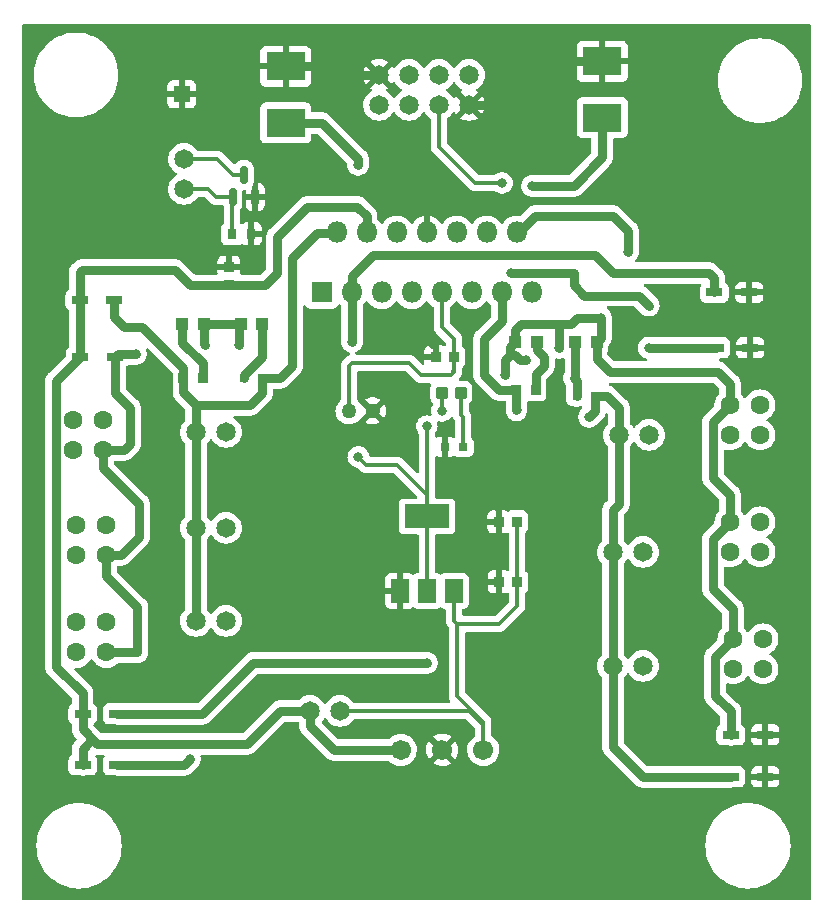
<source format=gtl>
%TF.GenerationSoftware,KiCad,Pcbnew,(6.0.9)*%
%TF.CreationDate,2022-12-21T18:09:38-05:00*%
%TF.ProjectId,MotorTestingFixture,4d6f746f-7254-4657-9374-696e67466978,v1*%
%TF.SameCoordinates,Original*%
%TF.FileFunction,Copper,L1,Top*%
%TF.FilePolarity,Positive*%
%FSLAX46Y46*%
G04 Gerber Fmt 4.6, Leading zero omitted, Abs format (unit mm)*
G04 Created by KiCad (PCBNEW (6.0.9)) date 2022-12-21 18:09:38*
%MOMM*%
%LPD*%
G01*
G04 APERTURE LIST*
G04 Aperture macros list*
%AMRoundRect*
0 Rectangle with rounded corners*
0 $1 Rounding radius*
0 $2 $3 $4 $5 $6 $7 $8 $9 X,Y pos of 4 corners*
0 Add a 4 corners polygon primitive as box body*
4,1,4,$2,$3,$4,$5,$6,$7,$8,$9,$2,$3,0*
0 Add four circle primitives for the rounded corners*
1,1,$1+$1,$2,$3*
1,1,$1+$1,$4,$5*
1,1,$1+$1,$6,$7*
1,1,$1+$1,$8,$9*
0 Add four rect primitives between the rounded corners*
20,1,$1+$1,$2,$3,$4,$5,0*
20,1,$1+$1,$4,$5,$6,$7,0*
20,1,$1+$1,$6,$7,$8,$9,0*
20,1,$1+$1,$8,$9,$2,$3,0*%
G04 Aperture macros list end*
%TA.AperFunction,ComponentPad*%
%ADD10C,1.701800*%
%TD*%
%TA.AperFunction,SMDPad,CuDef*%
%ADD11R,0.930000X0.870000*%
%TD*%
%TA.AperFunction,SMDPad,CuDef*%
%ADD12R,0.810000X0.930000*%
%TD*%
%TA.AperFunction,SMDPad,CuDef*%
%ADD13R,1.371600X0.762000*%
%TD*%
%TA.AperFunction,ComponentPad*%
%ADD14C,1.270000*%
%TD*%
%TA.AperFunction,SMDPad,CuDef*%
%ADD15R,0.762000X0.711200*%
%TD*%
%TA.AperFunction,ComponentPad*%
%ADD16C,1.651000*%
%TD*%
%TA.AperFunction,ComponentPad*%
%ADD17C,1.600200*%
%TD*%
%TA.AperFunction,ComponentPad*%
%ADD18R,1.800000X1.800000*%
%TD*%
%TA.AperFunction,ComponentPad*%
%ADD19O,1.800000X1.800000*%
%TD*%
%TA.AperFunction,SMDPad,CuDef*%
%ADD20R,0.870000X0.930000*%
%TD*%
%TA.AperFunction,SMDPad,CuDef*%
%ADD21RoundRect,0.150000X0.150000X-0.587500X0.150000X0.587500X-0.150000X0.587500X-0.150000X-0.587500X0*%
%TD*%
%TA.AperFunction,SMDPad,CuDef*%
%ADD22R,0.990600X1.092200*%
%TD*%
%TA.AperFunction,SMDPad,CuDef*%
%ADD23R,3.320000X2.440000*%
%TD*%
%TA.AperFunction,ComponentPad*%
%ADD24R,1.390000X1.390000*%
%TD*%
%TA.AperFunction,SMDPad,CuDef*%
%ADD25R,1.500000X2.000000*%
%TD*%
%TA.AperFunction,SMDPad,CuDef*%
%ADD26R,3.800000X2.000000*%
%TD*%
%TA.AperFunction,SMDPad,CuDef*%
%ADD27R,0.790000X0.930000*%
%TD*%
%TA.AperFunction,SMDPad,CuDef*%
%ADD28RoundRect,0.094000X0.376000X0.416000X-0.376000X0.416000X-0.376000X-0.416000X0.376000X-0.416000X0*%
%TD*%
%TA.AperFunction,ViaPad*%
%ADD29C,0.800000*%
%TD*%
%TA.AperFunction,Conductor*%
%ADD30C,0.360000*%
%TD*%
%TA.AperFunction,Conductor*%
%ADD31C,0.800000*%
%TD*%
G04 APERTURE END LIST*
D10*
%TO.P,J4,1,1*%
%TO.N,Net-(C4-Pad2)*%
X136088001Y-102362000D03*
%TO.P,J4,2,2*%
%TO.N,Earth*%
X132588000Y-102362000D03*
%TO.P,J4,3,3*%
%TO.N,Net-(C3-Pad2)*%
X129088000Y-102362000D03*
%TD*%
D11*
%TO.P,C3,1,1*%
%TO.N,Earth*%
X114554000Y-61468000D03*
%TO.P,C3,2,2*%
%TO.N,Net-(C3-Pad2)*%
X114554000Y-63028000D03*
%TD*%
D12*
%TO.P,D2,A*%
%TO.N,Net-(D2-PadA)*%
X140510000Y-71882000D03*
%TO.P,D2,C*%
%TO.N,Net-(CR5-Pad2)*%
X138890000Y-71882000D03*
%TD*%
D13*
%TO.P,CR4,1,1*%
%TO.N,Net-(CR3-Pad2)*%
X155656200Y-63633350D03*
%TO.P,CR4,2,2*%
%TO.N,Earth*%
X158602600Y-63633350D03*
%TD*%
D14*
%TO.P,C1,1,1*%
%TO.N,Net-(C1-Pad1)*%
X124714000Y-73660000D03*
%TO.P,C1,2,2*%
%TO.N,Earth*%
X126714000Y-73660000D03*
%TD*%
D15*
%TO.P,LED3,1,1*%
%TO.N,Net-(LED3-Pad1)*%
X144005300Y-72390000D03*
%TO.P,LED3,2,2*%
%TO.N,Net-(CR5-Pad2)*%
X145554700Y-72390000D03*
%TD*%
D16*
%TO.P,J10,1,1*%
%TO.N,Net-(CR5-Pad2)*%
X147066000Y-95250000D03*
%TO.P,J10,2,2*%
%TO.N,Net-(J17-Pad1)*%
X149606000Y-95250000D03*
%TD*%
D17*
%TO.P,J13,1,1*%
%TO.N,Net-(J13-Pad1)*%
X104177501Y-91567000D03*
%TO.P,J13,2,2*%
%TO.N,Net-(CR3-Pad2)*%
X104177501Y-94107000D03*
%TO.P,J13,3*%
%TO.N,N/C*%
X101637501Y-91567000D03*
%TO.P,J13,4*%
X101637501Y-94107000D03*
%TD*%
D18*
%TO.P,U1,1,SENSE_A*%
%TO.N,Net-(R3-Pad1)*%
X122390000Y-63630000D03*
D19*
%TO.P,U1,2,OUT1*%
%TO.N,Net-(CR1-Pad2)*%
X123660000Y-58550000D03*
%TO.P,U1,3,OUT2*%
%TO.N,Net-(CR3-Pad2)*%
X124930000Y-63630000D03*
%TO.P,U1,4,Vs*%
%TO.N,Net-(C3-Pad2)*%
X126200000Y-58550000D03*
%TO.P,U1,5,IN1*%
%TO.N,Net-(J2-Pad2)*%
X127470000Y-63630000D03*
%TO.P,U1,6,EnA*%
%TO.N,Net-(J2-Pad3)*%
X128740000Y-58550000D03*
%TO.P,U1,7,IN2*%
%TO.N,Net-(J2-Pad4)*%
X130010000Y-63630000D03*
%TO.P,U1,8,GND*%
%TO.N,Earth*%
X131280000Y-58550000D03*
%TO.P,U1,9,Vss*%
%TO.N,Net-(C1-Pad1)*%
X132550000Y-63630000D03*
%TO.P,U1,10,IN3*%
%TO.N,Net-(J2-Pad5)*%
X133820000Y-58550000D03*
%TO.P,U1,11,EnB*%
%TO.N,Net-(J2-Pad6)*%
X135090000Y-63630000D03*
%TO.P,U1,12,IN4*%
%TO.N,Net-(J2-Pad7)*%
X136360000Y-58550000D03*
%TO.P,U1,13,OUT3*%
%TO.N,Net-(CR5-Pad2)*%
X137630000Y-63630000D03*
%TO.P,U1,14,OUT4*%
%TO.N,Net-(CR7-Pad2)*%
X138900000Y-58550000D03*
%TO.P,U1,15,SENSE_B*%
%TO.N,Net-(R4-Pad1)*%
X140170000Y-63630000D03*
%TD*%
D20*
%TO.P,C2,1,1*%
%TO.N,Net-(C1-Pad1)*%
X133604000Y-69088000D03*
%TO.P,C2,2,2*%
%TO.N,Earth*%
X132044000Y-69088000D03*
%TD*%
D17*
%TO.P,J15,1,1*%
%TO.N,Net-(J15-Pad1)*%
X156972000Y-75692000D03*
%TO.P,J15,2,2*%
%TO.N,Net-(CR7-Pad2)*%
X156972000Y-73152000D03*
%TO.P,J15,3*%
%TO.N,N/C*%
X159512000Y-75692000D03*
%TO.P,J15,4*%
X159512000Y-73152000D03*
%TD*%
D20*
%TO.P,C5,1,1*%
%TO.N,Earth*%
X137378000Y-83058000D03*
%TO.P,C5,2,2*%
%TO.N,Net-(C4-Pad2)*%
X138938000Y-83058000D03*
%TD*%
D21*
%TO.P,Q1,1,G*%
%TO.N,Net-(J3-Pad1)*%
X114874000Y-55547500D03*
%TO.P,Q1,2,S*%
%TO.N,Earth*%
X116774000Y-55547500D03*
%TO.P,Q1,3,D*%
%TO.N,Net-(J3-Pad2)*%
X115824000Y-53672500D03*
%TD*%
D13*
%TO.P,CR7,1,1*%
%TO.N,Net-(C3-Pad2)*%
X102158800Y-103632000D03*
%TO.P,CR7,2,2*%
%TO.N,Net-(CR7-Pad2)*%
X105105200Y-103632000D03*
%TD*%
D16*
%TO.P,J11,1,1*%
%TO.N,Net-(CR5-Pad2)*%
X147066000Y-85598000D03*
%TO.P,J11,2,2*%
%TO.N,Net-(J11-Pad2)*%
X149606000Y-85598000D03*
%TD*%
D13*
%TO.P,CR3,1,1*%
%TO.N,Net-(C3-Pad2)*%
X101955600Y-69088000D03*
%TO.P,CR3,2,2*%
%TO.N,Net-(CR3-Pad2)*%
X104902000Y-69088000D03*
%TD*%
D17*
%TO.P,J17,1,1*%
%TO.N,Net-(J17-Pad1)*%
X157226000Y-95504000D03*
%TO.P,J17,2,2*%
%TO.N,Net-(CR7-Pad2)*%
X157226000Y-92964000D03*
%TO.P,J17,3*%
%TO.N,N/C*%
X159766000Y-95504000D03*
%TO.P,J17,4*%
X159766000Y-92964000D03*
%TD*%
D16*
%TO.P,J7,1,1*%
%TO.N,Net-(CR1-Pad2)*%
X111760000Y-91440000D03*
%TO.P,J7,2,2*%
%TO.N,Net-(J13-Pad1)*%
X114300000Y-91440000D03*
%TD*%
D22*
%TO.P,R6,1,1*%
%TO.N,Net-(CR7-Pad2)*%
X145681700Y-67818000D03*
%TO.P,R6,2,2*%
%TO.N,Net-(LED3-Pad1)*%
X143878300Y-67818000D03*
%TD*%
D15*
%TO.P,LED2,1,1*%
%TO.N,Net-(LED2-Pad1)*%
X115811300Y-70866000D03*
%TO.P,LED2,2,2*%
%TO.N,Net-(CR1-Pad2)*%
X117360700Y-70866000D03*
%TD*%
D23*
%TO.P,R4,1*%
%TO.N,Net-(R4-Pad1)*%
X146150000Y-48840000D03*
%TO.P,R4,2*%
%TO.N,Earth*%
X146150000Y-44060000D03*
%TD*%
D17*
%TO.P,J12,1,1*%
%TO.N,Net-(J12-Pad1)*%
X103886000Y-74422000D03*
%TO.P,J12,2,2*%
%TO.N,Net-(CR3-Pad2)*%
X103886000Y-76962000D03*
%TO.P,J12,3*%
%TO.N,N/C*%
X101346000Y-74422000D03*
%TO.P,J12,4*%
X101346000Y-76962000D03*
%TD*%
D22*
%TO.P,R5,1,1*%
%TO.N,Net-(LED2-Pad1)*%
X117373400Y-66294000D03*
%TO.P,R5,2,2*%
%TO.N,Net-(CR3-Pad2)*%
X115570000Y-66294000D03*
%TD*%
D24*
%TO.P,J1,01,01*%
%TO.N,Earth*%
X110550000Y-46850000D03*
%TD*%
D15*
%TO.P,LED1,1,1*%
%TO.N,Earth*%
X132829300Y-76708000D03*
%TO.P,LED1,2,2*%
%TO.N,Net-(LED1-Pad2)*%
X134378700Y-76708000D03*
%TD*%
D16*
%TO.P,J8,1,1*%
%TO.N,Net-(CR1-Pad2)*%
X111760000Y-83566000D03*
%TO.P,J8,2,2*%
%TO.N,Net-(J14-Pad1)*%
X114300000Y-83566000D03*
%TD*%
D13*
%TO.P,CR1,1,1*%
%TO.N,Net-(C3-Pad2)*%
X101904800Y-64262000D03*
%TO.P,CR1,2,2*%
%TO.N,Net-(CR1-Pad2)*%
X104851200Y-64262000D03*
%TD*%
D25*
%TO.P,U2,1,ADJ*%
%TO.N,Earth*%
X129018000Y-88900000D03*
D26*
%TO.P,U2,2,VO*%
%TO.N,Net-(C1-Pad1)*%
X131318000Y-82600000D03*
D25*
X131318000Y-88900000D03*
%TO.P,U2,3,VI*%
%TO.N,Net-(C4-Pad2)*%
X133618000Y-88900000D03*
%TD*%
D16*
%TO.P,J3,1,1*%
%TO.N,Net-(J3-Pad1)*%
X110744000Y-54864000D03*
%TO.P,J3,2,2*%
%TO.N,Net-(J3-Pad2)*%
X110744000Y-52324000D03*
%TD*%
D12*
%TO.P,D1,A*%
%TO.N,Net-(D1-PadA)*%
X112316000Y-70866000D03*
%TO.P,D1,C*%
%TO.N,Net-(CR1-Pad2)*%
X110696000Y-70866000D03*
%TD*%
D22*
%TO.P,R8,1,1*%
%TO.N,Net-(CR7-Pad2)*%
X138800000Y-67800000D03*
%TO.P,R8,2,2*%
%TO.N,Net-(D2-PadA)*%
X140603400Y-67800000D03*
%TD*%
D16*
%TO.P,J5,1,1*%
%TO.N,Net-(C4-Pad2)*%
X123952000Y-99060000D03*
%TO.P,J5,2,2*%
%TO.N,Net-(C3-Pad2)*%
X121412000Y-99060000D03*
%TD*%
%TO.P,J6,1,1*%
%TO.N,Net-(CR1-Pad2)*%
X111760000Y-75438000D03*
%TO.P,J6,2,2*%
%TO.N,Net-(J12-Pad1)*%
X114300000Y-75438000D03*
%TD*%
D13*
%TO.P,CR5,1,1*%
%TO.N,Net-(C3-Pad2)*%
X102158800Y-99314000D03*
%TO.P,CR5,2,2*%
%TO.N,Net-(CR5-Pad2)*%
X105105200Y-99314000D03*
%TD*%
D23*
%TO.P,R3,1*%
%TO.N,Net-(R3-Pad1)*%
X119350000Y-49280000D03*
%TO.P,R3,2*%
%TO.N,Earth*%
X119350000Y-44500000D03*
%TD*%
D22*
%TO.P,R7,1,1*%
%TO.N,Net-(D1-PadA)*%
X110604300Y-66294000D03*
%TO.P,R7,2,2*%
%TO.N,Net-(CR3-Pad2)*%
X112407700Y-66294000D03*
%TD*%
D13*
%TO.P,CR8,1,1*%
%TO.N,Net-(CR7-Pad2)*%
X157022800Y-101092000D03*
%TO.P,CR8,2,2*%
%TO.N,Earth*%
X159969200Y-101092000D03*
%TD*%
D17*
%TO.P,J16,1,1*%
%TO.N,Net-(J11-Pad2)*%
X156972000Y-85598000D03*
%TO.P,J16,2,2*%
%TO.N,Net-(CR7-Pad2)*%
X156972000Y-83058000D03*
%TO.P,J16,3*%
%TO.N,N/C*%
X159512000Y-85598000D03*
%TO.P,J16,4*%
X159512000Y-83058000D03*
%TD*%
D27*
%TO.P,R1,1*%
%TO.N,Earth*%
X116448000Y-58674000D03*
%TO.P,R1,2*%
%TO.N,Net-(J3-Pad1)*%
X114808000Y-58674000D03*
%TD*%
D16*
%TO.P,J9,1,1*%
%TO.N,Net-(CR5-Pad2)*%
X147574000Y-75692000D03*
%TO.P,J9,2,2*%
%TO.N,Net-(J15-Pad1)*%
X150114000Y-75692000D03*
%TD*%
D20*
%TO.P,C4,1,1*%
%TO.N,Earth*%
X137396000Y-88138000D03*
%TO.P,C4,2,2*%
%TO.N,Net-(C4-Pad2)*%
X138956000Y-88138000D03*
%TD*%
D28*
%TO.P,R2,1*%
%TO.N,Net-(LED1-Pad2)*%
X134168000Y-72136000D03*
%TO.P,R2,2*%
%TO.N,Net-(C1-Pad1)*%
X132588000Y-72136000D03*
%TD*%
D16*
%TO.P,J2,1,1*%
%TO.N,Earth*%
X127254000Y-45212000D03*
%TO.P,J2,2,2*%
%TO.N,Net-(J2-Pad2)*%
X127254000Y-47752000D03*
%TO.P,J2,3,3*%
%TO.N,Net-(J2-Pad3)*%
X129794000Y-45212000D03*
%TO.P,J2,4,4*%
%TO.N,Net-(J2-Pad4)*%
X129794000Y-47752000D03*
%TO.P,J2,5,5*%
%TO.N,Net-(J2-Pad5)*%
X132334000Y-45212000D03*
%TO.P,J2,6,6*%
%TO.N,Net-(J2-Pad6)*%
X132334000Y-47752000D03*
%TO.P,J2,7,7*%
%TO.N,Net-(J2-Pad7)*%
X134874000Y-45212000D03*
%TO.P,J2,8,8*%
%TO.N,Earth*%
X134874000Y-47752000D03*
%TD*%
D17*
%TO.P,J14,1,1*%
%TO.N,Net-(J14-Pad1)*%
X104140000Y-83312000D03*
%TO.P,J14,2,2*%
%TO.N,Net-(CR3-Pad2)*%
X104140000Y-85852000D03*
%TO.P,J14,3*%
%TO.N,N/C*%
X101600000Y-83312000D03*
%TO.P,J14,4*%
X101600000Y-85852000D03*
%TD*%
D13*
%TO.P,CR6,1,1*%
%TO.N,Net-(CR5-Pad2)*%
X157022800Y-104648000D03*
%TO.P,CR6,2,2*%
%TO.N,Earth*%
X159969200Y-104648000D03*
%TD*%
%TO.P,CR2,1,1*%
%TO.N,Net-(CR1-Pad2)*%
X155752800Y-68326000D03*
%TO.P,CR2,2,2*%
%TO.N,Earth*%
X158699200Y-68326000D03*
%TD*%
D29*
%TO.N,Net-(C1-Pad1)*%
X131300000Y-74950000D03*
X132588000Y-73660000D03*
X125500000Y-77550000D03*
%TO.N,Earth*%
X126450000Y-54600000D03*
X130950000Y-67450000D03*
%TO.N,Net-(CR1-Pad2)*%
X138430000Y-61976000D03*
X150100000Y-64750000D03*
X150100000Y-68300000D03*
%TO.N,Net-(CR3-Pad2)*%
X112522000Y-68072000D03*
X115402452Y-68076800D03*
X124968000Y-67818000D03*
X106680000Y-68834000D03*
%TO.N,Net-(CR5-Pad2)*%
X145034000Y-74168000D03*
X131318000Y-94996000D03*
X138900000Y-73600000D03*
%TO.N,Net-(CR7-Pad2)*%
X137922000Y-70612000D03*
X146050000Y-65786000D03*
X139700000Y-69342000D03*
X148336000Y-60198000D03*
X111252000Y-103124000D03*
X142494000Y-68326000D03*
%TO.N,Net-(J2-Pad6)*%
X137668000Y-54356000D03*
%TO.N,Net-(R3-Pad1)*%
X125476000Y-52832000D03*
%TO.N,Net-(R4-Pad1)*%
X140208000Y-54610000D03*
%TD*%
D30*
%TO.N,Net-(C1-Pad1)*%
X131318000Y-80772000D02*
X131318000Y-74932000D01*
X128778000Y-78232000D02*
X131318000Y-80772000D01*
X133350000Y-70612000D02*
X133604000Y-70358000D01*
X131318000Y-88900000D02*
X131318000Y-82600000D01*
X129794000Y-69596000D02*
X130810000Y-70612000D01*
X126182000Y-78232000D02*
X128778000Y-78232000D01*
X124968000Y-69596000D02*
X129794000Y-69596000D01*
X132583000Y-66543000D02*
X133604000Y-67564000D01*
X124714000Y-69850000D02*
X124968000Y-69596000D01*
X131318000Y-82600000D02*
X131318000Y-80772000D01*
X133561099Y-70315099D02*
X133604000Y-70272198D01*
X131318000Y-74932000D02*
X131300000Y-74950000D01*
X132588000Y-73660000D02*
X132588000Y-72136000D01*
X132583000Y-63771000D02*
X132583000Y-66543000D01*
X124714000Y-73660000D02*
X124714000Y-69850000D01*
X133604000Y-67564000D02*
X133604000Y-69088000D01*
X125500000Y-77550000D02*
X126182000Y-78232000D01*
X133604000Y-70272198D02*
X133604000Y-69088000D01*
X130810000Y-70612000D02*
X133350000Y-70612000D01*
X133604000Y-70358000D02*
X133561099Y-70315099D01*
%TO.N,Earth*%
X116448000Y-58674000D02*
X116448000Y-57502000D01*
D31*
X119350000Y-44500000D02*
X120750000Y-44500000D01*
D30*
X132044000Y-69088000D02*
X132044000Y-68544000D01*
X116800000Y-57150000D02*
X116800000Y-55573500D01*
X132044000Y-68544000D02*
X130950000Y-67450000D01*
D31*
X137160000Y-47752000D02*
X134874000Y-47752000D01*
X127254000Y-45212000D02*
X124206000Y-45212000D01*
X123494000Y-44500000D02*
X124206000Y-45212000D01*
X140852000Y-44060000D02*
X137160000Y-47752000D01*
D30*
X116448000Y-57502000D02*
X116800000Y-57150000D01*
X116800000Y-55573500D02*
X116774000Y-55547500D01*
D31*
X119350000Y-44500000D02*
X123494000Y-44500000D01*
X146150000Y-44060000D02*
X140852000Y-44060000D01*
D30*
X116586000Y-58870000D02*
X116528000Y-58928000D01*
D31*
%TO.N,Net-(C3-Pad2)*%
X102108000Y-61722000D02*
X109982000Y-61722000D01*
X117566000Y-63028000D02*
X114554000Y-63028000D01*
X114554000Y-63028000D02*
X111288000Y-63028000D01*
X109982000Y-61722000D02*
X111252000Y-62992000D01*
X121412000Y-100330000D02*
X123444000Y-102362000D01*
X102158800Y-97586800D02*
X102158800Y-99314000D01*
X101904800Y-61925200D02*
X102108000Y-61722000D01*
X101904800Y-64262000D02*
X101904800Y-61925200D01*
X101904800Y-69037200D02*
X101955600Y-69088000D01*
X121163000Y-56383000D02*
X118618000Y-58928000D01*
X103378000Y-101854000D02*
X116078000Y-101854000D01*
X118872000Y-99060000D02*
X121412000Y-99060000D01*
X102158800Y-100634800D02*
X103378000Y-101854000D01*
D30*
X102997000Y-101473000D02*
X103378000Y-101854000D01*
D31*
X116078000Y-101854000D02*
X118872000Y-99060000D01*
X126200000Y-58550000D02*
X126200000Y-57150000D01*
D30*
X102158800Y-100634800D02*
X102997000Y-101473000D01*
D31*
X102158800Y-102311200D02*
X102997000Y-101473000D01*
X125433000Y-56383000D02*
X121163000Y-56383000D01*
X101955600Y-69088000D02*
X99891900Y-71151700D01*
X99891900Y-95319900D02*
X102158800Y-97586800D01*
X121412000Y-99060000D02*
X121412000Y-100330000D01*
X126200000Y-57150000D02*
X125433000Y-56383000D01*
X99891900Y-71151700D02*
X99891900Y-95319900D01*
X111288000Y-63028000D02*
X109982000Y-61722000D01*
X101904800Y-64262000D02*
X101904800Y-69037200D01*
X102158800Y-103632000D02*
X102158800Y-102311200D01*
X118618000Y-58928000D02*
X118618000Y-61976000D01*
X102158800Y-99314000D02*
X102158800Y-100634800D01*
X123444000Y-102362000D02*
X129088000Y-102362000D01*
X118618000Y-61976000D02*
X117566000Y-63028000D01*
D30*
%TO.N,Net-(C4-Pad2)*%
X123952000Y-99060000D02*
X134874000Y-99060000D01*
X138956000Y-83076000D02*
X138938000Y-83058000D01*
X136088001Y-102362000D02*
X136088001Y-100020001D01*
X138956000Y-90152000D02*
X138956000Y-88138000D01*
X136088001Y-100274001D02*
X136088001Y-102362000D01*
X136088001Y-100020001D02*
X133858000Y-97790000D01*
X133618000Y-89002000D02*
X133618000Y-91454000D01*
X133858000Y-91694000D02*
X137414000Y-91694000D01*
X138956000Y-88138000D02*
X138956000Y-83076000D01*
X134874000Y-99060000D02*
X136088001Y-100274001D01*
X133618000Y-91454000D02*
X133858000Y-91694000D01*
X137414000Y-91694000D02*
X138956000Y-90152000D01*
X133858000Y-97790000D02*
X133858000Y-91694000D01*
D31*
%TO.N,Net-(CR1-Pad2)*%
X111760000Y-73152000D02*
X110696000Y-72088000D01*
X111760000Y-91440000D02*
X111760000Y-83566000D01*
X149250000Y-63900000D02*
X144650000Y-63900000D01*
X107188000Y-66548000D02*
X105664000Y-66548000D01*
X138430000Y-61976000D02*
X143730582Y-61976000D01*
X119888000Y-60706000D02*
X121994000Y-58600000D01*
X118872000Y-70866000D02*
X119888000Y-69850000D01*
X111760000Y-75438000D02*
X111760000Y-73152000D01*
X119888000Y-69850000D02*
X119888000Y-60706000D01*
X110696000Y-70866000D02*
X110696000Y-72088000D01*
X117360700Y-70866000D02*
X117360700Y-72123300D01*
X117360700Y-70866000D02*
X118872000Y-70866000D01*
X144650000Y-63900000D02*
X143730582Y-62980582D01*
X116332000Y-73152000D02*
X111760000Y-73152000D01*
X111760000Y-83566000D02*
X111760000Y-75438000D01*
X110696000Y-70056000D02*
X107188000Y-66548000D01*
X117360700Y-72123300D02*
X116332000Y-73152000D01*
X121994000Y-58600000D02*
X123700000Y-58600000D01*
X150100000Y-64750000D02*
X149250000Y-63900000D01*
D30*
X150080582Y-68326000D02*
X150100000Y-68306582D01*
D31*
X110696000Y-70866000D02*
X110696000Y-70056000D01*
X105664000Y-66548000D02*
X104851200Y-65735200D01*
X150080582Y-68326000D02*
X155752800Y-68326000D01*
X143730582Y-62980582D02*
X143730582Y-61976000D01*
D30*
X150100000Y-68306582D02*
X150100000Y-68300000D01*
D31*
X104851200Y-65735200D02*
X104851200Y-64262000D01*
%TO.N,Net-(CR3-Pad2)*%
X124968000Y-63776000D02*
X124963000Y-63771000D01*
X145542000Y-60452000D02*
X147066000Y-61976000D01*
X105156000Y-68834000D02*
X104902000Y-69088000D01*
X104140000Y-87630000D02*
X106807000Y-90297000D01*
X106934000Y-84328000D02*
X105410000Y-85852000D01*
X115570000Y-66294000D02*
X112407700Y-66294000D01*
X124968000Y-67818000D02*
X124968000Y-63776000D01*
X105410000Y-85852000D02*
X104140000Y-85852000D01*
X112407700Y-66294000D02*
X112407700Y-67957700D01*
X104902000Y-69088000D02*
X104902000Y-72136000D01*
X103886000Y-78486000D02*
X106934000Y-81534000D01*
X155656200Y-62438200D02*
X155656200Y-63633350D01*
X124963000Y-63771000D02*
X124963000Y-62235000D01*
X104140000Y-85852000D02*
X104140000Y-87630000D01*
X105664000Y-76962000D02*
X103886000Y-76962000D01*
X106172000Y-76454000D02*
X105664000Y-76962000D01*
X126746000Y-60452000D02*
X145542000Y-60452000D01*
X124963000Y-62235000D02*
X126746000Y-60452000D01*
X106934000Y-81534000D02*
X106934000Y-84328000D01*
X106807000Y-90297000D02*
X106807000Y-94107000D01*
X115402452Y-66461548D02*
X115570000Y-66294000D01*
X155194000Y-61976000D02*
X155656200Y-62438200D01*
X104902000Y-72136000D02*
X106172000Y-73406000D01*
X106680000Y-68834000D02*
X105156000Y-68834000D01*
X112407700Y-67957700D02*
X112522000Y-68072000D01*
X147066000Y-61976000D02*
X155194000Y-61976000D01*
X106172000Y-73406000D02*
X106172000Y-76454000D01*
X115402452Y-68076800D02*
X115402452Y-66461548D01*
X106807000Y-94107000D02*
X104177501Y-94107000D01*
X103886000Y-76962000D02*
X103886000Y-78486000D01*
%TO.N,Net-(CR5-Pad2)*%
X149606000Y-104648000D02*
X157022800Y-104648000D01*
X137663000Y-66045000D02*
X136144000Y-67564000D01*
D30*
X138890000Y-73612000D02*
X138890000Y-73610000D01*
D31*
X147066000Y-85598000D02*
X147066000Y-95250000D01*
X146558000Y-72390000D02*
X147574000Y-73406000D01*
D30*
X138890000Y-73610000D02*
X138900000Y-73600000D01*
D31*
X145034000Y-74168000D02*
X145554700Y-73647300D01*
X131318000Y-94996000D02*
X116586000Y-94996000D01*
X147574000Y-73406000D02*
X147574000Y-75692000D01*
X147066000Y-95250000D02*
X147066000Y-102108000D01*
X147574000Y-75692000D02*
X147574000Y-81534000D01*
X147066000Y-102108000D02*
X149606000Y-104648000D01*
X147066000Y-82042000D02*
X147066000Y-85598000D01*
X136144000Y-70612000D02*
X137414000Y-71882000D01*
X145554700Y-72390000D02*
X146558000Y-72390000D01*
X112268000Y-99314000D02*
X105105200Y-99314000D01*
X147574000Y-81534000D02*
X147066000Y-82042000D01*
X145554700Y-73647300D02*
X145554700Y-72390000D01*
X136144000Y-67564000D02*
X136144000Y-70612000D01*
X116586000Y-94996000D02*
X112268000Y-99314000D01*
X138890000Y-71882000D02*
X138890000Y-73612000D01*
X137663000Y-63771000D02*
X137663000Y-66045000D01*
X137414000Y-71882000D02*
X138890000Y-71882000D01*
%TO.N,Net-(CR7-Pad2)*%
X145681700Y-67818000D02*
X145681700Y-69227700D01*
X146050000Y-65786000D02*
X146050000Y-67449700D01*
X157022800Y-99110800D02*
X157022800Y-101092000D01*
X139306000Y-66294000D02*
X138800000Y-66800000D01*
X140474000Y-57150000D02*
X147066000Y-57150000D01*
X137922000Y-69342000D02*
X138315700Y-68948300D01*
X142494000Y-66294000D02*
X139306000Y-66294000D01*
X155517900Y-84512100D02*
X155517900Y-88715900D01*
X147066000Y-57150000D02*
X148336000Y-58420000D01*
X144018000Y-65786000D02*
X146050000Y-65786000D01*
X157226000Y-92964000D02*
X155702000Y-94488000D01*
X156972000Y-71374000D02*
X156972000Y-73152000D01*
X155702000Y-97790000D02*
X157022800Y-99110800D01*
X105105200Y-103632000D02*
X110744000Y-103632000D01*
X138315700Y-68284300D02*
X138800000Y-67800000D01*
X155517900Y-79317900D02*
X156972000Y-80772000D01*
X156972000Y-83058000D02*
X155517900Y-84512100D01*
X146812000Y-70358000D02*
X155956000Y-70358000D01*
X155956000Y-70358000D02*
X156972000Y-71374000D01*
X138315700Y-68948300D02*
X138315700Y-68284300D01*
X155517900Y-74606100D02*
X155517900Y-79317900D01*
X155702000Y-94488000D02*
X155702000Y-97790000D01*
X138800000Y-66800000D02*
X138800000Y-67800000D01*
X156972000Y-80772000D02*
X156972000Y-83058000D01*
X139700000Y-69342000D02*
X139192000Y-69342000D01*
X143510000Y-66294000D02*
X144018000Y-65786000D01*
X145681700Y-69227700D02*
X146812000Y-70358000D01*
X137922000Y-69342000D02*
X137922000Y-70612000D01*
X146050000Y-67449700D02*
X145681700Y-67818000D01*
X138933000Y-58691000D02*
X138933000Y-58679000D01*
X142494000Y-68275100D02*
X142494000Y-68326000D01*
X155517900Y-88715900D02*
X157226000Y-90424000D01*
X139192000Y-69342000D02*
X138798300Y-68948300D01*
X142494000Y-66294000D02*
X143510000Y-66294000D01*
X157226000Y-90424000D02*
X157226000Y-92964000D01*
X138933000Y-58691000D02*
X140474000Y-57150000D01*
X142494000Y-68275100D02*
X142494000Y-66294000D01*
X110744000Y-103632000D02*
X111252000Y-103124000D01*
X138933000Y-58679000D02*
X138938000Y-58674000D01*
X138315700Y-68948300D02*
X138798300Y-68948300D01*
X156972000Y-73152000D02*
X155517900Y-74606100D01*
X148336000Y-58420000D02*
X148336000Y-60198000D01*
%TO.N,Net-(D1-PadA)*%
X110604300Y-67932300D02*
X112316000Y-69644000D01*
X112316000Y-69644000D02*
X112316000Y-70866000D01*
X110604300Y-66294000D02*
X110604300Y-67932300D01*
%TO.N,Net-(D2-PadA)*%
X141224000Y-69850000D02*
X140510000Y-70564000D01*
X140510000Y-70564000D02*
X140510000Y-71882000D01*
X141224000Y-69088000D02*
X141224000Y-69850000D01*
X140601700Y-67818000D02*
X140601700Y-68465700D01*
X140601700Y-68465700D02*
X141224000Y-69088000D01*
D30*
%TO.N,Net-(J2-Pad6)*%
X137668000Y-54356000D02*
X135382000Y-54356000D01*
X132334000Y-51308000D02*
X132334000Y-47752000D01*
X135382000Y-54356000D02*
X132334000Y-51308000D01*
%TO.N,Net-(LED1-Pad2)*%
X134168000Y-73970000D02*
X134378700Y-74180700D01*
X134378700Y-74180700D02*
X134378700Y-76708000D01*
X134168000Y-72136000D02*
X134168000Y-73970000D01*
D31*
%TO.N,Net-(LED2-Pad1)*%
X115811300Y-70624700D02*
X117373400Y-69062600D01*
X117373400Y-69062600D02*
X117373400Y-66294000D01*
X115811300Y-70866000D02*
X115811300Y-70624700D01*
%TO.N,Net-(LED3-Pad1)*%
X144005300Y-71107300D02*
X143764000Y-70866000D01*
X143764000Y-70866000D02*
X143878300Y-70751700D01*
X144005300Y-72390000D02*
X144005300Y-71107300D01*
X143878300Y-70751700D02*
X143878300Y-67818000D01*
%TO.N,Net-(R3-Pad1)*%
X125476000Y-52324000D02*
X125476000Y-52832000D01*
X119350000Y-49280000D02*
X122432000Y-49280000D01*
X122432000Y-49280000D02*
X125476000Y-52324000D01*
%TO.N,Net-(R4-Pad1)*%
X143740000Y-54610000D02*
X146150000Y-52200000D01*
X140208000Y-54610000D02*
X143740000Y-54610000D01*
X146150000Y-52200000D02*
X146150000Y-48840000D01*
D30*
%TO.N,Net-(J3-Pad2)*%
X113538000Y-52324000D02*
X114886500Y-53672500D01*
X110744000Y-52324000D02*
X113538000Y-52324000D01*
X114886500Y-53672500D02*
X115824000Y-53672500D01*
%TO.N,Net-(J3-Pad1)*%
X114808000Y-55613500D02*
X114874000Y-55547500D01*
X114808000Y-58674000D02*
X114808000Y-55613500D01*
X113459500Y-55547500D02*
X114874000Y-55547500D01*
X110744000Y-54864000D02*
X112776000Y-54864000D01*
X112776000Y-54864000D02*
X113459500Y-55547500D01*
%TD*%
%TA.AperFunction,Conductor*%
%TO.N,Earth*%
G36*
X163771621Y-40914502D02*
G01*
X163818114Y-40968158D01*
X163829500Y-41020500D01*
X163829500Y-114935500D01*
X163809498Y-115003621D01*
X163755842Y-115050114D01*
X163703500Y-115061500D01*
X97154500Y-115061500D01*
X97086379Y-115041498D01*
X97039886Y-114987842D01*
X97028500Y-114935500D01*
X97028500Y-110490000D01*
X98240082Y-110490000D01*
X98259879Y-110867757D01*
X98319055Y-111241376D01*
X98416960Y-111606762D01*
X98552522Y-111959913D01*
X98724255Y-112296959D01*
X98930279Y-112614208D01*
X99168336Y-112908183D01*
X99435817Y-113175664D01*
X99729792Y-113413721D01*
X100047041Y-113619745D01*
X100384087Y-113791478D01*
X100737238Y-113927040D01*
X101102624Y-114024945D01*
X101301037Y-114056371D01*
X101472995Y-114083607D01*
X101473003Y-114083608D01*
X101476243Y-114084121D01*
X101854000Y-114103918D01*
X102231757Y-114084121D01*
X102234997Y-114083608D01*
X102235005Y-114083607D01*
X102406963Y-114056371D01*
X102605376Y-114024945D01*
X102970762Y-113927040D01*
X103323913Y-113791478D01*
X103660959Y-113619745D01*
X103978208Y-113413721D01*
X104272183Y-113175664D01*
X104539664Y-112908183D01*
X104777721Y-112614208D01*
X104983745Y-112296959D01*
X105155478Y-111959913D01*
X105291040Y-111606762D01*
X105388945Y-111241376D01*
X105448121Y-110867757D01*
X105467918Y-110490000D01*
X154882082Y-110490000D01*
X154901879Y-110867757D01*
X154961055Y-111241376D01*
X155058960Y-111606762D01*
X155194522Y-111959913D01*
X155366255Y-112296959D01*
X155572279Y-112614208D01*
X155810336Y-112908183D01*
X156077817Y-113175664D01*
X156371792Y-113413721D01*
X156689041Y-113619745D01*
X157026087Y-113791478D01*
X157379238Y-113927040D01*
X157744624Y-114024945D01*
X157943037Y-114056371D01*
X158114995Y-114083607D01*
X158115003Y-114083608D01*
X158118243Y-114084121D01*
X158496000Y-114103918D01*
X158873757Y-114084121D01*
X158876997Y-114083608D01*
X158877005Y-114083607D01*
X159048963Y-114056371D01*
X159247376Y-114024945D01*
X159612762Y-113927040D01*
X159965913Y-113791478D01*
X160302959Y-113619745D01*
X160620208Y-113413721D01*
X160914183Y-113175664D01*
X161181664Y-112908183D01*
X161419721Y-112614208D01*
X161625745Y-112296959D01*
X161797478Y-111959913D01*
X161933040Y-111606762D01*
X162030945Y-111241376D01*
X162090121Y-110867757D01*
X162109918Y-110490000D01*
X162090121Y-110112243D01*
X162030945Y-109738624D01*
X161933040Y-109373238D01*
X161797478Y-109020087D01*
X161625745Y-108683041D01*
X161419721Y-108365792D01*
X161181664Y-108071817D01*
X160914183Y-107804336D01*
X160620208Y-107566279D01*
X160302959Y-107360255D01*
X159965913Y-107188522D01*
X159612762Y-107052960D01*
X159247376Y-106955055D01*
X159048963Y-106923629D01*
X158877005Y-106896393D01*
X158876997Y-106896392D01*
X158873757Y-106895879D01*
X158496000Y-106876082D01*
X158118243Y-106895879D01*
X158115003Y-106896392D01*
X158114995Y-106896393D01*
X157943037Y-106923629D01*
X157744624Y-106955055D01*
X157379238Y-107052960D01*
X157026087Y-107188522D01*
X156689041Y-107360255D01*
X156371792Y-107566279D01*
X156077817Y-107804336D01*
X155810336Y-108071817D01*
X155572279Y-108365792D01*
X155366255Y-108683041D01*
X155194522Y-109020087D01*
X155058960Y-109373238D01*
X154961055Y-109738624D01*
X154901879Y-110112243D01*
X154883504Y-110462858D01*
X154882082Y-110490000D01*
X105467918Y-110490000D01*
X105448121Y-110112243D01*
X105388945Y-109738624D01*
X105291040Y-109373238D01*
X105155478Y-109020087D01*
X104983745Y-108683041D01*
X104777721Y-108365792D01*
X104539664Y-108071817D01*
X104272183Y-107804336D01*
X103978208Y-107566279D01*
X103660959Y-107360255D01*
X103323913Y-107188522D01*
X102970762Y-107052960D01*
X102605376Y-106955055D01*
X102406963Y-106923629D01*
X102235005Y-106896393D01*
X102234997Y-106896392D01*
X102231757Y-106895879D01*
X101854000Y-106876082D01*
X101476243Y-106895879D01*
X101473003Y-106896392D01*
X101472995Y-106896393D01*
X101301037Y-106923629D01*
X101102624Y-106955055D01*
X100737238Y-107052960D01*
X100384087Y-107188522D01*
X100047041Y-107360255D01*
X99729792Y-107566279D01*
X99435817Y-107804336D01*
X99168336Y-108071817D01*
X98930279Y-108365792D01*
X98724255Y-108683041D01*
X98552522Y-109020087D01*
X98416960Y-109373238D01*
X98319055Y-109738624D01*
X98259879Y-110112243D01*
X98241504Y-110462858D01*
X98240082Y-110490000D01*
X97028500Y-110490000D01*
X97028500Y-95272090D01*
X98979648Y-95272090D01*
X98979993Y-95278677D01*
X98979993Y-95278682D01*
X98983227Y-95340380D01*
X98983400Y-95346974D01*
X98983400Y-95367510D01*
X98983744Y-95370782D01*
X98983744Y-95370784D01*
X98985547Y-95387942D01*
X98986064Y-95394516D01*
X98987195Y-95416088D01*
X98989643Y-95462803D01*
X98991353Y-95469184D01*
X98991353Y-95469186D01*
X98993283Y-95476391D01*
X98996885Y-95495825D01*
X98997666Y-95503254D01*
X98997668Y-95503263D01*
X98998358Y-95509828D01*
X99019500Y-95574897D01*
X99021367Y-95581199D01*
X99039071Y-95647270D01*
X99045459Y-95659807D01*
X99053025Y-95678073D01*
X99057373Y-95691456D01*
X99060676Y-95697178D01*
X99060677Y-95697179D01*
X99091567Y-95750682D01*
X99094714Y-95756477D01*
X99125771Y-95817430D01*
X99129924Y-95822558D01*
X99129925Y-95822560D01*
X99134627Y-95828366D01*
X99145827Y-95844663D01*
X99149557Y-95851124D01*
X99149560Y-95851128D01*
X99152860Y-95856844D01*
X99157277Y-95861750D01*
X99157281Y-95861755D01*
X99198622Y-95907669D01*
X99202906Y-95912684D01*
X99215828Y-95928641D01*
X99230343Y-95943156D01*
X99234884Y-95947941D01*
X99280647Y-95998766D01*
X99285986Y-96002645D01*
X99285987Y-96002646D01*
X99292035Y-96007040D01*
X99307068Y-96019881D01*
X101213395Y-97926208D01*
X101247421Y-97988520D01*
X101250300Y-98015303D01*
X101250300Y-98401367D01*
X101230298Y-98469488D01*
X101199865Y-98502193D01*
X101175333Y-98520579D01*
X101109739Y-98569739D01*
X101022385Y-98686295D01*
X100971255Y-98822684D01*
X100964500Y-98884866D01*
X100964500Y-99743134D01*
X100971255Y-99805316D01*
X101022385Y-99941705D01*
X101109739Y-100058261D01*
X101116919Y-100063642D01*
X101116920Y-100063643D01*
X101199865Y-100125807D01*
X101242380Y-100182666D01*
X101250300Y-100226633D01*
X101250300Y-100553383D01*
X101248749Y-100573092D01*
X101246548Y-100586990D01*
X101246893Y-100593577D01*
X101246893Y-100593582D01*
X101250127Y-100655280D01*
X101250300Y-100661874D01*
X101250300Y-100682410D01*
X101250644Y-100685682D01*
X101250644Y-100685684D01*
X101252447Y-100702842D01*
X101252964Y-100709416D01*
X101256543Y-100777703D01*
X101258253Y-100784084D01*
X101258253Y-100784086D01*
X101260183Y-100791291D01*
X101263785Y-100810725D01*
X101264566Y-100818154D01*
X101264568Y-100818163D01*
X101265258Y-100824728D01*
X101286400Y-100889797D01*
X101288267Y-100896099D01*
X101305971Y-100962170D01*
X101312359Y-100974707D01*
X101319925Y-100992973D01*
X101324273Y-101006356D01*
X101327576Y-101012078D01*
X101327577Y-101012079D01*
X101358467Y-101065582D01*
X101361614Y-101071377D01*
X101392671Y-101132330D01*
X101396824Y-101137458D01*
X101396825Y-101137460D01*
X101401527Y-101143266D01*
X101412727Y-101159563D01*
X101416457Y-101166024D01*
X101416460Y-101166028D01*
X101419760Y-101171744D01*
X101424177Y-101176650D01*
X101424181Y-101176655D01*
X101465522Y-101222569D01*
X101469806Y-101227584D01*
X101482728Y-101243541D01*
X101497243Y-101258056D01*
X101501784Y-101262841D01*
X101547547Y-101313666D01*
X101552886Y-101317545D01*
X101552887Y-101317546D01*
X101558935Y-101321940D01*
X101573968Y-101334781D01*
X101623092Y-101383905D01*
X101657118Y-101446217D01*
X101652053Y-101517032D01*
X101623092Y-101562095D01*
X101573968Y-101611219D01*
X101558935Y-101624060D01*
X101547547Y-101632334D01*
X101543127Y-101637243D01*
X101501784Y-101683159D01*
X101497243Y-101687944D01*
X101482728Y-101702459D01*
X101480652Y-101705023D01*
X101469806Y-101718416D01*
X101465522Y-101723431D01*
X101424181Y-101769345D01*
X101424177Y-101769350D01*
X101419760Y-101774256D01*
X101416460Y-101779972D01*
X101416457Y-101779976D01*
X101412727Y-101786437D01*
X101401527Y-101802733D01*
X101392671Y-101813670D01*
X101378419Y-101841642D01*
X101361615Y-101874621D01*
X101358469Y-101880415D01*
X101324273Y-101939644D01*
X101322232Y-101945926D01*
X101322231Y-101945928D01*
X101319925Y-101953026D01*
X101312360Y-101971292D01*
X101305971Y-101983830D01*
X101289234Y-102046295D01*
X101288269Y-102049895D01*
X101286400Y-102056203D01*
X101265258Y-102121272D01*
X101264568Y-102127837D01*
X101264566Y-102127846D01*
X101263785Y-102135275D01*
X101260183Y-102154709D01*
X101259942Y-102155610D01*
X101256543Y-102168297D01*
X101256198Y-102174888D01*
X101256197Y-102174892D01*
X101252964Y-102236584D01*
X101252447Y-102243158D01*
X101250644Y-102260316D01*
X101250300Y-102263590D01*
X101250300Y-102284126D01*
X101250127Y-102290720D01*
X101247063Y-102349188D01*
X101246548Y-102359010D01*
X101247580Y-102365525D01*
X101248749Y-102372905D01*
X101250300Y-102392617D01*
X101250300Y-102719367D01*
X101230298Y-102787488D01*
X101199865Y-102820193D01*
X101135275Y-102868601D01*
X101109739Y-102887739D01*
X101022385Y-103004295D01*
X100971255Y-103140684D01*
X100964500Y-103202866D01*
X100964500Y-104061134D01*
X100971255Y-104123316D01*
X101022385Y-104259705D01*
X101109739Y-104376261D01*
X101226295Y-104463615D01*
X101362684Y-104514745D01*
X101424866Y-104521500D01*
X101960681Y-104521500D01*
X101986877Y-104524253D01*
X101992942Y-104525542D01*
X102056856Y-104539128D01*
X102056861Y-104539128D01*
X102063313Y-104540500D01*
X102254287Y-104540500D01*
X102260739Y-104539128D01*
X102260744Y-104539128D01*
X102324658Y-104525542D01*
X102330723Y-104524253D01*
X102356919Y-104521500D01*
X102892734Y-104521500D01*
X102954916Y-104514745D01*
X103091305Y-104463615D01*
X103207861Y-104376261D01*
X103295215Y-104259705D01*
X103346345Y-104123316D01*
X103353100Y-104061134D01*
X103353100Y-103202866D01*
X103346345Y-103140684D01*
X103295215Y-103004295D01*
X103289830Y-102997110D01*
X103289829Y-102997108D01*
X103265676Y-102964881D01*
X103240828Y-102898374D01*
X103255881Y-102828992D01*
X103306055Y-102778762D01*
X103373095Y-102763489D01*
X103425809Y-102766252D01*
X103439707Y-102764051D01*
X103459416Y-102762500D01*
X103898110Y-102762500D01*
X103966231Y-102782502D01*
X104012724Y-102836158D01*
X104022828Y-102906432D01*
X103998937Y-102964063D01*
X103968785Y-103004295D01*
X103917655Y-103140684D01*
X103910900Y-103202866D01*
X103910900Y-104061134D01*
X103917655Y-104123316D01*
X103968785Y-104259705D01*
X104056139Y-104376261D01*
X104172695Y-104463615D01*
X104309084Y-104514745D01*
X104371266Y-104521500D01*
X104886333Y-104521500D01*
X104910723Y-104524064D01*
X104915272Y-104525542D01*
X104921833Y-104526232D01*
X104921835Y-104526232D01*
X104963558Y-104530617D01*
X105057590Y-104540500D01*
X110662583Y-104540500D01*
X110682292Y-104542051D01*
X110696190Y-104544252D01*
X110702777Y-104543907D01*
X110702782Y-104543907D01*
X110764480Y-104540673D01*
X110771074Y-104540500D01*
X110791610Y-104540500D01*
X110794882Y-104540156D01*
X110794884Y-104540156D01*
X110812042Y-104538353D01*
X110818616Y-104537836D01*
X110880308Y-104534603D01*
X110880312Y-104534602D01*
X110886903Y-104534257D01*
X110893284Y-104532547D01*
X110893286Y-104532547D01*
X110900491Y-104530617D01*
X110919925Y-104527015D01*
X110927354Y-104526234D01*
X110927363Y-104526232D01*
X110933928Y-104525542D01*
X110998997Y-104504400D01*
X111005299Y-104502533D01*
X111071370Y-104484829D01*
X111083908Y-104478440D01*
X111102174Y-104470875D01*
X111109272Y-104468569D01*
X111109274Y-104468568D01*
X111115556Y-104466527D01*
X111174785Y-104432331D01*
X111180579Y-104429185D01*
X111241530Y-104398129D01*
X111252467Y-104389273D01*
X111268763Y-104378073D01*
X111275224Y-104374343D01*
X111275228Y-104374340D01*
X111280944Y-104371040D01*
X111285850Y-104366623D01*
X111285855Y-104366619D01*
X111331769Y-104325278D01*
X111336784Y-104320994D01*
X111350177Y-104310148D01*
X111352741Y-104308072D01*
X111367257Y-104293556D01*
X111372042Y-104289015D01*
X111417955Y-104247675D01*
X111417956Y-104247674D01*
X111422866Y-104243253D01*
X111431134Y-104231873D01*
X111443975Y-104216838D01*
X111836842Y-103823972D01*
X111851870Y-103811136D01*
X111863253Y-103802866D01*
X111909007Y-103752051D01*
X111913548Y-103747266D01*
X111928072Y-103732742D01*
X111941023Y-103716749D01*
X111945269Y-103711778D01*
X111991040Y-103660944D01*
X111994341Y-103655227D01*
X111998074Y-103648762D01*
X112009271Y-103632471D01*
X112013971Y-103626667D01*
X112013975Y-103626661D01*
X112018129Y-103621531D01*
X112049189Y-103560572D01*
X112052336Y-103554777D01*
X112083223Y-103501279D01*
X112083223Y-103501278D01*
X112086527Y-103495556D01*
X112089740Y-103485669D01*
X112090875Y-103482174D01*
X112098441Y-103463907D01*
X112101832Y-103457252D01*
X112104829Y-103451370D01*
X112122529Y-103385315D01*
X112124402Y-103378991D01*
X112143500Y-103320212D01*
X112145542Y-103313928D01*
X112146232Y-103307362D01*
X112146233Y-103307357D01*
X112147012Y-103299939D01*
X112150617Y-103280488D01*
X112152547Y-103273285D01*
X112154257Y-103266904D01*
X112154776Y-103257015D01*
X112157836Y-103198615D01*
X112158353Y-103192040D01*
X112164814Y-103130566D01*
X112164814Y-103130565D01*
X112165504Y-103124000D01*
X112164444Y-103113909D01*
X112164033Y-103110001D01*
X112163516Y-103090241D01*
X112163907Y-103082784D01*
X112163907Y-103082780D01*
X112164252Y-103076191D01*
X112153550Y-103008619D01*
X112152692Y-103002102D01*
X112152168Y-102997109D01*
X112145542Y-102934072D01*
X112143385Y-102927433D01*
X112143379Y-102927214D01*
X112142129Y-102921335D01*
X112143204Y-102921106D01*
X112141359Y-102856466D01*
X112178023Y-102795669D01*
X112241736Y-102764345D01*
X112263219Y-102762500D01*
X115996583Y-102762500D01*
X116016292Y-102764051D01*
X116030190Y-102766252D01*
X116036777Y-102765907D01*
X116036782Y-102765907D01*
X116098480Y-102762673D01*
X116105074Y-102762500D01*
X116125610Y-102762500D01*
X116128882Y-102762156D01*
X116128884Y-102762156D01*
X116146042Y-102760353D01*
X116152616Y-102759836D01*
X116214308Y-102756603D01*
X116214312Y-102756602D01*
X116220903Y-102756257D01*
X116227284Y-102754547D01*
X116227286Y-102754547D01*
X116234491Y-102752617D01*
X116253925Y-102749015D01*
X116261354Y-102748234D01*
X116261363Y-102748232D01*
X116267928Y-102747542D01*
X116332997Y-102726400D01*
X116339299Y-102724533D01*
X116405370Y-102706829D01*
X116417908Y-102700440D01*
X116436174Y-102692875D01*
X116443272Y-102690569D01*
X116443274Y-102690568D01*
X116449556Y-102688527D01*
X116508785Y-102654331D01*
X116514579Y-102651185D01*
X116575530Y-102620129D01*
X116586467Y-102611273D01*
X116602763Y-102600073D01*
X116609224Y-102596343D01*
X116609228Y-102596340D01*
X116614944Y-102593040D01*
X116619850Y-102588623D01*
X116619855Y-102588619D01*
X116665769Y-102547278D01*
X116670784Y-102542994D01*
X116684177Y-102532148D01*
X116686741Y-102530072D01*
X116701256Y-102515557D01*
X116706041Y-102511016D01*
X116751957Y-102469673D01*
X116756866Y-102465253D01*
X116763051Y-102456741D01*
X116765140Y-102453865D01*
X116777981Y-102438832D01*
X119211408Y-100005405D01*
X119273720Y-99971379D01*
X119300503Y-99968500D01*
X120377500Y-99968500D01*
X120445621Y-99988502D01*
X120492114Y-100042158D01*
X120503500Y-100094500D01*
X120503500Y-100248583D01*
X120501949Y-100268292D01*
X120499748Y-100282190D01*
X120500093Y-100288777D01*
X120500093Y-100288782D01*
X120503327Y-100350480D01*
X120503500Y-100357074D01*
X120503500Y-100377610D01*
X120503844Y-100380882D01*
X120503844Y-100380884D01*
X120505647Y-100398042D01*
X120506164Y-100404616D01*
X120509743Y-100472903D01*
X120511453Y-100479284D01*
X120511453Y-100479286D01*
X120513383Y-100486491D01*
X120516985Y-100505925D01*
X120517766Y-100513354D01*
X120517768Y-100513363D01*
X120518458Y-100519928D01*
X120539600Y-100584997D01*
X120541467Y-100591299D01*
X120559171Y-100657370D01*
X120563737Y-100666331D01*
X120565559Y-100669907D01*
X120573125Y-100688173D01*
X120577473Y-100701556D01*
X120580776Y-100707278D01*
X120580777Y-100707279D01*
X120611667Y-100760782D01*
X120614814Y-100766577D01*
X120645871Y-100827530D01*
X120650024Y-100832658D01*
X120650025Y-100832660D01*
X120654727Y-100838466D01*
X120665927Y-100854763D01*
X120669657Y-100861224D01*
X120669660Y-100861228D01*
X120672960Y-100866944D01*
X120677377Y-100871850D01*
X120677381Y-100871855D01*
X120718722Y-100917769D01*
X120723006Y-100922784D01*
X120735928Y-100938741D01*
X120750443Y-100953256D01*
X120754984Y-100958041D01*
X120800747Y-101008866D01*
X120806086Y-101012745D01*
X120806087Y-101012746D01*
X120812135Y-101017140D01*
X120827168Y-101029981D01*
X122744019Y-102946832D01*
X122756860Y-102961865D01*
X122765134Y-102973253D01*
X122770043Y-102977673D01*
X122815959Y-103019016D01*
X122820744Y-103023557D01*
X122835259Y-103038072D01*
X122837823Y-103040148D01*
X122851216Y-103050994D01*
X122856231Y-103055278D01*
X122902145Y-103096619D01*
X122902150Y-103096623D01*
X122907056Y-103101040D01*
X122912772Y-103104340D01*
X122912776Y-103104343D01*
X122919237Y-103108073D01*
X122935533Y-103119273D01*
X122946470Y-103128129D01*
X122971111Y-103140684D01*
X123007421Y-103159185D01*
X123013215Y-103162331D01*
X123072444Y-103196527D01*
X123078726Y-103198568D01*
X123078728Y-103198569D01*
X123085826Y-103200875D01*
X123104092Y-103208440D01*
X123116630Y-103214829D01*
X123182701Y-103232533D01*
X123189003Y-103234400D01*
X123254072Y-103255542D01*
X123260637Y-103256232D01*
X123260646Y-103256234D01*
X123268075Y-103257015D01*
X123287509Y-103260617D01*
X123294714Y-103262547D01*
X123294716Y-103262547D01*
X123301097Y-103264257D01*
X123307688Y-103264602D01*
X123307692Y-103264603D01*
X123369384Y-103267836D01*
X123375958Y-103268353D01*
X123393116Y-103270156D01*
X123393118Y-103270156D01*
X123396390Y-103270500D01*
X123416926Y-103270500D01*
X123423520Y-103270673D01*
X123485218Y-103273907D01*
X123485223Y-103273907D01*
X123491810Y-103274252D01*
X123505708Y-103272051D01*
X123525417Y-103270500D01*
X128018822Y-103270500D01*
X128086943Y-103290502D01*
X128114058Y-103314002D01*
X128133618Y-103336583D01*
X128137593Y-103339883D01*
X128137597Y-103339887D01*
X128188472Y-103382124D01*
X128305608Y-103479372D01*
X128498610Y-103592153D01*
X128503430Y-103593993D01*
X128503435Y-103593996D01*
X128604193Y-103632471D01*
X128707440Y-103671897D01*
X128712508Y-103672928D01*
X128712511Y-103672929D01*
X128817425Y-103694274D01*
X128926490Y-103716464D01*
X128931663Y-103716654D01*
X128931666Y-103716654D01*
X129144714Y-103724466D01*
X129144718Y-103724466D01*
X129149878Y-103724655D01*
X129154998Y-103723999D01*
X129155000Y-103723999D01*
X129366476Y-103696908D01*
X129366477Y-103696908D01*
X129371604Y-103696251D01*
X129460530Y-103669572D01*
X129580760Y-103633501D01*
X129585713Y-103632015D01*
X129590352Y-103629742D01*
X129590358Y-103629740D01*
X129781819Y-103535944D01*
X129786457Y-103533672D01*
X129851173Y-103487511D01*
X131827319Y-103487511D01*
X131832600Y-103494565D01*
X131994365Y-103589093D01*
X132003651Y-103593543D01*
X132202754Y-103669572D01*
X132212647Y-103672446D01*
X132421470Y-103714932D01*
X132431727Y-103716155D01*
X132644691Y-103723964D01*
X132654977Y-103723497D01*
X132866368Y-103696417D01*
X132876454Y-103694274D01*
X133080587Y-103633031D01*
X133090164Y-103629278D01*
X133281565Y-103535512D01*
X133290403Y-103530243D01*
X133337893Y-103496369D01*
X133346293Y-103485669D01*
X133339306Y-103472516D01*
X132600812Y-102734022D01*
X132586868Y-102726408D01*
X132585035Y-102726539D01*
X132578420Y-102730790D01*
X131834079Y-103475131D01*
X131827319Y-103487511D01*
X129851173Y-103487511D01*
X129853755Y-103485669D01*
X129964230Y-103406868D01*
X129964235Y-103406864D01*
X129968442Y-103403863D01*
X130126783Y-103246074D01*
X130135903Y-103233383D01*
X130183157Y-103167621D01*
X130257227Y-103064542D01*
X130259648Y-103059645D01*
X130353976Y-102868786D01*
X130353977Y-102868784D01*
X130356270Y-102864144D01*
X130421253Y-102650259D01*
X130450431Y-102428634D01*
X130452059Y-102362000D01*
X130449744Y-102333841D01*
X131225147Y-102333841D01*
X131237415Y-102546601D01*
X131238851Y-102556822D01*
X131285703Y-102764717D01*
X131288782Y-102774545D01*
X131368964Y-102972010D01*
X131373607Y-102981201D01*
X131453806Y-103112074D01*
X131464263Y-103121534D01*
X131473039Y-103117751D01*
X132215978Y-102374812D01*
X132222356Y-102363132D01*
X132952408Y-102363132D01*
X132952539Y-102364965D01*
X132956790Y-102371580D01*
X133699119Y-103113909D01*
X133711129Y-103120468D01*
X133722868Y-103111500D01*
X133753778Y-103068484D01*
X133759089Y-103059645D01*
X133853509Y-102868601D01*
X133857307Y-102859008D01*
X133919260Y-102655097D01*
X133921437Y-102645027D01*
X133949492Y-102431931D01*
X133950011Y-102425257D01*
X133951475Y-102365365D01*
X133951281Y-102358647D01*
X133933671Y-102144447D01*
X133931988Y-102134285D01*
X133880069Y-101927585D01*
X133876748Y-101917830D01*
X133791772Y-101722399D01*
X133786894Y-101713302D01*
X133721713Y-101612548D01*
X133711028Y-101603345D01*
X133701461Y-101607749D01*
X132960022Y-102349188D01*
X132952408Y-102363132D01*
X132222356Y-102363132D01*
X132223592Y-102360868D01*
X132223461Y-102359035D01*
X132219210Y-102352420D01*
X131477202Y-101610412D01*
X131465666Y-101604112D01*
X131453383Y-101613735D01*
X131405306Y-101684213D01*
X131400217Y-101693171D01*
X131310488Y-101886475D01*
X131306929Y-101896150D01*
X131249977Y-102101512D01*
X131248046Y-102111632D01*
X131225399Y-102323552D01*
X131225147Y-102333841D01*
X130449744Y-102333841D01*
X130433743Y-102139214D01*
X130379285Y-101922411D01*
X130312403Y-101768592D01*
X130292210Y-101722150D01*
X130292208Y-101722147D01*
X130290150Y-101717413D01*
X130211674Y-101596107D01*
X130171538Y-101534066D01*
X130171536Y-101534063D01*
X130168730Y-101529726D01*
X130018286Y-101364390D01*
X130014235Y-101361191D01*
X130014231Y-101361187D01*
X129857976Y-101237784D01*
X131828579Y-101237784D01*
X131835324Y-101250114D01*
X132575188Y-101989978D01*
X132589132Y-101997592D01*
X132590965Y-101997461D01*
X132597580Y-101993210D01*
X133342030Y-101248760D01*
X133349051Y-101235903D01*
X133342227Y-101226538D01*
X133338054Y-101223765D01*
X133151479Y-101120771D01*
X133142080Y-101116546D01*
X132941190Y-101045407D01*
X132931220Y-101042773D01*
X132721411Y-101005401D01*
X132711158Y-101004432D01*
X132498052Y-101001828D01*
X132487769Y-101002548D01*
X132277112Y-101034783D01*
X132267084Y-101037172D01*
X132064518Y-101103380D01*
X132055008Y-101107377D01*
X131865982Y-101205778D01*
X131857257Y-101211272D01*
X131837033Y-101226457D01*
X131828579Y-101237784D01*
X129857976Y-101237784D01*
X129846914Y-101229048D01*
X129846910Y-101229046D01*
X129842859Y-101225846D01*
X129829911Y-101218698D01*
X129722787Y-101159563D01*
X129647159Y-101117814D01*
X129507750Y-101068447D01*
X129441315Y-101044921D01*
X129441312Y-101044920D01*
X129436443Y-101043196D01*
X129431354Y-101042289D01*
X129431352Y-101042289D01*
X129221458Y-101004901D01*
X129221452Y-101004900D01*
X129216369Y-101003995D01*
X129130707Y-101002948D01*
X128998017Y-101001327D01*
X128998015Y-101001327D01*
X128992848Y-101001264D01*
X128771882Y-101035076D01*
X128669784Y-101068447D01*
X128564325Y-101102916D01*
X128564323Y-101102917D01*
X128559406Y-101104524D01*
X128554820Y-101106911D01*
X128554816Y-101106913D01*
X128441266Y-101166024D01*
X128361125Y-101207743D01*
X128182365Y-101341959D01*
X128161192Y-101364115D01*
X128112995Y-101414551D01*
X128051471Y-101449981D01*
X128021901Y-101453500D01*
X123872503Y-101453500D01*
X123804382Y-101433498D01*
X123783408Y-101416595D01*
X122450560Y-100083747D01*
X122416534Y-100021435D01*
X122421599Y-99950620D01*
X122438653Y-99921347D01*
X122437807Y-99920754D01*
X122513551Y-99812580D01*
X122571691Y-99729548D01*
X122573274Y-99726153D01*
X122624266Y-99677534D01*
X122693980Y-99664100D01*
X122759890Y-99690488D01*
X122790647Y-99725983D01*
X122792309Y-99729548D01*
X122815575Y-99762775D01*
X122922945Y-99916115D01*
X122926193Y-99920754D01*
X123091246Y-100085807D01*
X123095754Y-100088964D01*
X123095757Y-100088966D01*
X123277943Y-100216534D01*
X123282452Y-100219691D01*
X123287434Y-100222014D01*
X123287439Y-100222017D01*
X123489020Y-100316016D01*
X123494002Y-100318339D01*
X123499310Y-100319761D01*
X123499312Y-100319762D01*
X123714153Y-100377328D01*
X123714155Y-100377328D01*
X123719468Y-100378752D01*
X123952000Y-100399096D01*
X124184532Y-100378752D01*
X124189845Y-100377328D01*
X124189847Y-100377328D01*
X124404688Y-100319762D01*
X124404690Y-100319761D01*
X124409998Y-100318339D01*
X124414980Y-100316016D01*
X124616561Y-100222017D01*
X124616566Y-100222014D01*
X124621548Y-100219691D01*
X124626057Y-100216534D01*
X124808243Y-100088966D01*
X124808246Y-100088964D01*
X124812754Y-100085807D01*
X124977807Y-99920754D01*
X124981056Y-99916115D01*
X125036098Y-99837506D01*
X125060800Y-99802228D01*
X125116256Y-99757901D01*
X125164012Y-99748500D01*
X134536623Y-99748500D01*
X134604744Y-99768502D01*
X134625719Y-99785405D01*
X135362597Y-100522284D01*
X135396622Y-100584596D01*
X135399501Y-100611379D01*
X135399501Y-101115972D01*
X135379499Y-101184093D01*
X135349158Y-101216729D01*
X135182366Y-101341959D01*
X135027928Y-101503570D01*
X135025014Y-101507842D01*
X135025013Y-101507843D01*
X134968556Y-101590606D01*
X134901959Y-101688234D01*
X134890428Y-101713075D01*
X134812750Y-101880418D01*
X134807841Y-101890993D01*
X134748103Y-102106401D01*
X134724349Y-102328673D01*
X134724646Y-102333825D01*
X134724646Y-102333829D01*
X134731916Y-102459913D01*
X134737217Y-102551840D01*
X134738354Y-102556886D01*
X134738355Y-102556892D01*
X134759397Y-102650259D01*
X134786361Y-102769909D01*
X134832021Y-102882357D01*
X134864306Y-102961865D01*
X134870461Y-102977024D01*
X134873166Y-102981439D01*
X134873167Y-102981440D01*
X134882769Y-102997109D01*
X134987260Y-103167621D01*
X135133619Y-103336583D01*
X135137594Y-103339883D01*
X135137597Y-103339886D01*
X135184700Y-103378991D01*
X135305609Y-103479372D01*
X135498611Y-103592153D01*
X135503431Y-103593993D01*
X135503436Y-103593996D01*
X135604194Y-103632471D01*
X135707441Y-103671897D01*
X135712509Y-103672928D01*
X135712512Y-103672929D01*
X135817426Y-103694274D01*
X135926491Y-103716464D01*
X135931664Y-103716654D01*
X135931667Y-103716654D01*
X136144715Y-103724466D01*
X136144719Y-103724466D01*
X136149879Y-103724655D01*
X136154999Y-103723999D01*
X136155001Y-103723999D01*
X136366477Y-103696908D01*
X136366478Y-103696908D01*
X136371605Y-103696251D01*
X136460531Y-103669572D01*
X136580761Y-103633501D01*
X136585714Y-103632015D01*
X136590353Y-103629742D01*
X136590359Y-103629740D01*
X136781820Y-103535944D01*
X136786458Y-103533672D01*
X136853756Y-103485669D01*
X136964231Y-103406868D01*
X136964236Y-103406864D01*
X136968443Y-103403863D01*
X137126784Y-103246074D01*
X137135904Y-103233383D01*
X137183158Y-103167621D01*
X137257228Y-103064542D01*
X137259649Y-103059645D01*
X137353977Y-102868786D01*
X137353978Y-102868784D01*
X137356271Y-102864144D01*
X137421254Y-102650259D01*
X137450432Y-102428634D01*
X137452060Y-102362000D01*
X137433744Y-102139214D01*
X137379286Y-101922411D01*
X137312404Y-101768592D01*
X137292211Y-101722150D01*
X137292209Y-101722147D01*
X137290151Y-101717413D01*
X137211675Y-101596107D01*
X137171539Y-101534066D01*
X137171537Y-101534063D01*
X137168731Y-101529726D01*
X137018287Y-101364390D01*
X137014236Y-101361191D01*
X137014232Y-101361187D01*
X136846915Y-101229048D01*
X136846911Y-101229046D01*
X136842860Y-101225846D01*
X136838337Y-101223349D01*
X136834026Y-101220485D01*
X136835213Y-101218698D01*
X136791642Y-101174731D01*
X136776501Y-101114846D01*
X136776501Y-100302224D01*
X136776793Y-100293655D01*
X136780091Y-100245279D01*
X136780091Y-100245276D01*
X136780607Y-100237703D01*
X136778429Y-100225220D01*
X136778377Y-100224925D01*
X136776501Y-100203263D01*
X136776501Y-100048224D01*
X136776793Y-100039655D01*
X136780091Y-99991279D01*
X136780091Y-99991276D01*
X136780607Y-99983703D01*
X136779186Y-99975557D01*
X136769950Y-99922642D01*
X136768986Y-99916115D01*
X136762450Y-99862102D01*
X136761538Y-99854564D01*
X136758852Y-99847457D01*
X136757767Y-99843039D01*
X136754586Y-99831410D01*
X136753264Y-99827032D01*
X136751957Y-99819541D01*
X136727036Y-99762770D01*
X136724545Y-99756666D01*
X136721460Y-99748500D01*
X136702634Y-99698679D01*
X136698334Y-99692423D01*
X136696213Y-99688365D01*
X136690364Y-99677857D01*
X136688029Y-99673909D01*
X136684975Y-99666952D01*
X136647224Y-99617755D01*
X136643360Y-99612435D01*
X136612548Y-99567603D01*
X136612547Y-99567601D01*
X136608246Y-99561344D01*
X136563112Y-99521131D01*
X136557837Y-99516151D01*
X134583405Y-97541719D01*
X134549379Y-97479407D01*
X134546500Y-97452624D01*
X134546500Y-92508500D01*
X134566502Y-92440379D01*
X134620158Y-92393886D01*
X134672500Y-92382500D01*
X137385777Y-92382500D01*
X137394346Y-92382792D01*
X137442722Y-92386090D01*
X137442725Y-92386090D01*
X137450298Y-92386606D01*
X137457775Y-92385301D01*
X137457777Y-92385301D01*
X137498882Y-92378127D01*
X137511362Y-92375948D01*
X137517883Y-92374985D01*
X137579437Y-92367537D01*
X137586544Y-92364851D01*
X137590962Y-92363766D01*
X137602591Y-92360585D01*
X137606969Y-92359263D01*
X137614460Y-92357956D01*
X137671231Y-92333035D01*
X137677335Y-92330544D01*
X137728217Y-92311318D01*
X137728219Y-92311317D01*
X137735322Y-92308633D01*
X137741578Y-92304333D01*
X137745636Y-92302212D01*
X137756150Y-92296359D01*
X137760091Y-92294029D01*
X137767049Y-92290974D01*
X137773078Y-92286348D01*
X137816245Y-92253225D01*
X137821572Y-92249354D01*
X137872657Y-92214245D01*
X137877709Y-92208574D01*
X137877712Y-92208572D01*
X137912869Y-92169112D01*
X137917850Y-92163836D01*
X139422871Y-90658815D01*
X139429136Y-90652961D01*
X139448111Y-90636408D01*
X139471413Y-90616080D01*
X139507062Y-90565357D01*
X139510995Y-90560062D01*
X139544557Y-90517259D01*
X139544558Y-90517257D01*
X139549244Y-90511281D01*
X139552370Y-90504358D01*
X139554747Y-90500433D01*
X139560716Y-90489968D01*
X139562870Y-90485950D01*
X139567234Y-90479741D01*
X139589755Y-90421978D01*
X139592309Y-90415901D01*
X139595786Y-90408200D01*
X139617820Y-90359402D01*
X139619205Y-90351931D01*
X139620580Y-90347543D01*
X139623870Y-90335994D01*
X139625009Y-90331558D01*
X139627768Y-90324481D01*
X139635860Y-90263013D01*
X139636892Y-90256497D01*
X139646804Y-90203017D01*
X139648188Y-90195550D01*
X139644709Y-90135214D01*
X139644500Y-90127962D01*
X139644500Y-89111549D01*
X139664502Y-89043428D01*
X139694931Y-89010726D01*
X139754261Y-88966261D01*
X139841615Y-88849705D01*
X139892745Y-88713316D01*
X139899500Y-88651134D01*
X139899500Y-87624866D01*
X139892745Y-87562684D01*
X139841615Y-87426295D01*
X139754261Y-87309739D01*
X139694933Y-87265275D01*
X139652420Y-87208418D01*
X139644500Y-87164451D01*
X139644500Y-84018059D01*
X139664502Y-83949938D01*
X139694935Y-83917233D01*
X139716564Y-83901023D01*
X139736261Y-83886261D01*
X139823615Y-83769705D01*
X139874745Y-83633316D01*
X139881500Y-83571134D01*
X139881500Y-82544866D01*
X139874745Y-82482684D01*
X139823615Y-82346295D01*
X139736261Y-82229739D01*
X139619705Y-82142385D01*
X139483316Y-82091255D01*
X139421134Y-82084500D01*
X138454866Y-82084500D01*
X138392684Y-82091255D01*
X138256295Y-82142385D01*
X138242445Y-82152765D01*
X138233149Y-82159732D01*
X138166643Y-82184580D01*
X138097260Y-82169527D01*
X138082020Y-82159733D01*
X138066646Y-82148211D01*
X138051059Y-82139678D01*
X137930606Y-82094522D01*
X137915351Y-82090895D01*
X137864486Y-82085369D01*
X137857672Y-82085000D01*
X137650115Y-82085000D01*
X137634876Y-82089475D01*
X137633671Y-82090865D01*
X137632000Y-82098548D01*
X137632000Y-84012884D01*
X137636475Y-84028123D01*
X137637865Y-84029328D01*
X137645548Y-84030999D01*
X137857669Y-84030999D01*
X137864490Y-84030629D01*
X137915352Y-84025105D01*
X137930604Y-84021479D01*
X138051059Y-83976322D01*
X138074520Y-83963478D01*
X138075263Y-83964836D01*
X138132444Y-83943474D01*
X138201827Y-83958528D01*
X138252055Y-84008704D01*
X138267500Y-84069148D01*
X138267500Y-87115690D01*
X138247498Y-87183811D01*
X138193842Y-87230304D01*
X138123568Y-87240408D01*
X138080994Y-87226212D01*
X138069057Y-87219677D01*
X137948606Y-87174522D01*
X137933351Y-87170895D01*
X137882486Y-87165369D01*
X137875672Y-87165000D01*
X137668115Y-87165000D01*
X137652876Y-87169475D01*
X137651671Y-87170865D01*
X137650000Y-87178548D01*
X137650000Y-89092884D01*
X137654475Y-89108123D01*
X137655865Y-89109328D01*
X137663548Y-89110999D01*
X137875669Y-89110999D01*
X137882490Y-89110629D01*
X137933352Y-89105105D01*
X137948604Y-89101479D01*
X138069057Y-89056323D01*
X138080994Y-89049788D01*
X138150352Y-89034621D01*
X138216899Y-89059360D01*
X138259508Y-89116149D01*
X138267500Y-89160310D01*
X138267500Y-89814624D01*
X138247498Y-89882745D01*
X138230595Y-89903719D01*
X137165719Y-90968595D01*
X137103407Y-91002621D01*
X137076624Y-91005500D01*
X134432500Y-91005500D01*
X134364379Y-90985498D01*
X134317886Y-90931842D01*
X134306500Y-90879500D01*
X134306500Y-90533463D01*
X134326502Y-90465342D01*
X134380158Y-90418849D01*
X134418891Y-90408200D01*
X134478316Y-90401745D01*
X134614705Y-90350615D01*
X134731261Y-90263261D01*
X134818615Y-90146705D01*
X134869745Y-90010316D01*
X134876500Y-89948134D01*
X134876500Y-88647669D01*
X136453001Y-88647669D01*
X136453371Y-88654490D01*
X136458895Y-88705352D01*
X136462521Y-88720604D01*
X136507676Y-88841054D01*
X136516214Y-88856649D01*
X136592715Y-88958724D01*
X136605276Y-88971285D01*
X136707351Y-89047786D01*
X136722946Y-89056324D01*
X136843394Y-89101478D01*
X136858649Y-89105105D01*
X136909514Y-89110631D01*
X136916328Y-89111000D01*
X137123885Y-89111000D01*
X137139124Y-89106525D01*
X137140329Y-89105135D01*
X137142000Y-89097452D01*
X137142000Y-88410115D01*
X137137525Y-88394876D01*
X137136135Y-88393671D01*
X137128452Y-88392000D01*
X136471116Y-88392000D01*
X136455877Y-88396475D01*
X136454672Y-88397865D01*
X136453001Y-88405548D01*
X136453001Y-88647669D01*
X134876500Y-88647669D01*
X134876500Y-87865885D01*
X136453000Y-87865885D01*
X136457475Y-87881124D01*
X136458865Y-87882329D01*
X136466548Y-87884000D01*
X137123885Y-87884000D01*
X137139124Y-87879525D01*
X137140329Y-87878135D01*
X137142000Y-87870452D01*
X137142000Y-87183116D01*
X137137525Y-87167877D01*
X137136135Y-87166672D01*
X137128452Y-87165001D01*
X136916331Y-87165001D01*
X136909510Y-87165371D01*
X136858648Y-87170895D01*
X136843396Y-87174521D01*
X136722946Y-87219676D01*
X136707351Y-87228214D01*
X136605276Y-87304715D01*
X136592715Y-87317276D01*
X136516214Y-87419351D01*
X136507676Y-87434946D01*
X136462522Y-87555394D01*
X136458895Y-87570649D01*
X136453369Y-87621514D01*
X136453000Y-87628328D01*
X136453000Y-87865885D01*
X134876500Y-87865885D01*
X134876500Y-87851866D01*
X134869745Y-87789684D01*
X134818615Y-87653295D01*
X134731261Y-87536739D01*
X134614705Y-87449385D01*
X134478316Y-87398255D01*
X134416134Y-87391500D01*
X132819866Y-87391500D01*
X132757684Y-87398255D01*
X132621295Y-87449385D01*
X132614110Y-87454770D01*
X132614108Y-87454771D01*
X132543565Y-87507640D01*
X132477058Y-87532488D01*
X132407676Y-87517435D01*
X132392435Y-87507640D01*
X132321892Y-87454771D01*
X132321890Y-87454770D01*
X132314705Y-87449385D01*
X132178316Y-87398255D01*
X132118892Y-87391800D01*
X132053331Y-87364559D01*
X132012904Y-87306196D01*
X132006500Y-87266537D01*
X132006500Y-84234500D01*
X132026502Y-84166379D01*
X132080158Y-84119886D01*
X132132500Y-84108500D01*
X133266134Y-84108500D01*
X133328316Y-84101745D01*
X133464705Y-84050615D01*
X133581261Y-83963261D01*
X133668615Y-83846705D01*
X133719745Y-83710316D01*
X133726500Y-83648134D01*
X133726500Y-83567669D01*
X136435001Y-83567669D01*
X136435371Y-83574490D01*
X136440895Y-83625352D01*
X136444521Y-83640604D01*
X136489676Y-83761054D01*
X136498214Y-83776649D01*
X136574715Y-83878724D01*
X136587276Y-83891285D01*
X136689351Y-83967786D01*
X136704946Y-83976324D01*
X136825394Y-84021478D01*
X136840649Y-84025105D01*
X136891514Y-84030631D01*
X136898328Y-84031000D01*
X137105885Y-84031000D01*
X137121124Y-84026525D01*
X137122329Y-84025135D01*
X137124000Y-84017452D01*
X137124000Y-83330115D01*
X137119525Y-83314876D01*
X137118135Y-83313671D01*
X137110452Y-83312000D01*
X136453116Y-83312000D01*
X136437877Y-83316475D01*
X136436672Y-83317865D01*
X136435001Y-83325548D01*
X136435001Y-83567669D01*
X133726500Y-83567669D01*
X133726500Y-82785885D01*
X136435000Y-82785885D01*
X136439475Y-82801124D01*
X136440865Y-82802329D01*
X136448548Y-82804000D01*
X137105885Y-82804000D01*
X137121124Y-82799525D01*
X137122329Y-82798135D01*
X137124000Y-82790452D01*
X137124000Y-82103116D01*
X137119525Y-82087877D01*
X137118135Y-82086672D01*
X137110452Y-82085001D01*
X136898331Y-82085001D01*
X136891510Y-82085371D01*
X136840648Y-82090895D01*
X136825396Y-82094521D01*
X136704946Y-82139676D01*
X136689351Y-82148214D01*
X136587276Y-82224715D01*
X136574715Y-82237276D01*
X136498214Y-82339351D01*
X136489676Y-82354946D01*
X136444522Y-82475394D01*
X136440895Y-82490649D01*
X136435369Y-82541514D01*
X136435000Y-82548328D01*
X136435000Y-82785885D01*
X133726500Y-82785885D01*
X133726500Y-81551866D01*
X133719745Y-81489684D01*
X133668615Y-81353295D01*
X133581261Y-81236739D01*
X133464705Y-81149385D01*
X133328316Y-81098255D01*
X133266134Y-81091500D01*
X132132500Y-81091500D01*
X132064379Y-81071498D01*
X132017886Y-81017842D01*
X132006500Y-80965500D01*
X132006500Y-80800220D01*
X132006792Y-80791650D01*
X132010090Y-80743278D01*
X132010090Y-80743274D01*
X132010606Y-80735702D01*
X132008376Y-80722924D01*
X132006500Y-80701262D01*
X132006500Y-77618007D01*
X132026502Y-77549886D01*
X132080158Y-77503393D01*
X132150432Y-77493289D01*
X132193011Y-77507488D01*
X132210244Y-77516923D01*
X132330694Y-77562078D01*
X132345949Y-77565705D01*
X132396814Y-77571231D01*
X132403628Y-77571600D01*
X132557185Y-77571600D01*
X132572424Y-77567125D01*
X132573629Y-77565735D01*
X132575300Y-77558052D01*
X132575300Y-75862516D01*
X132570825Y-75847277D01*
X132569435Y-75846072D01*
X132561752Y-75844401D01*
X132403631Y-75844401D01*
X132396810Y-75844771D01*
X132345948Y-75850295D01*
X132330696Y-75853921D01*
X132210244Y-75899077D01*
X132193011Y-75908512D01*
X132123654Y-75923682D01*
X132057105Y-75898947D01*
X132014494Y-75842159D01*
X132006500Y-75797993D01*
X132006500Y-75571450D01*
X132026502Y-75503329D01*
X132031030Y-75497406D01*
X132030739Y-75497195D01*
X132034621Y-75491852D01*
X132039040Y-75486944D01*
X132134527Y-75321556D01*
X132193542Y-75139928D01*
X132194962Y-75126424D01*
X132212814Y-74956565D01*
X132213504Y-74950000D01*
X132203219Y-74852146D01*
X132194232Y-74766635D01*
X132194232Y-74766633D01*
X132193542Y-74760072D01*
X132171938Y-74693582D01*
X132169910Y-74622615D01*
X132206573Y-74561817D01*
X132270285Y-74530491D01*
X132317967Y-74531399D01*
X132322249Y-74532309D01*
X132486056Y-74567128D01*
X132486061Y-74567128D01*
X132492513Y-74568500D01*
X132683487Y-74568500D01*
X132689939Y-74567128D01*
X132689944Y-74567128D01*
X132777828Y-74548447D01*
X132870288Y-74528794D01*
X132876319Y-74526109D01*
X133038722Y-74453803D01*
X133038724Y-74453802D01*
X133044752Y-74451118D01*
X133057820Y-74441624D01*
X133107122Y-74405803D01*
X133199253Y-74338866D01*
X133322950Y-74201486D01*
X133383395Y-74164248D01*
X133454379Y-74165600D01*
X133513363Y-74205114D01*
X133534451Y-74241261D01*
X133546403Y-74272891D01*
X133553367Y-74291322D01*
X133557667Y-74297578D01*
X133559788Y-74301636D01*
X133565641Y-74312150D01*
X133567971Y-74316091D01*
X133571026Y-74323049D01*
X133575651Y-74329076D01*
X133575652Y-74329078D01*
X133608775Y-74372245D01*
X133612646Y-74377572D01*
X133647755Y-74428657D01*
X133653426Y-74433709D01*
X133658453Y-74439412D01*
X133655944Y-74441624D01*
X133685559Y-74489088D01*
X133690200Y-74522969D01*
X133690200Y-75825289D01*
X133670198Y-75893410D01*
X133616542Y-75939903D01*
X133546268Y-75950007D01*
X133488636Y-75926116D01*
X133463948Y-75907614D01*
X133448354Y-75899076D01*
X133327906Y-75853922D01*
X133312651Y-75850295D01*
X133261786Y-75844769D01*
X133254972Y-75844400D01*
X133101415Y-75844400D01*
X133086176Y-75848875D01*
X133084971Y-75850265D01*
X133083300Y-75857948D01*
X133083300Y-77553484D01*
X133087775Y-77568723D01*
X133089165Y-77569928D01*
X133096848Y-77571599D01*
X133254969Y-77571599D01*
X133261790Y-77571229D01*
X133312652Y-77565705D01*
X133327904Y-77562079D01*
X133448354Y-77516924D01*
X133463949Y-77508386D01*
X133528018Y-77460369D01*
X133594525Y-77435521D01*
X133663907Y-77450574D01*
X133679148Y-77460369D01*
X133736555Y-77503393D01*
X133750995Y-77514215D01*
X133887384Y-77565345D01*
X133949566Y-77572100D01*
X134807834Y-77572100D01*
X134870016Y-77565345D01*
X135006405Y-77514215D01*
X135122961Y-77426861D01*
X135210315Y-77310305D01*
X135261445Y-77173916D01*
X135268200Y-77111734D01*
X135268200Y-76304266D01*
X135261445Y-76242084D01*
X135210315Y-76105695D01*
X135162653Y-76042100D01*
X135128345Y-75996322D01*
X135128342Y-75996319D01*
X135122961Y-75989139D01*
X135115780Y-75983757D01*
X135109430Y-75977407D01*
X135110814Y-75976023D01*
X135075122Y-75928293D01*
X135067200Y-75884321D01*
X135067200Y-74208923D01*
X135067492Y-74200354D01*
X135070790Y-74151978D01*
X135070790Y-74151975D01*
X135071306Y-74144402D01*
X135069742Y-74135437D01*
X135062402Y-74093384D01*
X135060648Y-74083338D01*
X135059685Y-74076814D01*
X135052237Y-74015263D01*
X135049551Y-74008156D01*
X135048466Y-74003738D01*
X135045285Y-73992109D01*
X135043963Y-73987731D01*
X135042656Y-73980240D01*
X135017735Y-73923469D01*
X135015244Y-73917365D01*
X135012414Y-73909874D01*
X134993333Y-73859378D01*
X134989033Y-73853122D01*
X134986912Y-73849064D01*
X134981063Y-73838556D01*
X134978728Y-73834608D01*
X134975674Y-73827651D01*
X134937923Y-73778454D01*
X134934059Y-73773134D01*
X134903247Y-73728302D01*
X134903246Y-73728300D01*
X134898945Y-73722043D01*
X134893276Y-73716992D01*
X134888249Y-73711290D01*
X134890758Y-73709078D01*
X134861141Y-73661612D01*
X134856500Y-73627731D01*
X134856500Y-73133782D01*
X134876502Y-73065661D01*
X134905796Y-73033820D01*
X134967159Y-72986734D01*
X134967162Y-72986731D01*
X134973708Y-72981708D01*
X135070283Y-72855849D01*
X135112967Y-72752801D01*
X135127832Y-72716914D01*
X135127833Y-72716911D01*
X135130992Y-72709284D01*
X135146500Y-72591490D01*
X135146500Y-71680510D01*
X135130992Y-71562716D01*
X135127794Y-71554994D01*
X135094542Y-71474718D01*
X135070283Y-71416150D01*
X135063971Y-71407924D01*
X134978737Y-71296845D01*
X134978734Y-71296842D01*
X134973708Y-71290292D01*
X134955827Y-71276571D01*
X134898384Y-71232494D01*
X134847849Y-71193717D01*
X134770377Y-71161627D01*
X134708914Y-71136168D01*
X134708911Y-71136167D01*
X134701284Y-71133008D01*
X134606019Y-71120466D01*
X134587577Y-71118038D01*
X134587576Y-71118038D01*
X134583490Y-71117500D01*
X134122376Y-71117500D01*
X134054255Y-71097498D01*
X134007762Y-71043842D01*
X133997658Y-70973568D01*
X134027152Y-70908988D01*
X134033281Y-70902405D01*
X134084580Y-70851106D01*
X134085047Y-70850640D01*
X134142139Y-70794143D01*
X134142140Y-70794142D01*
X134147536Y-70788802D01*
X134151501Y-70782332D01*
X134151508Y-70782323D01*
X134166537Y-70757797D01*
X134174815Y-70745886D01*
X134192557Y-70723259D01*
X134192558Y-70723257D01*
X134197244Y-70717281D01*
X134210446Y-70688040D01*
X134217844Y-70674069D01*
X134234607Y-70646714D01*
X134236916Y-70639479D01*
X134236918Y-70639475D01*
X134245664Y-70612073D01*
X134250860Y-70598537D01*
X134262695Y-70572324D01*
X134262696Y-70572322D01*
X134265820Y-70565402D01*
X134268047Y-70553390D01*
X134271665Y-70533866D01*
X134275519Y-70518522D01*
X134285273Y-70487960D01*
X134285850Y-70479503D01*
X134287746Y-70451682D01*
X134289564Y-70437290D01*
X134294804Y-70409017D01*
X134294804Y-70409016D01*
X134296188Y-70401549D01*
X134295708Y-70393216D01*
X134295016Y-70381224D01*
X134294341Y-70369523D01*
X134294424Y-70353703D01*
X134294496Y-70352659D01*
X134296606Y-70321702D01*
X134295868Y-70317474D01*
X134296188Y-70315747D01*
X134292709Y-70255406D01*
X134292500Y-70248153D01*
X134292500Y-70061549D01*
X134312502Y-69993428D01*
X134342931Y-69960726D01*
X134402261Y-69916261D01*
X134489615Y-69799705D01*
X134540745Y-69663316D01*
X134547500Y-69601134D01*
X134547500Y-68574866D01*
X134540745Y-68512684D01*
X134489615Y-68376295D01*
X134402261Y-68259739D01*
X134342933Y-68215275D01*
X134300420Y-68158418D01*
X134292500Y-68114451D01*
X134292500Y-67592223D01*
X134292792Y-67583654D01*
X134296090Y-67535278D01*
X134296090Y-67535275D01*
X134296606Y-67527702D01*
X134294061Y-67513116D01*
X134285949Y-67466641D01*
X134284985Y-67460114D01*
X134283834Y-67450603D01*
X134277537Y-67398563D01*
X134274851Y-67391456D01*
X134273766Y-67387038D01*
X134270585Y-67375409D01*
X134269263Y-67371031D01*
X134267956Y-67363540D01*
X134243035Y-67306769D01*
X134240544Y-67300665D01*
X134221318Y-67249783D01*
X134221317Y-67249781D01*
X134218633Y-67242678D01*
X134214333Y-67236422D01*
X134212212Y-67232364D01*
X134206359Y-67221850D01*
X134204029Y-67217909D01*
X134200974Y-67210951D01*
X134195150Y-67203361D01*
X134163225Y-67161755D01*
X134159347Y-67156418D01*
X134157626Y-67153913D01*
X134124245Y-67105343D01*
X134118574Y-67100291D01*
X134118572Y-67100288D01*
X134079112Y-67065131D01*
X134073836Y-67060150D01*
X133308405Y-66294719D01*
X133274379Y-66232407D01*
X133271500Y-66205624D01*
X133271500Y-64910443D01*
X133291502Y-64842322D01*
X133324332Y-64807864D01*
X133332193Y-64802257D01*
X133462243Y-64709494D01*
X133626303Y-64546005D01*
X133629319Y-64541808D01*
X133629326Y-64541800D01*
X133716960Y-64419844D01*
X133772954Y-64376196D01*
X133843658Y-64369750D01*
X133906622Y-64402553D01*
X133926715Y-64427536D01*
X133946800Y-64460313D01*
X133946806Y-64460321D01*
X133949501Y-64464719D01*
X134101147Y-64639784D01*
X134279349Y-64787730D01*
X134479322Y-64904584D01*
X134484147Y-64906426D01*
X134484148Y-64906427D01*
X134549705Y-64931461D01*
X134695694Y-64987209D01*
X134700760Y-64988240D01*
X134700761Y-64988240D01*
X134733408Y-64994882D01*
X134922656Y-65033385D01*
X135052089Y-65038131D01*
X135148949Y-65041683D01*
X135148953Y-65041683D01*
X135154113Y-65041872D01*
X135159233Y-65041216D01*
X135159235Y-65041216D01*
X135233166Y-65031745D01*
X135383847Y-65012442D01*
X135388795Y-65010957D01*
X135388802Y-65010956D01*
X135600747Y-64947369D01*
X135605690Y-64945886D01*
X135631645Y-64933171D01*
X135809049Y-64846262D01*
X135809052Y-64846260D01*
X135813684Y-64843991D01*
X136002243Y-64709494D01*
X136166303Y-64546005D01*
X136169319Y-64541808D01*
X136169326Y-64541800D01*
X136256960Y-64419844D01*
X136312954Y-64376196D01*
X136383658Y-64369750D01*
X136446622Y-64402553D01*
X136466715Y-64427536D01*
X136486800Y-64460313D01*
X136486806Y-64460321D01*
X136489501Y-64464719D01*
X136492882Y-64468622D01*
X136637763Y-64635877D01*
X136641147Y-64639784D01*
X136645122Y-64643084D01*
X136645126Y-64643088D01*
X136708985Y-64696105D01*
X136748620Y-64755007D01*
X136754500Y-64793049D01*
X136754500Y-65616497D01*
X136734498Y-65684618D01*
X136717595Y-65705592D01*
X135559168Y-66864019D01*
X135544135Y-66876860D01*
X135540707Y-66879351D01*
X135532747Y-66885134D01*
X135528327Y-66890043D01*
X135486984Y-66935959D01*
X135482443Y-66940744D01*
X135467928Y-66955259D01*
X135465852Y-66957823D01*
X135455006Y-66971216D01*
X135450722Y-66976231D01*
X135409381Y-67022145D01*
X135409377Y-67022150D01*
X135404960Y-67027056D01*
X135401660Y-67032772D01*
X135401657Y-67032776D01*
X135397927Y-67039237D01*
X135386727Y-67055533D01*
X135377871Y-67066470D01*
X135360640Y-67100288D01*
X135346815Y-67127421D01*
X135343669Y-67133215D01*
X135309473Y-67192444D01*
X135307432Y-67198726D01*
X135307431Y-67198728D01*
X135305125Y-67205826D01*
X135297560Y-67224092D01*
X135291171Y-67236630D01*
X135289463Y-67243003D01*
X135289463Y-67243004D01*
X135273469Y-67302695D01*
X135271600Y-67309003D01*
X135250458Y-67374072D01*
X135249768Y-67380637D01*
X135249766Y-67380646D01*
X135248985Y-67388075D01*
X135245383Y-67407509D01*
X135243453Y-67414714D01*
X135241743Y-67421097D01*
X135241398Y-67427688D01*
X135241397Y-67427692D01*
X135238164Y-67489384D01*
X135237647Y-67495958D01*
X135237200Y-67500214D01*
X135235500Y-67516390D01*
X135235500Y-67536926D01*
X135235327Y-67543520D01*
X135232533Y-67596835D01*
X135231748Y-67611810D01*
X135232780Y-67618325D01*
X135233949Y-67625705D01*
X135235500Y-67645417D01*
X135235500Y-70530583D01*
X135233949Y-70550292D01*
X135231748Y-70564190D01*
X135232093Y-70570777D01*
X135232093Y-70570782D01*
X135235327Y-70632480D01*
X135235500Y-70639074D01*
X135235500Y-70659610D01*
X135235844Y-70662882D01*
X135235844Y-70662884D01*
X135237647Y-70680042D01*
X135238164Y-70686616D01*
X135240422Y-70729691D01*
X135241743Y-70754903D01*
X135243453Y-70761284D01*
X135243453Y-70761286D01*
X135245383Y-70768491D01*
X135248985Y-70787925D01*
X135249766Y-70795354D01*
X135249768Y-70795363D01*
X135250458Y-70801928D01*
X135271600Y-70866997D01*
X135273469Y-70873305D01*
X135287317Y-70924985D01*
X135291171Y-70939370D01*
X135297002Y-70950814D01*
X135297559Y-70951907D01*
X135305125Y-70970173D01*
X135309473Y-70983556D01*
X135312776Y-70989278D01*
X135312777Y-70989279D01*
X135343667Y-71042782D01*
X135346814Y-71048577D01*
X135377871Y-71109530D01*
X135382024Y-71114658D01*
X135382025Y-71114660D01*
X135386727Y-71120466D01*
X135397927Y-71136763D01*
X135401657Y-71143224D01*
X135401660Y-71143228D01*
X135404960Y-71148944D01*
X135409377Y-71153850D01*
X135409381Y-71153855D01*
X135450722Y-71199769D01*
X135455006Y-71204784D01*
X135457555Y-71207931D01*
X135467928Y-71220741D01*
X135482443Y-71235256D01*
X135486984Y-71240041D01*
X135532747Y-71290866D01*
X135538086Y-71294745D01*
X135538087Y-71294746D01*
X135544135Y-71299140D01*
X135559168Y-71311981D01*
X136714019Y-72466832D01*
X136726860Y-72481865D01*
X136728950Y-72484741D01*
X136735134Y-72493253D01*
X136785959Y-72539016D01*
X136790744Y-72543557D01*
X136805259Y-72558072D01*
X136807823Y-72560148D01*
X136821216Y-72570994D01*
X136826231Y-72575278D01*
X136872145Y-72616619D01*
X136872150Y-72616623D01*
X136877056Y-72621040D01*
X136882772Y-72624340D01*
X136882776Y-72624343D01*
X136889237Y-72628073D01*
X136905533Y-72639273D01*
X136916470Y-72648129D01*
X136970717Y-72675769D01*
X136977421Y-72679185D01*
X136983218Y-72682333D01*
X137029899Y-72709284D01*
X137042444Y-72716527D01*
X137048726Y-72718568D01*
X137048728Y-72718569D01*
X137055826Y-72720875D01*
X137074092Y-72728440D01*
X137086630Y-72734829D01*
X137093006Y-72736538D01*
X137093010Y-72736539D01*
X137152685Y-72752529D01*
X137159010Y-72754402D01*
X137224072Y-72775542D01*
X137230640Y-72776232D01*
X137230644Y-72776233D01*
X137238061Y-72777012D01*
X137257508Y-72780616D01*
X137271096Y-72784257D01*
X137277695Y-72784603D01*
X137277696Y-72784603D01*
X137339385Y-72787836D01*
X137345960Y-72788353D01*
X137360222Y-72789852D01*
X137366390Y-72790500D01*
X137386925Y-72790500D01*
X137393519Y-72790673D01*
X137455217Y-72793907D01*
X137455222Y-72793907D01*
X137461809Y-72794252D01*
X137475707Y-72792051D01*
X137495416Y-72790500D01*
X137855500Y-72790500D01*
X137923621Y-72810502D01*
X137970114Y-72864158D01*
X137981500Y-72916500D01*
X137981500Y-73659610D01*
X137986699Y-73709078D01*
X137995226Y-73790203D01*
X137996458Y-73801928D01*
X138055473Y-73983556D01*
X138058776Y-73989278D01*
X138058777Y-73989279D01*
X138077975Y-74022531D01*
X138150960Y-74148944D01*
X138155378Y-74153851D01*
X138155379Y-74153852D01*
X138260460Y-74270556D01*
X138278747Y-74290866D01*
X138338059Y-74333959D01*
X138415928Y-74390534D01*
X138433248Y-74403118D01*
X138439276Y-74405802D01*
X138439278Y-74405803D01*
X138596652Y-74475870D01*
X138607712Y-74480794D01*
X138683221Y-74496844D01*
X138788056Y-74519128D01*
X138788061Y-74519128D01*
X138794513Y-74520500D01*
X138985487Y-74520500D01*
X138991939Y-74519128D01*
X138991944Y-74519128D01*
X139096779Y-74496844D01*
X139172288Y-74480794D01*
X139183348Y-74475870D01*
X139340722Y-74405803D01*
X139340724Y-74405802D01*
X139346752Y-74403118D01*
X139364073Y-74390534D01*
X139441941Y-74333959D01*
X139501253Y-74290866D01*
X139519540Y-74270556D01*
X139625209Y-74153199D01*
X139625211Y-74153197D01*
X139629040Y-74148944D01*
X139629996Y-74147288D01*
X139632397Y-74144323D01*
X139634617Y-74141857D01*
X139634620Y-74141853D01*
X139639040Y-74136944D01*
X139677336Y-74070614D01*
X139731223Y-73977279D01*
X139731227Y-73977271D01*
X139734527Y-73971556D01*
X139793542Y-73789928D01*
X139794343Y-73782313D01*
X139812814Y-73606565D01*
X139813504Y-73600000D01*
X139799190Y-73463810D01*
X139798500Y-73450640D01*
X139798500Y-72956997D01*
X139818502Y-72888876D01*
X139872158Y-72842383D01*
X139942432Y-72832279D01*
X139968726Y-72839014D01*
X139994684Y-72848745D01*
X140056866Y-72855500D01*
X140963134Y-72855500D01*
X141025316Y-72848745D01*
X141161705Y-72797615D01*
X141278261Y-72710261D01*
X141365615Y-72593705D01*
X141416745Y-72457316D01*
X141423500Y-72395134D01*
X141423500Y-71368866D01*
X141422921Y-71363530D01*
X141419237Y-71329622D01*
X141418500Y-71316015D01*
X141418500Y-70992503D01*
X141438502Y-70924382D01*
X141455405Y-70903408D01*
X141808832Y-70549981D01*
X141823865Y-70537140D01*
X141829913Y-70532746D01*
X141829914Y-70532745D01*
X141835253Y-70528866D01*
X141881016Y-70478041D01*
X141885557Y-70473256D01*
X141900072Y-70458741D01*
X141912997Y-70442780D01*
X141917269Y-70437779D01*
X141958619Y-70391855D01*
X141958623Y-70391850D01*
X141963040Y-70386944D01*
X141970073Y-70374763D01*
X141981267Y-70358474D01*
X141990129Y-70347531D01*
X142007407Y-70313622D01*
X142018703Y-70291451D01*
X142021189Y-70286572D01*
X142024336Y-70280777D01*
X142055223Y-70227279D01*
X142055223Y-70227278D01*
X142058527Y-70221556D01*
X142062875Y-70208173D01*
X142070441Y-70189907D01*
X142073832Y-70183252D01*
X142076829Y-70177370D01*
X142090281Y-70127170D01*
X142094529Y-70111315D01*
X142096402Y-70104991D01*
X142115500Y-70046212D01*
X142117542Y-70039928D01*
X142119012Y-70025939D01*
X142122617Y-70006486D01*
X142123969Y-70001444D01*
X142126257Y-69992904D01*
X142126603Y-69986304D01*
X142129836Y-69924615D01*
X142130353Y-69918040D01*
X142132156Y-69900882D01*
X142132500Y-69897610D01*
X142132500Y-69877074D01*
X142132673Y-69870481D01*
X142135907Y-69808783D01*
X142135907Y-69808778D01*
X142136252Y-69802191D01*
X142134051Y-69788293D01*
X142132500Y-69768584D01*
X142132500Y-69333555D01*
X142152502Y-69265434D01*
X142206158Y-69218941D01*
X142276432Y-69208837D01*
X142284697Y-69210308D01*
X142392056Y-69233128D01*
X142392061Y-69233128D01*
X142398513Y-69234500D01*
X142589487Y-69234500D01*
X142595939Y-69233128D01*
X142595944Y-69233128D01*
X142698742Y-69211277D01*
X142776288Y-69194794D01*
X142782315Y-69192111D01*
X142782323Y-69192108D01*
X142792550Y-69187554D01*
X142862917Y-69178119D01*
X142927214Y-69208224D01*
X142965028Y-69268313D01*
X142969800Y-69302660D01*
X142969800Y-70383810D01*
X142956068Y-70441011D01*
X142953659Y-70445739D01*
X142950062Y-70451278D01*
X142935264Y-70489828D01*
X142929914Y-70501844D01*
X142911171Y-70538630D01*
X142902556Y-70570782D01*
X142900489Y-70578496D01*
X142896415Y-70591032D01*
X142881623Y-70629568D01*
X142880591Y-70636086D01*
X142880589Y-70636092D01*
X142876795Y-70660051D01*
X142875710Y-70666903D01*
X142875166Y-70670335D01*
X142872423Y-70683237D01*
X142863452Y-70716716D01*
X142863451Y-70716723D01*
X142861743Y-70723097D01*
X142861398Y-70729686D01*
X142861397Y-70729691D01*
X142859584Y-70764299D01*
X142858206Y-70777418D01*
X142856810Y-70786231D01*
X142851748Y-70818190D01*
X142852093Y-70824777D01*
X142852093Y-70824782D01*
X142853908Y-70859406D01*
X142853908Y-70872594D01*
X142852093Y-70907218D01*
X142852093Y-70907223D01*
X142851748Y-70913810D01*
X142852780Y-70920325D01*
X142858206Y-70954582D01*
X142859584Y-70967701D01*
X142861105Y-70996721D01*
X142861743Y-71008903D01*
X142863451Y-71015277D01*
X142863452Y-71015284D01*
X142872423Y-71048763D01*
X142875166Y-71061665D01*
X142880589Y-71095908D01*
X142880591Y-71095914D01*
X142881623Y-71102432D01*
X142896413Y-71140960D01*
X142900488Y-71153502D01*
X142911171Y-71193370D01*
X142929914Y-71230156D01*
X142935264Y-71242172D01*
X142950062Y-71280722D01*
X142972548Y-71315348D01*
X142979130Y-71326748D01*
X142997871Y-71363530D01*
X143023847Y-71395608D01*
X143031591Y-71406267D01*
X143043861Y-71425161D01*
X143054074Y-71440887D01*
X143059895Y-71446708D01*
X143060348Y-71447537D01*
X143062897Y-71450685D01*
X143062321Y-71451151D01*
X143093921Y-71509020D01*
X143096800Y-71535803D01*
X143096800Y-72437610D01*
X143100419Y-72472041D01*
X143110986Y-72572579D01*
X143111758Y-72579928D01*
X143113236Y-72584477D01*
X143115800Y-72608867D01*
X143115800Y-72793734D01*
X143122555Y-72855916D01*
X143173685Y-72992305D01*
X143261039Y-73108861D01*
X143377595Y-73196215D01*
X143513984Y-73247345D01*
X143576166Y-73254100D01*
X143690842Y-73254100D01*
X143722929Y-73259182D01*
X143723012Y-73258794D01*
X143903356Y-73297128D01*
X143903361Y-73297128D01*
X143909813Y-73298500D01*
X144100787Y-73298500D01*
X144107239Y-73297128D01*
X144107244Y-73297128D01*
X144287588Y-73258794D01*
X144287671Y-73259182D01*
X144319758Y-73254100D01*
X144358454Y-73254100D01*
X144426575Y-73274102D01*
X144473068Y-73327758D01*
X144483172Y-73398032D01*
X144453678Y-73462612D01*
X144432518Y-73482034D01*
X144428091Y-73485251D01*
X144422747Y-73489134D01*
X144418327Y-73494043D01*
X144376984Y-73539959D01*
X144372443Y-73544744D01*
X144357928Y-73559259D01*
X144355852Y-73561823D01*
X144345006Y-73575216D01*
X144340722Y-73580231D01*
X144299381Y-73626145D01*
X144299377Y-73626150D01*
X144294960Y-73631056D01*
X144291660Y-73636772D01*
X144291657Y-73636776D01*
X144287927Y-73643237D01*
X144276727Y-73659534D01*
X144273949Y-73662965D01*
X144267871Y-73670470D01*
X144238404Y-73728302D01*
X144236815Y-73731421D01*
X144233669Y-73737215D01*
X144199473Y-73796444D01*
X144197432Y-73802726D01*
X144197431Y-73802728D01*
X144195125Y-73809826D01*
X144187560Y-73828092D01*
X144181171Y-73840630D01*
X144179463Y-73847003D01*
X144179463Y-73847004D01*
X144163469Y-73906695D01*
X144161600Y-73913003D01*
X144140458Y-73978072D01*
X144139768Y-73984637D01*
X144139766Y-73984646D01*
X144138985Y-73992075D01*
X144135383Y-74011509D01*
X144133556Y-74018331D01*
X144131743Y-74025097D01*
X144131398Y-74031688D01*
X144131397Y-74031692D01*
X144128164Y-74093384D01*
X144127647Y-74099959D01*
X144121518Y-74158275D01*
X144120496Y-74168000D01*
X144121186Y-74174566D01*
X144121186Y-74174568D01*
X144121967Y-74182001D01*
X144122484Y-74201759D01*
X144122109Y-74208923D01*
X144121748Y-74215810D01*
X144132450Y-74283383D01*
X144133306Y-74289887D01*
X144135646Y-74312150D01*
X144139743Y-74351121D01*
X144140458Y-74357928D01*
X144142498Y-74364205D01*
X144142498Y-74364207D01*
X144144806Y-74371311D01*
X144149421Y-74390534D01*
X144150589Y-74397906D01*
X144151623Y-74404432D01*
X144175873Y-74467603D01*
X144176134Y-74468284D01*
X144178335Y-74474501D01*
X144199473Y-74539556D01*
X144206351Y-74551469D01*
X144206507Y-74551739D01*
X144215019Y-74569586D01*
X144217693Y-74576552D01*
X144217696Y-74576557D01*
X144220062Y-74582722D01*
X144223659Y-74588261D01*
X144257321Y-74640096D01*
X144260766Y-74645719D01*
X144294960Y-74704944D01*
X144299378Y-74709851D01*
X144299379Y-74709852D01*
X144304372Y-74715397D01*
X144316408Y-74731083D01*
X144324074Y-74742887D01*
X144372443Y-74791256D01*
X144376984Y-74796041D01*
X144422747Y-74846866D01*
X144428086Y-74850745D01*
X144428087Y-74850746D01*
X144434135Y-74855140D01*
X144449168Y-74867981D01*
X144459113Y-74877926D01*
X144464651Y-74881523D01*
X144464653Y-74881524D01*
X144516475Y-74915178D01*
X144521910Y-74918913D01*
X144546979Y-74937126D01*
X144577248Y-74959118D01*
X144583278Y-74961803D01*
X144583282Y-74961805D01*
X144590106Y-74964843D01*
X144607478Y-74974275D01*
X144619278Y-74981938D01*
X144625439Y-74984303D01*
X144625443Y-74984305D01*
X144683133Y-75006450D01*
X144689206Y-75008965D01*
X144751712Y-75036794D01*
X144758166Y-75038166D01*
X144758170Y-75038167D01*
X144765473Y-75039719D01*
X144784432Y-75045334D01*
X144797568Y-75050377D01*
X144865133Y-75061078D01*
X144871586Y-75062274D01*
X144938513Y-75076500D01*
X144952583Y-75076500D01*
X144972292Y-75078051D01*
X144986190Y-75080252D01*
X144992777Y-75079907D01*
X144992782Y-75079907D01*
X145054480Y-75076673D01*
X145061074Y-75076500D01*
X145129487Y-75076500D01*
X145143253Y-75073574D01*
X145162857Y-75070993D01*
X145170309Y-75070603D01*
X145170313Y-75070602D01*
X145176903Y-75070257D01*
X145183274Y-75068550D01*
X145183280Y-75068549D01*
X145242978Y-75052553D01*
X145249390Y-75051014D01*
X145263512Y-75048012D01*
X145316288Y-75036794D01*
X145322317Y-75034110D01*
X145322319Y-75034109D01*
X145329147Y-75031069D01*
X145347779Y-75024471D01*
X145354992Y-75022538D01*
X145354993Y-75022538D01*
X145361370Y-75020829D01*
X145367249Y-75017834D01*
X145367253Y-75017832D01*
X145422296Y-74989786D01*
X145428249Y-74986946D01*
X145484722Y-74961803D01*
X145484724Y-74961802D01*
X145490752Y-74959118D01*
X145496090Y-74955240D01*
X145496093Y-74955238D01*
X145502136Y-74950847D01*
X145518993Y-74940517D01*
X145520238Y-74939883D01*
X145531530Y-74934129D01*
X145536662Y-74929973D01*
X145536667Y-74929970D01*
X145584691Y-74891081D01*
X145589924Y-74887065D01*
X145639909Y-74850749D01*
X145639911Y-74850747D01*
X145645253Y-74846866D01*
X145680688Y-74807512D01*
X145691016Y-74796041D01*
X145695557Y-74791256D01*
X146139532Y-74347281D01*
X146154565Y-74334440D01*
X146160613Y-74330046D01*
X146160614Y-74330045D01*
X146165953Y-74326166D01*
X146211716Y-74275341D01*
X146216257Y-74270556D01*
X146230772Y-74256041D01*
X146237343Y-74247926D01*
X146243694Y-74240084D01*
X146247978Y-74235069D01*
X146289319Y-74189155D01*
X146289323Y-74189150D01*
X146293740Y-74184244D01*
X146297040Y-74178528D01*
X146297043Y-74178524D01*
X146300773Y-74172063D01*
X146311973Y-74155766D01*
X146316675Y-74149960D01*
X146316676Y-74149958D01*
X146320829Y-74144830D01*
X146351886Y-74083877D01*
X146355033Y-74078082D01*
X146385923Y-74024579D01*
X146385924Y-74024578D01*
X146389227Y-74018856D01*
X146393575Y-74005473D01*
X146401141Y-73987207D01*
X146407529Y-73974670D01*
X146410048Y-73965271D01*
X146414358Y-73949185D01*
X146417793Y-73936364D01*
X146454745Y-73875741D01*
X146518605Y-73844720D01*
X146589100Y-73853148D01*
X146643847Y-73898351D01*
X146665500Y-73968975D01*
X146665500Y-74661749D01*
X146645498Y-74729870D01*
X146628595Y-74750844D01*
X146548193Y-74831246D01*
X146545036Y-74835754D01*
X146545034Y-74835757D01*
X146425025Y-75007148D01*
X146414309Y-75022452D01*
X146411986Y-75027434D01*
X146411983Y-75027439D01*
X146356601Y-75146206D01*
X146315661Y-75234002D01*
X146314239Y-75239310D01*
X146314238Y-75239312D01*
X146262467Y-75432525D01*
X146255248Y-75459468D01*
X146234904Y-75692000D01*
X146255248Y-75924532D01*
X146256672Y-75929845D01*
X146256672Y-75929847D01*
X146304287Y-76107548D01*
X146315661Y-76149998D01*
X146317983Y-76154978D01*
X146317984Y-76154980D01*
X146411983Y-76356561D01*
X146411986Y-76356566D01*
X146414309Y-76361548D01*
X146417463Y-76366052D01*
X146417466Y-76366057D01*
X146533559Y-76531854D01*
X146548193Y-76552754D01*
X146628595Y-76633156D01*
X146662621Y-76695468D01*
X146665500Y-76722251D01*
X146665500Y-81105497D01*
X146645498Y-81173618D01*
X146628595Y-81194592D01*
X146481165Y-81342022D01*
X146466131Y-81354863D01*
X146454747Y-81363134D01*
X146450326Y-81368044D01*
X146450325Y-81368045D01*
X146408985Y-81413958D01*
X146404444Y-81418743D01*
X146389928Y-81433259D01*
X146387852Y-81435823D01*
X146377006Y-81449216D01*
X146372722Y-81454231D01*
X146331381Y-81500145D01*
X146331377Y-81500150D01*
X146326960Y-81505056D01*
X146323660Y-81510772D01*
X146323657Y-81510776D01*
X146319927Y-81517237D01*
X146308727Y-81533533D01*
X146299871Y-81544470D01*
X146270538Y-81602040D01*
X146268815Y-81605421D01*
X146265669Y-81611215D01*
X146231473Y-81670444D01*
X146229432Y-81676726D01*
X146229431Y-81676728D01*
X146227125Y-81683826D01*
X146219560Y-81702092D01*
X146213171Y-81714630D01*
X146205066Y-81744880D01*
X146195469Y-81780695D01*
X146193600Y-81787003D01*
X146172458Y-81852072D01*
X146171768Y-81858637D01*
X146171766Y-81858646D01*
X146170985Y-81866075D01*
X146167383Y-81885509D01*
X146165598Y-81892174D01*
X146163743Y-81899097D01*
X146163398Y-81905688D01*
X146163397Y-81905692D01*
X146160164Y-81967384D01*
X146159647Y-81973958D01*
X146157844Y-81991116D01*
X146157500Y-81994390D01*
X146157500Y-82014926D01*
X146157327Y-82021520D01*
X146154387Y-82077621D01*
X146153748Y-82089810D01*
X146155856Y-82103116D01*
X146155949Y-82103705D01*
X146157500Y-82123417D01*
X146157500Y-84567749D01*
X146137498Y-84635870D01*
X146120595Y-84656844D01*
X146040193Y-84737246D01*
X146037036Y-84741754D01*
X146037034Y-84741757D01*
X145911671Y-84920794D01*
X145906309Y-84928452D01*
X145903986Y-84933434D01*
X145903983Y-84933439D01*
X145848247Y-85052966D01*
X145807661Y-85140002D01*
X145806239Y-85145310D01*
X145806238Y-85145312D01*
X145768138Y-85287505D01*
X145747248Y-85365468D01*
X145726904Y-85598000D01*
X145747248Y-85830532D01*
X145807661Y-86055998D01*
X145809983Y-86060978D01*
X145809984Y-86060980D01*
X145903983Y-86262561D01*
X145903986Y-86262566D01*
X145906309Y-86267548D01*
X145909463Y-86272052D01*
X145909466Y-86272057D01*
X146025559Y-86437854D01*
X146040193Y-86458754D01*
X146120595Y-86539156D01*
X146154621Y-86601468D01*
X146157500Y-86628251D01*
X146157500Y-94219749D01*
X146137498Y-94287870D01*
X146120595Y-94308844D01*
X146040193Y-94389246D01*
X146037036Y-94393754D01*
X146037034Y-94393757D01*
X145914036Y-94569417D01*
X145906309Y-94580452D01*
X145903986Y-94585434D01*
X145903983Y-94585439D01*
X145825344Y-94754080D01*
X145807661Y-94792002D01*
X145806239Y-94797310D01*
X145806238Y-94797312D01*
X145756115Y-94984375D01*
X145747248Y-95017468D01*
X145726904Y-95250000D01*
X145747248Y-95482532D01*
X145748672Y-95487845D01*
X145748672Y-95487847D01*
X145803229Y-95691456D01*
X145807661Y-95707998D01*
X145809983Y-95712978D01*
X145809984Y-95712980D01*
X145903983Y-95914561D01*
X145903986Y-95914566D01*
X145906309Y-95919548D01*
X145909463Y-95924052D01*
X145909466Y-95924057D01*
X146011360Y-96069576D01*
X146040193Y-96110754D01*
X146120595Y-96191156D01*
X146154621Y-96253468D01*
X146157500Y-96280251D01*
X146157500Y-102026583D01*
X146155949Y-102046292D01*
X146153748Y-102060190D01*
X146154093Y-102066777D01*
X146154093Y-102066782D01*
X146157327Y-102128480D01*
X146157500Y-102135074D01*
X146157500Y-102155610D01*
X146157844Y-102158882D01*
X146157844Y-102158884D01*
X146159647Y-102176042D01*
X146160164Y-102182616D01*
X146163166Y-102239890D01*
X146163743Y-102250903D01*
X146165453Y-102257284D01*
X146165453Y-102257286D01*
X146167383Y-102264491D01*
X146170985Y-102283925D01*
X146171766Y-102291354D01*
X146171768Y-102291363D01*
X146172458Y-102297928D01*
X146193600Y-102362997D01*
X146195467Y-102369299D01*
X146213171Y-102435370D01*
X146219559Y-102447907D01*
X146227125Y-102466173D01*
X146231473Y-102479556D01*
X146234776Y-102485278D01*
X146234777Y-102485279D01*
X146265667Y-102538782D01*
X146268814Y-102544577D01*
X146299871Y-102605530D01*
X146304024Y-102610658D01*
X146304025Y-102610660D01*
X146308727Y-102616466D01*
X146319927Y-102632763D01*
X146323657Y-102639224D01*
X146323660Y-102639228D01*
X146326960Y-102644944D01*
X146331377Y-102649850D01*
X146331381Y-102649855D01*
X146372722Y-102695769D01*
X146377006Y-102700784D01*
X146383285Y-102708537D01*
X146389928Y-102716741D01*
X146404443Y-102731256D01*
X146408984Y-102736041D01*
X146454747Y-102786866D01*
X146460086Y-102790745D01*
X146460087Y-102790746D01*
X146466135Y-102795140D01*
X146481168Y-102807981D01*
X148906019Y-105232832D01*
X148918860Y-105247865D01*
X148927134Y-105259253D01*
X148932043Y-105263673D01*
X148977959Y-105305016D01*
X148982744Y-105309557D01*
X148997259Y-105324072D01*
X149013220Y-105336997D01*
X149018221Y-105341269D01*
X149064145Y-105382619D01*
X149064150Y-105382623D01*
X149069056Y-105387040D01*
X149081237Y-105394073D01*
X149097526Y-105405267D01*
X149108469Y-105414129D01*
X149114349Y-105417125D01*
X149114352Y-105417127D01*
X149169426Y-105445188D01*
X149175220Y-105448335D01*
X149234444Y-105482527D01*
X149240726Y-105484568D01*
X149240728Y-105484569D01*
X149247826Y-105486875D01*
X149266092Y-105494440D01*
X149278630Y-105500829D01*
X149285006Y-105502538D01*
X149285010Y-105502539D01*
X149344685Y-105518529D01*
X149351010Y-105520402D01*
X149416072Y-105541542D01*
X149422640Y-105542232D01*
X149422644Y-105542233D01*
X149430061Y-105543012D01*
X149449508Y-105546616D01*
X149463096Y-105550257D01*
X149469695Y-105550603D01*
X149469696Y-105550603D01*
X149531385Y-105553836D01*
X149537960Y-105554353D01*
X149552222Y-105555852D01*
X149558390Y-105556500D01*
X149578925Y-105556500D01*
X149585519Y-105556673D01*
X149647217Y-105559907D01*
X149647222Y-105559907D01*
X149653809Y-105560252D01*
X149667707Y-105558051D01*
X149687416Y-105556500D01*
X157070410Y-105556500D01*
X157164442Y-105546617D01*
X157206165Y-105542232D01*
X157206167Y-105542232D01*
X157212728Y-105541542D01*
X157217277Y-105540064D01*
X157241667Y-105537500D01*
X157756734Y-105537500D01*
X157818916Y-105530745D01*
X157955305Y-105479615D01*
X158071861Y-105392261D01*
X158159215Y-105275705D01*
X158210345Y-105139316D01*
X158217100Y-105077134D01*
X158217100Y-105073669D01*
X158775401Y-105073669D01*
X158775771Y-105080490D01*
X158781295Y-105131352D01*
X158784921Y-105146604D01*
X158830076Y-105267054D01*
X158838614Y-105282649D01*
X158915115Y-105384724D01*
X158927676Y-105397285D01*
X159029751Y-105473786D01*
X159045346Y-105482324D01*
X159165794Y-105527478D01*
X159181049Y-105531105D01*
X159231914Y-105536631D01*
X159238728Y-105537000D01*
X159697085Y-105537000D01*
X159712324Y-105532525D01*
X159713529Y-105531135D01*
X159715200Y-105523452D01*
X159715200Y-105518884D01*
X160223200Y-105518884D01*
X160227675Y-105534123D01*
X160229065Y-105535328D01*
X160236748Y-105536999D01*
X160699669Y-105536999D01*
X160706490Y-105536629D01*
X160757352Y-105531105D01*
X160772604Y-105527479D01*
X160893054Y-105482324D01*
X160908649Y-105473786D01*
X161010724Y-105397285D01*
X161023285Y-105384724D01*
X161099786Y-105282649D01*
X161108324Y-105267054D01*
X161153478Y-105146606D01*
X161157105Y-105131351D01*
X161162631Y-105080486D01*
X161163000Y-105073672D01*
X161163000Y-104920115D01*
X161158525Y-104904876D01*
X161157135Y-104903671D01*
X161149452Y-104902000D01*
X160241315Y-104902000D01*
X160226076Y-104906475D01*
X160224871Y-104907865D01*
X160223200Y-104915548D01*
X160223200Y-105518884D01*
X159715200Y-105518884D01*
X159715200Y-104920115D01*
X159710725Y-104904876D01*
X159709335Y-104903671D01*
X159701652Y-104902000D01*
X158793516Y-104902000D01*
X158778277Y-104906475D01*
X158777072Y-104907865D01*
X158775401Y-104915548D01*
X158775401Y-105073669D01*
X158217100Y-105073669D01*
X158217100Y-104375885D01*
X158775400Y-104375885D01*
X158779875Y-104391124D01*
X158781265Y-104392329D01*
X158788948Y-104394000D01*
X159697085Y-104394000D01*
X159712324Y-104389525D01*
X159713529Y-104388135D01*
X159715200Y-104380452D01*
X159715200Y-104375885D01*
X160223200Y-104375885D01*
X160227675Y-104391124D01*
X160229065Y-104392329D01*
X160236748Y-104394000D01*
X161144884Y-104394000D01*
X161160123Y-104389525D01*
X161161328Y-104388135D01*
X161162999Y-104380452D01*
X161162999Y-104222331D01*
X161162629Y-104215510D01*
X161157105Y-104164648D01*
X161153479Y-104149396D01*
X161108324Y-104028946D01*
X161099786Y-104013351D01*
X161023285Y-103911276D01*
X161010724Y-103898715D01*
X160908649Y-103822214D01*
X160893054Y-103813676D01*
X160772606Y-103768522D01*
X160757351Y-103764895D01*
X160706486Y-103759369D01*
X160699672Y-103759000D01*
X160241315Y-103759000D01*
X160226076Y-103763475D01*
X160224871Y-103764865D01*
X160223200Y-103772548D01*
X160223200Y-104375885D01*
X159715200Y-104375885D01*
X159715200Y-103777116D01*
X159710725Y-103761877D01*
X159709335Y-103760672D01*
X159701652Y-103759001D01*
X159238731Y-103759001D01*
X159231910Y-103759371D01*
X159181048Y-103764895D01*
X159165796Y-103768521D01*
X159045346Y-103813676D01*
X159029751Y-103822214D01*
X158927676Y-103898715D01*
X158915115Y-103911276D01*
X158838614Y-104013351D01*
X158830076Y-104028946D01*
X158784922Y-104149394D01*
X158781295Y-104164649D01*
X158775769Y-104215514D01*
X158775400Y-104222328D01*
X158775400Y-104375885D01*
X158217100Y-104375885D01*
X158217100Y-104218866D01*
X158210345Y-104156684D01*
X158159215Y-104020295D01*
X158071861Y-103903739D01*
X157955305Y-103816385D01*
X157818916Y-103765255D01*
X157756734Y-103758500D01*
X157241667Y-103758500D01*
X157217277Y-103755936D01*
X157212728Y-103754458D01*
X157206167Y-103753768D01*
X157206165Y-103753768D01*
X157152911Y-103748171D01*
X157070410Y-103739500D01*
X150034503Y-103739500D01*
X149966382Y-103719498D01*
X149945408Y-103702595D01*
X148011405Y-101768592D01*
X147977379Y-101706280D01*
X147974500Y-101679497D01*
X147974500Y-96280251D01*
X147994502Y-96212130D01*
X148011405Y-96191156D01*
X148091807Y-96110754D01*
X148225691Y-95919548D01*
X148227274Y-95916153D01*
X148278266Y-95867534D01*
X148347980Y-95854100D01*
X148413890Y-95880488D01*
X148444647Y-95915983D01*
X148446309Y-95919548D01*
X148580193Y-96110754D01*
X148745246Y-96275807D01*
X148749754Y-96278964D01*
X148749757Y-96278966D01*
X148842427Y-96343854D01*
X148936452Y-96409691D01*
X148941434Y-96412014D01*
X148941439Y-96412017D01*
X149143020Y-96506016D01*
X149148002Y-96508339D01*
X149153310Y-96509761D01*
X149153312Y-96509762D01*
X149368153Y-96567328D01*
X149368155Y-96567328D01*
X149373468Y-96568752D01*
X149606000Y-96589096D01*
X149838532Y-96568752D01*
X149843845Y-96567328D01*
X149843847Y-96567328D01*
X150058688Y-96509762D01*
X150058690Y-96509761D01*
X150063998Y-96508339D01*
X150068980Y-96506016D01*
X150270561Y-96412017D01*
X150270566Y-96412014D01*
X150275548Y-96409691D01*
X150369573Y-96343854D01*
X150462243Y-96278966D01*
X150462246Y-96278964D01*
X150466754Y-96275807D01*
X150631807Y-96110754D01*
X150660641Y-96069576D01*
X150762534Y-95924057D01*
X150762537Y-95924052D01*
X150765691Y-95919548D01*
X150768014Y-95914566D01*
X150768017Y-95914561D01*
X150862016Y-95712980D01*
X150862017Y-95712978D01*
X150864339Y-95707998D01*
X150868772Y-95691456D01*
X150923328Y-95487847D01*
X150923328Y-95487845D01*
X150924752Y-95482532D01*
X150945096Y-95250000D01*
X150924752Y-95017468D01*
X150915885Y-94984375D01*
X150865762Y-94797312D01*
X150865761Y-94797310D01*
X150864339Y-94792002D01*
X150846656Y-94754080D01*
X150768017Y-94585439D01*
X150768014Y-94585434D01*
X150765691Y-94580452D01*
X150757964Y-94569417D01*
X150634966Y-94393757D01*
X150634964Y-94393754D01*
X150631807Y-94389246D01*
X150466754Y-94224193D01*
X150462246Y-94221036D01*
X150462243Y-94221034D01*
X150280057Y-94093466D01*
X150280055Y-94093465D01*
X150275548Y-94090309D01*
X150270566Y-94087986D01*
X150270561Y-94087983D01*
X150068980Y-93993984D01*
X150068978Y-93993983D01*
X150063998Y-93991661D01*
X150058690Y-93990239D01*
X150058688Y-93990238D01*
X149843847Y-93932672D01*
X149843845Y-93932672D01*
X149838532Y-93931248D01*
X149606000Y-93910904D01*
X149373468Y-93931248D01*
X149368155Y-93932672D01*
X149368153Y-93932672D01*
X149153312Y-93990238D01*
X149153310Y-93990239D01*
X149148002Y-93991661D01*
X149143022Y-93993983D01*
X149143020Y-93993984D01*
X148941439Y-94087983D01*
X148941434Y-94087986D01*
X148936452Y-94090309D01*
X148931945Y-94093465D01*
X148931943Y-94093466D01*
X148749757Y-94221034D01*
X148749754Y-94221036D01*
X148745246Y-94224193D01*
X148580193Y-94389246D01*
X148577036Y-94393754D01*
X148577034Y-94393757D01*
X148506447Y-94494566D01*
X148446309Y-94580452D01*
X148444726Y-94583847D01*
X148393734Y-94632466D01*
X148324020Y-94645900D01*
X148258110Y-94619512D01*
X148227353Y-94584017D01*
X148225691Y-94580452D01*
X148165553Y-94494566D01*
X148094966Y-94393757D01*
X148094964Y-94393754D01*
X148091807Y-94389246D01*
X148011405Y-94308844D01*
X147977379Y-94246532D01*
X147974500Y-94219749D01*
X147974500Y-86628251D01*
X147994502Y-86560130D01*
X148011405Y-86539156D01*
X148091807Y-86458754D01*
X148106442Y-86437854D01*
X148202074Y-86301277D01*
X148225691Y-86267548D01*
X148227274Y-86264153D01*
X148278266Y-86215534D01*
X148347980Y-86202100D01*
X148413890Y-86228488D01*
X148444647Y-86263983D01*
X148446309Y-86267548D01*
X148469926Y-86301277D01*
X148565559Y-86437854D01*
X148580193Y-86458754D01*
X148745246Y-86623807D01*
X148749754Y-86626964D01*
X148749757Y-86626966D01*
X148931943Y-86754534D01*
X148936452Y-86757691D01*
X148941434Y-86760014D01*
X148941439Y-86760017D01*
X149143020Y-86854016D01*
X149148002Y-86856339D01*
X149153310Y-86857761D01*
X149153312Y-86857762D01*
X149368153Y-86915328D01*
X149368155Y-86915328D01*
X149373468Y-86916752D01*
X149606000Y-86937096D01*
X149838532Y-86916752D01*
X149843845Y-86915328D01*
X149843847Y-86915328D01*
X150058688Y-86857762D01*
X150058690Y-86857761D01*
X150063998Y-86856339D01*
X150068980Y-86854016D01*
X150270561Y-86760017D01*
X150270566Y-86760014D01*
X150275548Y-86757691D01*
X150280057Y-86754534D01*
X150462243Y-86626966D01*
X150462246Y-86626964D01*
X150466754Y-86623807D01*
X150631807Y-86458754D01*
X150646442Y-86437854D01*
X150762534Y-86272057D01*
X150762537Y-86272052D01*
X150765691Y-86267548D01*
X150768014Y-86262566D01*
X150768017Y-86262561D01*
X150862016Y-86060980D01*
X150862017Y-86060978D01*
X150864339Y-86055998D01*
X150924752Y-85830532D01*
X150945096Y-85598000D01*
X150924752Y-85365468D01*
X150903862Y-85287505D01*
X150865762Y-85145312D01*
X150865761Y-85145310D01*
X150864339Y-85140002D01*
X150823753Y-85052966D01*
X150768017Y-84933439D01*
X150768014Y-84933434D01*
X150765691Y-84928452D01*
X150760329Y-84920794D01*
X150634966Y-84741757D01*
X150634964Y-84741754D01*
X150631807Y-84737246D01*
X150466754Y-84572193D01*
X150462246Y-84569036D01*
X150462243Y-84569034D01*
X150280057Y-84441466D01*
X150280055Y-84441465D01*
X150275548Y-84438309D01*
X150270566Y-84435986D01*
X150270561Y-84435983D01*
X150068980Y-84341984D01*
X150068978Y-84341983D01*
X150063998Y-84339661D01*
X150058690Y-84338239D01*
X150058688Y-84338238D01*
X149843847Y-84280672D01*
X149843845Y-84280672D01*
X149838532Y-84279248D01*
X149606000Y-84258904D01*
X149373468Y-84279248D01*
X149368155Y-84280672D01*
X149368153Y-84280672D01*
X149153312Y-84338238D01*
X149153310Y-84338239D01*
X149148002Y-84339661D01*
X149143022Y-84341983D01*
X149143020Y-84341984D01*
X148941439Y-84435983D01*
X148941434Y-84435986D01*
X148936452Y-84438309D01*
X148931945Y-84441465D01*
X148931943Y-84441466D01*
X148749757Y-84569034D01*
X148749754Y-84569036D01*
X148745246Y-84572193D01*
X148580193Y-84737246D01*
X148577036Y-84741754D01*
X148577034Y-84741757D01*
X148526183Y-84814380D01*
X148446309Y-84928452D01*
X148444726Y-84931847D01*
X148393734Y-84980466D01*
X148324020Y-84993900D01*
X148258110Y-84967512D01*
X148227353Y-84932017D01*
X148225691Y-84928452D01*
X148145817Y-84814380D01*
X148094966Y-84741757D01*
X148094964Y-84741754D01*
X148091807Y-84737246D01*
X148011405Y-84656844D01*
X147977379Y-84594532D01*
X147974500Y-84567749D01*
X147974500Y-82470504D01*
X147994502Y-82402383D01*
X148011405Y-82381409D01*
X148158839Y-82233975D01*
X148173873Y-82221134D01*
X148179909Y-82216749D01*
X148179911Y-82216747D01*
X148185253Y-82212866D01*
X148231007Y-82162051D01*
X148235548Y-82157266D01*
X148250072Y-82142742D01*
X148263023Y-82126749D01*
X148267269Y-82121778D01*
X148313040Y-82070944D01*
X148317240Y-82063670D01*
X148320074Y-82058762D01*
X148331271Y-82042471D01*
X148335971Y-82036667D01*
X148335975Y-82036661D01*
X148340129Y-82031531D01*
X148371189Y-81970572D01*
X148374336Y-81964777D01*
X148405223Y-81911279D01*
X148405223Y-81911278D01*
X148408527Y-81905556D01*
X148412875Y-81892173D01*
X148420441Y-81873907D01*
X148423832Y-81867252D01*
X148426829Y-81861370D01*
X148429321Y-81852072D01*
X148444529Y-81795315D01*
X148446402Y-81788991D01*
X148465500Y-81730212D01*
X148467542Y-81723928D01*
X148469012Y-81709939D01*
X148472617Y-81690486D01*
X148474547Y-81683285D01*
X148476257Y-81676904D01*
X148476603Y-81670304D01*
X148479836Y-81608615D01*
X148480353Y-81602040D01*
X148482156Y-81584882D01*
X148482500Y-81581610D01*
X148482500Y-81561075D01*
X148482673Y-81554481D01*
X148485907Y-81492783D01*
X148485907Y-81492778D01*
X148486252Y-81486191D01*
X148484051Y-81472293D01*
X148482500Y-81452584D01*
X148482500Y-76722251D01*
X148502502Y-76654130D01*
X148519405Y-76633156D01*
X148599807Y-76552754D01*
X148614442Y-76531854D01*
X148694887Y-76416966D01*
X148733691Y-76361548D01*
X148735274Y-76358153D01*
X148786266Y-76309534D01*
X148855980Y-76296100D01*
X148921890Y-76322488D01*
X148952647Y-76357983D01*
X148954309Y-76361548D01*
X148993113Y-76416966D01*
X149073559Y-76531854D01*
X149088193Y-76552754D01*
X149253246Y-76717807D01*
X149257754Y-76720964D01*
X149257757Y-76720966D01*
X149416239Y-76831936D01*
X149444452Y-76851691D01*
X149449434Y-76854014D01*
X149449439Y-76854017D01*
X149645944Y-76945649D01*
X149656002Y-76950339D01*
X149661310Y-76951761D01*
X149661312Y-76951762D01*
X149876153Y-77009328D01*
X149876155Y-77009328D01*
X149881468Y-77010752D01*
X150114000Y-77031096D01*
X150346532Y-77010752D01*
X150351845Y-77009328D01*
X150351847Y-77009328D01*
X150566688Y-76951762D01*
X150566690Y-76951761D01*
X150571998Y-76950339D01*
X150582056Y-76945649D01*
X150778561Y-76854017D01*
X150778566Y-76854014D01*
X150783548Y-76851691D01*
X150811761Y-76831936D01*
X150970243Y-76720966D01*
X150970246Y-76720964D01*
X150974754Y-76717807D01*
X151139807Y-76552754D01*
X151154442Y-76531854D01*
X151270534Y-76366057D01*
X151270537Y-76366052D01*
X151273691Y-76361548D01*
X151276014Y-76356566D01*
X151276017Y-76356561D01*
X151370016Y-76154980D01*
X151370017Y-76154978D01*
X151372339Y-76149998D01*
X151383714Y-76107548D01*
X151431328Y-75929847D01*
X151431328Y-75929845D01*
X151432752Y-75924532D01*
X151453096Y-75692000D01*
X151432752Y-75459468D01*
X151425533Y-75432525D01*
X151373762Y-75239312D01*
X151373761Y-75239310D01*
X151372339Y-75234002D01*
X151331399Y-75146206D01*
X151276017Y-75027439D01*
X151276014Y-75027434D01*
X151273691Y-75022452D01*
X151262975Y-75007148D01*
X151142966Y-74835757D01*
X151142964Y-74835754D01*
X151139807Y-74831246D01*
X150974754Y-74666193D01*
X150970246Y-74663036D01*
X150970243Y-74663034D01*
X150788057Y-74535466D01*
X150788055Y-74535465D01*
X150783548Y-74532309D01*
X150778566Y-74529986D01*
X150778561Y-74529983D01*
X150576980Y-74435984D01*
X150576978Y-74435983D01*
X150571998Y-74433661D01*
X150566690Y-74432239D01*
X150566688Y-74432238D01*
X150351847Y-74374672D01*
X150351845Y-74374672D01*
X150346532Y-74373248D01*
X150114000Y-74352904D01*
X149881468Y-74373248D01*
X149876155Y-74374672D01*
X149876153Y-74374672D01*
X149661312Y-74432238D01*
X149661310Y-74432239D01*
X149656002Y-74433661D01*
X149651022Y-74435983D01*
X149651020Y-74435984D01*
X149449439Y-74529983D01*
X149449434Y-74529986D01*
X149444452Y-74532309D01*
X149439945Y-74535465D01*
X149439943Y-74535466D01*
X149257757Y-74663034D01*
X149257754Y-74663036D01*
X149253246Y-74666193D01*
X149088193Y-74831246D01*
X149085036Y-74835754D01*
X149085034Y-74835757D01*
X149046296Y-74891081D01*
X148954309Y-75022452D01*
X148952726Y-75025847D01*
X148901734Y-75074466D01*
X148832020Y-75087900D01*
X148766110Y-75061512D01*
X148735353Y-75026017D01*
X148733691Y-75022452D01*
X148641704Y-74891081D01*
X148602966Y-74835757D01*
X148602964Y-74835754D01*
X148599807Y-74831246D01*
X148519405Y-74750844D01*
X148485379Y-74688532D01*
X148482500Y-74661749D01*
X148482500Y-73487417D01*
X148484051Y-73467705D01*
X148485220Y-73460325D01*
X148485220Y-73460324D01*
X148486252Y-73453810D01*
X148485907Y-73447217D01*
X148482673Y-73385520D01*
X148482500Y-73378926D01*
X148482500Y-73358390D01*
X148480353Y-73337960D01*
X148480353Y-73337958D01*
X148479836Y-73331384D01*
X148476603Y-73269692D01*
X148476602Y-73269688D01*
X148476257Y-73263097D01*
X148474547Y-73256714D01*
X148472617Y-73249509D01*
X148469015Y-73230075D01*
X148468234Y-73222646D01*
X148468232Y-73222637D01*
X148467542Y-73216072D01*
X148446400Y-73151003D01*
X148444531Y-73144695D01*
X148444529Y-73144685D01*
X148426829Y-73078630D01*
X148420440Y-73066092D01*
X148412875Y-73047826D01*
X148410569Y-73040728D01*
X148410568Y-73040726D01*
X148408527Y-73034444D01*
X148374331Y-72975215D01*
X148371185Y-72969421D01*
X148350781Y-72929376D01*
X148340129Y-72908470D01*
X148331273Y-72897533D01*
X148320073Y-72881237D01*
X148316343Y-72874776D01*
X148316340Y-72874772D01*
X148313040Y-72869056D01*
X148308623Y-72864150D01*
X148308619Y-72864145D01*
X148267278Y-72818231D01*
X148262994Y-72813216D01*
X148256112Y-72804718D01*
X148250072Y-72797259D01*
X148235557Y-72782744D01*
X148231016Y-72777959D01*
X148209805Y-72754402D01*
X148185253Y-72727134D01*
X148173865Y-72718860D01*
X148158832Y-72706019D01*
X147257981Y-71805168D01*
X147245140Y-71790135D01*
X147240746Y-71784087D01*
X147240745Y-71784086D01*
X147236866Y-71778747D01*
X147186041Y-71732984D01*
X147181256Y-71728443D01*
X147166741Y-71713928D01*
X147158799Y-71707497D01*
X147150784Y-71701006D01*
X147145769Y-71696722D01*
X147099855Y-71655381D01*
X147099850Y-71655377D01*
X147094944Y-71650960D01*
X147089228Y-71647660D01*
X147089224Y-71647657D01*
X147082763Y-71643927D01*
X147066466Y-71632727D01*
X147060660Y-71628025D01*
X147060658Y-71628024D01*
X147055530Y-71623871D01*
X146994577Y-71592814D01*
X146988782Y-71589667D01*
X146935279Y-71558777D01*
X146935278Y-71558776D01*
X146929556Y-71555473D01*
X146923274Y-71553432D01*
X146923272Y-71553431D01*
X146916174Y-71551125D01*
X146897907Y-71543559D01*
X146885370Y-71537171D01*
X146867009Y-71532251D01*
X146824340Y-71520818D01*
X146819299Y-71519467D01*
X146812990Y-71517598D01*
X146806548Y-71515505D01*
X146747945Y-71475428D01*
X146720312Y-71410030D01*
X146732422Y-71340074D01*
X146780431Y-71287770D01*
X146846674Y-71271201D01*
X146846624Y-71270252D01*
X146851487Y-71269997D01*
X146852087Y-71269847D01*
X146859810Y-71270252D01*
X146866326Y-71269220D01*
X146866327Y-71269220D01*
X146873707Y-71268051D01*
X146893417Y-71266500D01*
X155527497Y-71266500D01*
X155595618Y-71286502D01*
X155616592Y-71303405D01*
X156026595Y-71713408D01*
X156060621Y-71775720D01*
X156063500Y-71802503D01*
X156063500Y-72157670D01*
X156043498Y-72225791D01*
X156026595Y-72246765D01*
X155965725Y-72307635D01*
X155962568Y-72312143D01*
X155962566Y-72312146D01*
X155837547Y-72490692D01*
X155834390Y-72495201D01*
X155832067Y-72500183D01*
X155832064Y-72500188D01*
X155761193Y-72652173D01*
X155737621Y-72702723D01*
X155736199Y-72708031D01*
X155736198Y-72708033D01*
X155680340Y-72916500D01*
X155678358Y-72923896D01*
X155660374Y-73129447D01*
X155659638Y-73137862D01*
X155633774Y-73203980D01*
X155623212Y-73215975D01*
X154933068Y-73906119D01*
X154918035Y-73918960D01*
X154906647Y-73927234D01*
X154902227Y-73932143D01*
X154860884Y-73978059D01*
X154856343Y-73982844D01*
X154841828Y-73997359D01*
X154835788Y-74004818D01*
X154828906Y-74013316D01*
X154824622Y-74018331D01*
X154783281Y-74064245D01*
X154783277Y-74064250D01*
X154778860Y-74069156D01*
X154775560Y-74074872D01*
X154775557Y-74074876D01*
X154771827Y-74081337D01*
X154760627Y-74097633D01*
X154751771Y-74108570D01*
X154723402Y-74164248D01*
X154720715Y-74169521D01*
X154717569Y-74175315D01*
X154712414Y-74184244D01*
X154690428Y-74222325D01*
X154683373Y-74234544D01*
X154681332Y-74240826D01*
X154681331Y-74240828D01*
X154679025Y-74247926D01*
X154671460Y-74266192D01*
X154665071Y-74278730D01*
X154648958Y-74338866D01*
X154647369Y-74344795D01*
X154645500Y-74351103D01*
X154624358Y-74416172D01*
X154623668Y-74422737D01*
X154623666Y-74422746D01*
X154622885Y-74430175D01*
X154619283Y-74449609D01*
X154618879Y-74451118D01*
X154615643Y-74463197D01*
X154615298Y-74469788D01*
X154615297Y-74469792D01*
X154612064Y-74531484D01*
X154611547Y-74538058D01*
X154610075Y-74552064D01*
X154609400Y-74558490D01*
X154609400Y-74579026D01*
X154609227Y-74585620D01*
X154606429Y-74639017D01*
X154605648Y-74653910D01*
X154607594Y-74666193D01*
X154607849Y-74667805D01*
X154609400Y-74687517D01*
X154609400Y-79236483D01*
X154607849Y-79256192D01*
X154605648Y-79270090D01*
X154605993Y-79276677D01*
X154605993Y-79276682D01*
X154609227Y-79338380D01*
X154609400Y-79344974D01*
X154609400Y-79365510D01*
X154609744Y-79368782D01*
X154609744Y-79368784D01*
X154611547Y-79385942D01*
X154612064Y-79392516D01*
X154615643Y-79460803D01*
X154617353Y-79467184D01*
X154617353Y-79467186D01*
X154619283Y-79474391D01*
X154622885Y-79493825D01*
X154623666Y-79501254D01*
X154623668Y-79501263D01*
X154624358Y-79507828D01*
X154645500Y-79572897D01*
X154647367Y-79579199D01*
X154665071Y-79645270D01*
X154671459Y-79657807D01*
X154679025Y-79676073D01*
X154683373Y-79689456D01*
X154686676Y-79695178D01*
X154686677Y-79695179D01*
X154717567Y-79748682D01*
X154720714Y-79754477D01*
X154751771Y-79815430D01*
X154755924Y-79820558D01*
X154755925Y-79820560D01*
X154760627Y-79826366D01*
X154771827Y-79842663D01*
X154775557Y-79849124D01*
X154775560Y-79849128D01*
X154778860Y-79854844D01*
X154783277Y-79859750D01*
X154783281Y-79859755D01*
X154824622Y-79905669D01*
X154828906Y-79910684D01*
X154841828Y-79926641D01*
X154856343Y-79941156D01*
X154860884Y-79945941D01*
X154906647Y-79996766D01*
X154911986Y-80000645D01*
X154911987Y-80000646D01*
X154918035Y-80005040D01*
X154933068Y-80017881D01*
X156026595Y-81111408D01*
X156060621Y-81173720D01*
X156063500Y-81200503D01*
X156063500Y-82063670D01*
X156043498Y-82131791D01*
X156026595Y-82152765D01*
X155965725Y-82213635D01*
X155962568Y-82218143D01*
X155962566Y-82218146D01*
X155866948Y-82354703D01*
X155834390Y-82401201D01*
X155832067Y-82406183D01*
X155832064Y-82406188D01*
X155759160Y-82562532D01*
X155737621Y-82608723D01*
X155736199Y-82614031D01*
X155736198Y-82614033D01*
X155685297Y-82804000D01*
X155678358Y-82829896D01*
X155672929Y-82891948D01*
X155659638Y-83043862D01*
X155633774Y-83109980D01*
X155623212Y-83121975D01*
X154933068Y-83812119D01*
X154918035Y-83824960D01*
X154906647Y-83833234D01*
X154902227Y-83838143D01*
X154860884Y-83884059D01*
X154856343Y-83888844D01*
X154841828Y-83903359D01*
X154839752Y-83905923D01*
X154828906Y-83919316D01*
X154824622Y-83924331D01*
X154783281Y-83970245D01*
X154783277Y-83970250D01*
X154778860Y-83975156D01*
X154775560Y-83980872D01*
X154775557Y-83980876D01*
X154771827Y-83987337D01*
X154760627Y-84003633D01*
X154751771Y-84014570D01*
X154723962Y-84069148D01*
X154720715Y-84075521D01*
X154717567Y-84081318D01*
X154702087Y-84108131D01*
X154683373Y-84140544D01*
X154681332Y-84146826D01*
X154681331Y-84146828D01*
X154679025Y-84153926D01*
X154671460Y-84172192D01*
X154665071Y-84184730D01*
X154650248Y-84240052D01*
X154647369Y-84250795D01*
X154645500Y-84257103D01*
X154624358Y-84322172D01*
X154623668Y-84328737D01*
X154623666Y-84328746D01*
X154622885Y-84336175D01*
X154619283Y-84355609D01*
X154617353Y-84362814D01*
X154615643Y-84369197D01*
X154615298Y-84375788D01*
X154615297Y-84375792D01*
X154612064Y-84437484D01*
X154611547Y-84444058D01*
X154610075Y-84458064D01*
X154609400Y-84464490D01*
X154609400Y-84485026D01*
X154609227Y-84491620D01*
X154606479Y-84544061D01*
X154605648Y-84559910D01*
X154607594Y-84572193D01*
X154607849Y-84573805D01*
X154609400Y-84593517D01*
X154609400Y-88634483D01*
X154607849Y-88654192D01*
X154605648Y-88668090D01*
X154605993Y-88674677D01*
X154605993Y-88674682D01*
X154609227Y-88736380D01*
X154609400Y-88742974D01*
X154609400Y-88763510D01*
X154609744Y-88766782D01*
X154609744Y-88766784D01*
X154611547Y-88783942D01*
X154612064Y-88790516D01*
X154614726Y-88841297D01*
X154615643Y-88858803D01*
X154617353Y-88865184D01*
X154617353Y-88865186D01*
X154619283Y-88872391D01*
X154622885Y-88891825D01*
X154623666Y-88899254D01*
X154623668Y-88899263D01*
X154624358Y-88905828D01*
X154645500Y-88970897D01*
X154647367Y-88977199D01*
X154665071Y-89043270D01*
X154671459Y-89055807D01*
X154679025Y-89074073D01*
X154683373Y-89087456D01*
X154686676Y-89093178D01*
X154686677Y-89093179D01*
X154717567Y-89146682D01*
X154720714Y-89152477D01*
X154751771Y-89213430D01*
X154755924Y-89218558D01*
X154755925Y-89218560D01*
X154760627Y-89224366D01*
X154771827Y-89240663D01*
X154775557Y-89247124D01*
X154775560Y-89247128D01*
X154778860Y-89252844D01*
X154783277Y-89257750D01*
X154783281Y-89257755D01*
X154824622Y-89303669D01*
X154828906Y-89308684D01*
X154841828Y-89324641D01*
X154856343Y-89339156D01*
X154860884Y-89343941D01*
X154906647Y-89394766D01*
X154911986Y-89398645D01*
X154911987Y-89398646D01*
X154918035Y-89403040D01*
X154933068Y-89415881D01*
X156280595Y-90763408D01*
X156314621Y-90825720D01*
X156317500Y-90852503D01*
X156317500Y-91969670D01*
X156297498Y-92037791D01*
X156280595Y-92058765D01*
X156219725Y-92119635D01*
X156216568Y-92124143D01*
X156216566Y-92124146D01*
X156094620Y-92298304D01*
X156088390Y-92307201D01*
X156086067Y-92312183D01*
X156086064Y-92312188D01*
X156038000Y-92415262D01*
X155991621Y-92514723D01*
X155990199Y-92520031D01*
X155990198Y-92520033D01*
X155974569Y-92578361D01*
X155932358Y-92735896D01*
X155923425Y-92837999D01*
X155913638Y-92949862D01*
X155887774Y-93015980D01*
X155877212Y-93027975D01*
X155117168Y-93788019D01*
X155102135Y-93800860D01*
X155090747Y-93809134D01*
X155086327Y-93814043D01*
X155044984Y-93859959D01*
X155040443Y-93864744D01*
X155025928Y-93879259D01*
X155023852Y-93881823D01*
X155013006Y-93895216D01*
X155008722Y-93900231D01*
X154967381Y-93946145D01*
X154967377Y-93946150D01*
X154962960Y-93951056D01*
X154959660Y-93956772D01*
X154959657Y-93956776D01*
X154955927Y-93963237D01*
X154944727Y-93979533D01*
X154935871Y-93990470D01*
X154904815Y-94051421D01*
X154901667Y-94057218D01*
X154882746Y-94089991D01*
X154867473Y-94116444D01*
X154865432Y-94122726D01*
X154865431Y-94122728D01*
X154863125Y-94129826D01*
X154855560Y-94148092D01*
X154849171Y-94160630D01*
X154832140Y-94224193D01*
X154831470Y-94226692D01*
X154829601Y-94233000D01*
X154808458Y-94298072D01*
X154807768Y-94304637D01*
X154807766Y-94304646D01*
X154806985Y-94312075D01*
X154803383Y-94331509D01*
X154802131Y-94336183D01*
X154799743Y-94345097D01*
X154799398Y-94351688D01*
X154799397Y-94351692D01*
X154796164Y-94413384D01*
X154795647Y-94419958D01*
X154794274Y-94433026D01*
X154793500Y-94440390D01*
X154793500Y-94460926D01*
X154793327Y-94467520D01*
X154790576Y-94520013D01*
X154789748Y-94535810D01*
X154790780Y-94542325D01*
X154791949Y-94549705D01*
X154793500Y-94569417D01*
X154793500Y-97708583D01*
X154791949Y-97728292D01*
X154789748Y-97742190D01*
X154790093Y-97748777D01*
X154790093Y-97748782D01*
X154793327Y-97810480D01*
X154793500Y-97817074D01*
X154793500Y-97837610D01*
X154793844Y-97840882D01*
X154793844Y-97840884D01*
X154795647Y-97858042D01*
X154796164Y-97864616D01*
X154797527Y-97890614D01*
X154799743Y-97932903D01*
X154801453Y-97939284D01*
X154801453Y-97939286D01*
X154803383Y-97946491D01*
X154806985Y-97965925D01*
X154807766Y-97973354D01*
X154807768Y-97973363D01*
X154808458Y-97979928D01*
X154829600Y-98044997D01*
X154831467Y-98051299D01*
X154849171Y-98117370D01*
X154853747Y-98126351D01*
X154855559Y-98129907D01*
X154863125Y-98148173D01*
X154867473Y-98161556D01*
X154870776Y-98167278D01*
X154870777Y-98167279D01*
X154901667Y-98220782D01*
X154904814Y-98226577D01*
X154935871Y-98287530D01*
X154940024Y-98292658D01*
X154940025Y-98292660D01*
X154944727Y-98298466D01*
X154955927Y-98314763D01*
X154959657Y-98321224D01*
X154959660Y-98321228D01*
X154962960Y-98326944D01*
X154967377Y-98331850D01*
X154967381Y-98331855D01*
X155008722Y-98377769D01*
X155013006Y-98382784D01*
X155015824Y-98386264D01*
X155025928Y-98398741D01*
X155040443Y-98413256D01*
X155044984Y-98418041D01*
X155090747Y-98468866D01*
X155096086Y-98472745D01*
X155096087Y-98472746D01*
X155102135Y-98477140D01*
X155117168Y-98489981D01*
X156077395Y-99450208D01*
X156111421Y-99512520D01*
X156114300Y-99539303D01*
X156114300Y-100179367D01*
X156094298Y-100247488D01*
X156063865Y-100280193D01*
X155980920Y-100342357D01*
X155973739Y-100347739D01*
X155886385Y-100464295D01*
X155835255Y-100600684D01*
X155828500Y-100662866D01*
X155828500Y-101521134D01*
X155835255Y-101583316D01*
X155886385Y-101719705D01*
X155973739Y-101836261D01*
X156090295Y-101923615D01*
X156226684Y-101974745D01*
X156288866Y-101981500D01*
X156824681Y-101981500D01*
X156850878Y-101984253D01*
X156920856Y-101999128D01*
X156920861Y-101999128D01*
X156927313Y-102000500D01*
X157118287Y-102000500D01*
X157124739Y-101999128D01*
X157124744Y-101999128D01*
X157194722Y-101984253D01*
X157220919Y-101981500D01*
X157756734Y-101981500D01*
X157818916Y-101974745D01*
X157955305Y-101923615D01*
X158071861Y-101836261D01*
X158159215Y-101719705D01*
X158210345Y-101583316D01*
X158217100Y-101521134D01*
X158217100Y-101517669D01*
X158775401Y-101517669D01*
X158775771Y-101524490D01*
X158781295Y-101575352D01*
X158784921Y-101590604D01*
X158830076Y-101711054D01*
X158838614Y-101726649D01*
X158915115Y-101828724D01*
X158927676Y-101841285D01*
X159029751Y-101917786D01*
X159045346Y-101926324D01*
X159165794Y-101971478D01*
X159181049Y-101975105D01*
X159231914Y-101980631D01*
X159238728Y-101981000D01*
X159697085Y-101981000D01*
X159712324Y-101976525D01*
X159713529Y-101975135D01*
X159715200Y-101967452D01*
X159715200Y-101962884D01*
X160223200Y-101962884D01*
X160227675Y-101978123D01*
X160229065Y-101979328D01*
X160236748Y-101980999D01*
X160699669Y-101980999D01*
X160706490Y-101980629D01*
X160757352Y-101975105D01*
X160772604Y-101971479D01*
X160893054Y-101926324D01*
X160908649Y-101917786D01*
X161010724Y-101841285D01*
X161023285Y-101828724D01*
X161099786Y-101726649D01*
X161108324Y-101711054D01*
X161153478Y-101590606D01*
X161157105Y-101575351D01*
X161162631Y-101524486D01*
X161163000Y-101517672D01*
X161163000Y-101364115D01*
X161158525Y-101348876D01*
X161157135Y-101347671D01*
X161149452Y-101346000D01*
X160241315Y-101346000D01*
X160226076Y-101350475D01*
X160224871Y-101351865D01*
X160223200Y-101359548D01*
X160223200Y-101962884D01*
X159715200Y-101962884D01*
X159715200Y-101364115D01*
X159710725Y-101348876D01*
X159709335Y-101347671D01*
X159701652Y-101346000D01*
X158793516Y-101346000D01*
X158778277Y-101350475D01*
X158777072Y-101351865D01*
X158775401Y-101359548D01*
X158775401Y-101517669D01*
X158217100Y-101517669D01*
X158217100Y-100819885D01*
X158775400Y-100819885D01*
X158779875Y-100835124D01*
X158781265Y-100836329D01*
X158788948Y-100838000D01*
X159697085Y-100838000D01*
X159712324Y-100833525D01*
X159713529Y-100832135D01*
X159715200Y-100824452D01*
X159715200Y-100819885D01*
X160223200Y-100819885D01*
X160227675Y-100835124D01*
X160229065Y-100836329D01*
X160236748Y-100838000D01*
X161144884Y-100838000D01*
X161160123Y-100833525D01*
X161161328Y-100832135D01*
X161162999Y-100824452D01*
X161162999Y-100666331D01*
X161162629Y-100659510D01*
X161157105Y-100608648D01*
X161153479Y-100593396D01*
X161108324Y-100472946D01*
X161099786Y-100457351D01*
X161023285Y-100355276D01*
X161010724Y-100342715D01*
X160908649Y-100266214D01*
X160893054Y-100257676D01*
X160772606Y-100212522D01*
X160757351Y-100208895D01*
X160706486Y-100203369D01*
X160699672Y-100203000D01*
X160241315Y-100203000D01*
X160226076Y-100207475D01*
X160224871Y-100208865D01*
X160223200Y-100216548D01*
X160223200Y-100819885D01*
X159715200Y-100819885D01*
X159715200Y-100221116D01*
X159710725Y-100205877D01*
X159709335Y-100204672D01*
X159701652Y-100203001D01*
X159238731Y-100203001D01*
X159231910Y-100203371D01*
X159181048Y-100208895D01*
X159165796Y-100212521D01*
X159045346Y-100257676D01*
X159029751Y-100266214D01*
X158927676Y-100342715D01*
X158915115Y-100355276D01*
X158838614Y-100457351D01*
X158830076Y-100472946D01*
X158784922Y-100593394D01*
X158781295Y-100608649D01*
X158775769Y-100659514D01*
X158775400Y-100666328D01*
X158775400Y-100819885D01*
X158217100Y-100819885D01*
X158217100Y-100662866D01*
X158210345Y-100600684D01*
X158159215Y-100464295D01*
X158071861Y-100347739D01*
X158064680Y-100342357D01*
X157981735Y-100280193D01*
X157939220Y-100223334D01*
X157931300Y-100179367D01*
X157931300Y-99192216D01*
X157932851Y-99172504D01*
X157934020Y-99165124D01*
X157935052Y-99158609D01*
X157931473Y-99090319D01*
X157931300Y-99083725D01*
X157931300Y-99063190D01*
X157929153Y-99042760D01*
X157928636Y-99036185D01*
X157925403Y-98974496D01*
X157925403Y-98974495D01*
X157925057Y-98967896D01*
X157921416Y-98954308D01*
X157917812Y-98934861D01*
X157917033Y-98927444D01*
X157917032Y-98927440D01*
X157916342Y-98920872D01*
X157895202Y-98855809D01*
X157893329Y-98849485D01*
X157877339Y-98789810D01*
X157877338Y-98789806D01*
X157875629Y-98783430D01*
X157869240Y-98770892D01*
X157861675Y-98752626D01*
X157859369Y-98745528D01*
X157859368Y-98745526D01*
X157857327Y-98739244D01*
X157823131Y-98680015D01*
X157819985Y-98674221D01*
X157805362Y-98645522D01*
X157788929Y-98613270D01*
X157780073Y-98602333D01*
X157768873Y-98586037D01*
X157765143Y-98579576D01*
X157765140Y-98579572D01*
X157761840Y-98573856D01*
X157757423Y-98568950D01*
X157757419Y-98568945D01*
X157716078Y-98523031D01*
X157711794Y-98518016D01*
X157700948Y-98504623D01*
X157698872Y-98502059D01*
X157684357Y-98487544D01*
X157679816Y-98482759D01*
X157638473Y-98436843D01*
X157634053Y-98431934D01*
X157622665Y-98423660D01*
X157607632Y-98410819D01*
X156647405Y-97450592D01*
X156613379Y-97388280D01*
X156610500Y-97361497D01*
X156610500Y-96857315D01*
X156630502Y-96789194D01*
X156684158Y-96742701D01*
X156754432Y-96732597D01*
X156775861Y-96737977D01*
X156776723Y-96738379D01*
X156792853Y-96742701D01*
X156992581Y-96796218D01*
X156992583Y-96796218D01*
X156997896Y-96797642D01*
X157226000Y-96817599D01*
X157454104Y-96797642D01*
X157459417Y-96796218D01*
X157459419Y-96796218D01*
X157669967Y-96739802D01*
X157669969Y-96739801D01*
X157675277Y-96738379D01*
X157687677Y-96732597D01*
X157877813Y-96643936D01*
X157877818Y-96643933D01*
X157882800Y-96641610D01*
X158070365Y-96510275D01*
X158232275Y-96348365D01*
X158285810Y-96271910D01*
X158360453Y-96165308D01*
X158360454Y-96165306D01*
X158363610Y-96160799D01*
X158365933Y-96155817D01*
X158365936Y-96155812D01*
X158381805Y-96121780D01*
X158428723Y-96068495D01*
X158497000Y-96049034D01*
X158564960Y-96069576D01*
X158610195Y-96121780D01*
X158626064Y-96155812D01*
X158626067Y-96155817D01*
X158628390Y-96160799D01*
X158631546Y-96165306D01*
X158631547Y-96165308D01*
X158706191Y-96271910D01*
X158759725Y-96348365D01*
X158921635Y-96510275D01*
X159109200Y-96641610D01*
X159114182Y-96643933D01*
X159114187Y-96643936D01*
X159304323Y-96732597D01*
X159316723Y-96738379D01*
X159322031Y-96739801D01*
X159322033Y-96739802D01*
X159532581Y-96796218D01*
X159532583Y-96796218D01*
X159537896Y-96797642D01*
X159766000Y-96817599D01*
X159994104Y-96797642D01*
X159999417Y-96796218D01*
X159999419Y-96796218D01*
X160209967Y-96739802D01*
X160209969Y-96739801D01*
X160215277Y-96738379D01*
X160227677Y-96732597D01*
X160417813Y-96643936D01*
X160417818Y-96643933D01*
X160422800Y-96641610D01*
X160610365Y-96510275D01*
X160772275Y-96348365D01*
X160825810Y-96271910D01*
X160900453Y-96165308D01*
X160900454Y-96165306D01*
X160903610Y-96160799D01*
X160905933Y-96155817D01*
X160905936Y-96155812D01*
X160998056Y-95958259D01*
X160998057Y-95958258D01*
X161000379Y-95953277D01*
X161008209Y-95924057D01*
X161058218Y-95737419D01*
X161058218Y-95737417D01*
X161059642Y-95732104D01*
X161079599Y-95504000D01*
X161059642Y-95275896D01*
X161049617Y-95238483D01*
X161001802Y-95060033D01*
X161001801Y-95060031D01*
X161000379Y-95054723D01*
X160981449Y-95014128D01*
X160905936Y-94852188D01*
X160905933Y-94852183D01*
X160903610Y-94847201D01*
X160899700Y-94841617D01*
X160775434Y-94664146D01*
X160775432Y-94664143D01*
X160772275Y-94659635D01*
X160610365Y-94497725D01*
X160591160Y-94484277D01*
X160509347Y-94426991D01*
X160422800Y-94366390D01*
X160417812Y-94364064D01*
X160417809Y-94364062D01*
X160383781Y-94348195D01*
X160330495Y-94301278D01*
X160311034Y-94233001D01*
X160331575Y-94165041D01*
X160383781Y-94119805D01*
X160417809Y-94103938D01*
X160417815Y-94103935D01*
X160422800Y-94101610D01*
X160610365Y-93970275D01*
X160772275Y-93808365D01*
X160786522Y-93788019D01*
X160900453Y-93625308D01*
X160900454Y-93625306D01*
X160903610Y-93620799D01*
X160905933Y-93615817D01*
X160905936Y-93615812D01*
X160998056Y-93418259D01*
X160998057Y-93418258D01*
X161000379Y-93413277D01*
X161059642Y-93192104D01*
X161079599Y-92964000D01*
X161059642Y-92735896D01*
X161017431Y-92578361D01*
X161001802Y-92520033D01*
X161001801Y-92520031D01*
X161000379Y-92514723D01*
X160954000Y-92415262D01*
X160905936Y-92312188D01*
X160905933Y-92312183D01*
X160903610Y-92307201D01*
X160897380Y-92298304D01*
X160775434Y-92124146D01*
X160775432Y-92124143D01*
X160772275Y-92119635D01*
X160610365Y-91957725D01*
X160583621Y-91938998D01*
X160465437Y-91856245D01*
X160422800Y-91826390D01*
X160417818Y-91824067D01*
X160417813Y-91824064D01*
X160220259Y-91731944D01*
X160220258Y-91731944D01*
X160215277Y-91729621D01*
X160209969Y-91728199D01*
X160209967Y-91728198D01*
X159999419Y-91671782D01*
X159999417Y-91671782D01*
X159994104Y-91670358D01*
X159766000Y-91650401D01*
X159537896Y-91670358D01*
X159532583Y-91671782D01*
X159532581Y-91671782D01*
X159322033Y-91728198D01*
X159322031Y-91728199D01*
X159316723Y-91729621D01*
X159311742Y-91731943D01*
X159311741Y-91731944D01*
X159114188Y-91824064D01*
X159114183Y-91824067D01*
X159109201Y-91826390D01*
X159104694Y-91829546D01*
X159104692Y-91829547D01*
X158926146Y-91954566D01*
X158926143Y-91954568D01*
X158921635Y-91957725D01*
X158759725Y-92119635D01*
X158756568Y-92124143D01*
X158756566Y-92124146D01*
X158634620Y-92298304D01*
X158628390Y-92307201D01*
X158626067Y-92312183D01*
X158626064Y-92312188D01*
X158610195Y-92346220D01*
X158563277Y-92399505D01*
X158495000Y-92418966D01*
X158427040Y-92398424D01*
X158381805Y-92346220D01*
X158365936Y-92312188D01*
X158365933Y-92312183D01*
X158363610Y-92307201D01*
X158357380Y-92298304D01*
X158235434Y-92124146D01*
X158235432Y-92124143D01*
X158232275Y-92119635D01*
X158171405Y-92058765D01*
X158137379Y-91996453D01*
X158134500Y-91969670D01*
X158134500Y-90505416D01*
X158136051Y-90485704D01*
X158137220Y-90478324D01*
X158138252Y-90471809D01*
X158136195Y-90432547D01*
X158134673Y-90403519D01*
X158134500Y-90396925D01*
X158134500Y-90376390D01*
X158133051Y-90362600D01*
X158132353Y-90355960D01*
X158131836Y-90349385D01*
X158128603Y-90287696D01*
X158128603Y-90287695D01*
X158128257Y-90281096D01*
X158124616Y-90267508D01*
X158121012Y-90248061D01*
X158120233Y-90240644D01*
X158120232Y-90240640D01*
X158119542Y-90234072D01*
X158098402Y-90169009D01*
X158096529Y-90162685D01*
X158080539Y-90103010D01*
X158080538Y-90103006D01*
X158078829Y-90096630D01*
X158072440Y-90084092D01*
X158064875Y-90065826D01*
X158062569Y-90058728D01*
X158062568Y-90058726D01*
X158060527Y-90052444D01*
X158026331Y-89993215D01*
X158023185Y-89987421D01*
X158014120Y-89969630D01*
X157992129Y-89926470D01*
X157983273Y-89915533D01*
X157972073Y-89899237D01*
X157968343Y-89892776D01*
X157968340Y-89892772D01*
X157965040Y-89887056D01*
X157960623Y-89882150D01*
X157960619Y-89882145D01*
X157919278Y-89836231D01*
X157914994Y-89831216D01*
X157904148Y-89817823D01*
X157902072Y-89815259D01*
X157887557Y-89800744D01*
X157883016Y-89795959D01*
X157881558Y-89794340D01*
X157837253Y-89745134D01*
X157825865Y-89736860D01*
X157810832Y-89724019D01*
X156463305Y-88376492D01*
X156429279Y-88314180D01*
X156426400Y-88287397D01*
X156426400Y-86970776D01*
X156446402Y-86902655D01*
X156500058Y-86856162D01*
X156570332Y-86846058D01*
X156585011Y-86849069D01*
X156738581Y-86890218D01*
X156738583Y-86890218D01*
X156743896Y-86891642D01*
X156972000Y-86911599D01*
X157200104Y-86891642D01*
X157205417Y-86890218D01*
X157205419Y-86890218D01*
X157415967Y-86833802D01*
X157415969Y-86833801D01*
X157421277Y-86832379D01*
X157426259Y-86830056D01*
X157623813Y-86737936D01*
X157623818Y-86737933D01*
X157628800Y-86735610D01*
X157802512Y-86613975D01*
X157811854Y-86607434D01*
X157811857Y-86607432D01*
X157816365Y-86604275D01*
X157978275Y-86442365D01*
X157982150Y-86436832D01*
X158106453Y-86259308D01*
X158106454Y-86259306D01*
X158109610Y-86254799D01*
X158111933Y-86249817D01*
X158111936Y-86249812D01*
X158127805Y-86215780D01*
X158174723Y-86162495D01*
X158243000Y-86143034D01*
X158310960Y-86163576D01*
X158356195Y-86215780D01*
X158372064Y-86249812D01*
X158372067Y-86249817D01*
X158374390Y-86254799D01*
X158377546Y-86259306D01*
X158377547Y-86259308D01*
X158501851Y-86436832D01*
X158505725Y-86442365D01*
X158667635Y-86604275D01*
X158672143Y-86607432D01*
X158672146Y-86607434D01*
X158681488Y-86613975D01*
X158855200Y-86735610D01*
X158860182Y-86737933D01*
X158860187Y-86737936D01*
X159057741Y-86830056D01*
X159062723Y-86832379D01*
X159068031Y-86833801D01*
X159068033Y-86833802D01*
X159278581Y-86890218D01*
X159278583Y-86890218D01*
X159283896Y-86891642D01*
X159512000Y-86911599D01*
X159740104Y-86891642D01*
X159745417Y-86890218D01*
X159745419Y-86890218D01*
X159955967Y-86833802D01*
X159955969Y-86833801D01*
X159961277Y-86832379D01*
X159966259Y-86830056D01*
X160163813Y-86737936D01*
X160163818Y-86737933D01*
X160168800Y-86735610D01*
X160342512Y-86613975D01*
X160351854Y-86607434D01*
X160351857Y-86607432D01*
X160356365Y-86604275D01*
X160518275Y-86442365D01*
X160522150Y-86436832D01*
X160646453Y-86259308D01*
X160646454Y-86259306D01*
X160649610Y-86254799D01*
X160651933Y-86249817D01*
X160651936Y-86249812D01*
X160744056Y-86052259D01*
X160744057Y-86052258D01*
X160746379Y-86047277D01*
X160755704Y-86012478D01*
X160804218Y-85831419D01*
X160804218Y-85831417D01*
X160805642Y-85826104D01*
X160825599Y-85598000D01*
X160805642Y-85369896D01*
X160804218Y-85364581D01*
X160747802Y-85154033D01*
X160747801Y-85154031D01*
X160746379Y-85148723D01*
X160692148Y-85032424D01*
X160651936Y-84946188D01*
X160651933Y-84946183D01*
X160649610Y-84941201D01*
X160644175Y-84933439D01*
X160521434Y-84758146D01*
X160521432Y-84758143D01*
X160518275Y-84753635D01*
X160356365Y-84591725D01*
X160342477Y-84582000D01*
X160243993Y-84513041D01*
X160168800Y-84460390D01*
X160163812Y-84458064D01*
X160163809Y-84458062D01*
X160129781Y-84442195D01*
X160076495Y-84395278D01*
X160057034Y-84327001D01*
X160077575Y-84259041D01*
X160129781Y-84213805D01*
X160163809Y-84197938D01*
X160163815Y-84197935D01*
X160168800Y-84195610D01*
X160276945Y-84119886D01*
X160351854Y-84067434D01*
X160351857Y-84067432D01*
X160356365Y-84064275D01*
X160518275Y-83902365D01*
X160525784Y-83891642D01*
X160646453Y-83719308D01*
X160646454Y-83719306D01*
X160649610Y-83714799D01*
X160651933Y-83709817D01*
X160651936Y-83709812D01*
X160744056Y-83512259D01*
X160744057Y-83512258D01*
X160746379Y-83507277D01*
X160798256Y-83313671D01*
X160804218Y-83291419D01*
X160804218Y-83291417D01*
X160805642Y-83286104D01*
X160825599Y-83058000D01*
X160805642Y-82829896D01*
X160798703Y-82804000D01*
X160747802Y-82614033D01*
X160747801Y-82614031D01*
X160746379Y-82608723D01*
X160724840Y-82562532D01*
X160651936Y-82406188D01*
X160651933Y-82406183D01*
X160649610Y-82401201D01*
X160617052Y-82354703D01*
X160521434Y-82218146D01*
X160521432Y-82218143D01*
X160518275Y-82213635D01*
X160356365Y-82051725D01*
X160168800Y-81920390D01*
X160163818Y-81918067D01*
X160163813Y-81918064D01*
X159966259Y-81825944D01*
X159966258Y-81825944D01*
X159961277Y-81823621D01*
X159955969Y-81822199D01*
X159955967Y-81822198D01*
X159745419Y-81765782D01*
X159745417Y-81765782D01*
X159740104Y-81764358D01*
X159512000Y-81744401D01*
X159283896Y-81764358D01*
X159278583Y-81765782D01*
X159278581Y-81765782D01*
X159068033Y-81822198D01*
X159068031Y-81822199D01*
X159062723Y-81823621D01*
X159057742Y-81825943D01*
X159057741Y-81825944D01*
X158860188Y-81918064D01*
X158860183Y-81918067D01*
X158855201Y-81920390D01*
X158850694Y-81923546D01*
X158850692Y-81923547D01*
X158672146Y-82048566D01*
X158672143Y-82048568D01*
X158667635Y-82051725D01*
X158505725Y-82213635D01*
X158502568Y-82218143D01*
X158502566Y-82218146D01*
X158406948Y-82354703D01*
X158374390Y-82401201D01*
X158372067Y-82406183D01*
X158372064Y-82406188D01*
X158356195Y-82440220D01*
X158309277Y-82493505D01*
X158241000Y-82512966D01*
X158173040Y-82492424D01*
X158127805Y-82440220D01*
X158111936Y-82406188D01*
X158111933Y-82406183D01*
X158109610Y-82401201D01*
X158077052Y-82354703D01*
X157981434Y-82218146D01*
X157981432Y-82218143D01*
X157978275Y-82213635D01*
X157917405Y-82152765D01*
X157883379Y-82090453D01*
X157880500Y-82063670D01*
X157880500Y-80853417D01*
X157882051Y-80833705D01*
X157883220Y-80826325D01*
X157884252Y-80819810D01*
X157883226Y-80800220D01*
X157880673Y-80751520D01*
X157880500Y-80744926D01*
X157880500Y-80724390D01*
X157880156Y-80721116D01*
X157878353Y-80703958D01*
X157877836Y-80697384D01*
X157874603Y-80635696D01*
X157874603Y-80635694D01*
X157874257Y-80629097D01*
X157870615Y-80615504D01*
X157867014Y-80596075D01*
X157866232Y-80588639D01*
X157865542Y-80582072D01*
X157844407Y-80517025D01*
X157842535Y-80510706D01*
X157826538Y-80451003D01*
X157826537Y-80451000D01*
X157824830Y-80444630D01*
X157818438Y-80432085D01*
X157810874Y-80413823D01*
X157808568Y-80406726D01*
X157806527Y-80400444D01*
X157772336Y-80341223D01*
X157769188Y-80335426D01*
X157741126Y-80280351D01*
X157741124Y-80280348D01*
X157738129Y-80274470D01*
X157729273Y-80263533D01*
X157718073Y-80247237D01*
X157714343Y-80240776D01*
X157714340Y-80240772D01*
X157711040Y-80235056D01*
X157706623Y-80230150D01*
X157706619Y-80230145D01*
X157665278Y-80184231D01*
X157660994Y-80179216D01*
X157650148Y-80165823D01*
X157648072Y-80163259D01*
X157633557Y-80148744D01*
X157629016Y-80143959D01*
X157587673Y-80098043D01*
X157583253Y-80093134D01*
X157571865Y-80084860D01*
X157556832Y-80072019D01*
X156463305Y-78978492D01*
X156429279Y-78916180D01*
X156426400Y-78889397D01*
X156426400Y-77064776D01*
X156446402Y-76996655D01*
X156500058Y-76950162D01*
X156570332Y-76940058D01*
X156585011Y-76943069D01*
X156738581Y-76984218D01*
X156738583Y-76984218D01*
X156743896Y-76985642D01*
X156972000Y-77005599D01*
X157200104Y-76985642D01*
X157205417Y-76984218D01*
X157205419Y-76984218D01*
X157415967Y-76927802D01*
X157415969Y-76927801D01*
X157421277Y-76926379D01*
X157498062Y-76890574D01*
X157623813Y-76831936D01*
X157623818Y-76831933D01*
X157628800Y-76829610D01*
X157788471Y-76717807D01*
X157811854Y-76701434D01*
X157811857Y-76701432D01*
X157816365Y-76698275D01*
X157978275Y-76536365D01*
X157986017Y-76525309D01*
X158106453Y-76353308D01*
X158106454Y-76353306D01*
X158109610Y-76348799D01*
X158111933Y-76343817D01*
X158111936Y-76343812D01*
X158127805Y-76309780D01*
X158174723Y-76256495D01*
X158243000Y-76237034D01*
X158310960Y-76257576D01*
X158356195Y-76309780D01*
X158372064Y-76343812D01*
X158372067Y-76343817D01*
X158374390Y-76348799D01*
X158377546Y-76353306D01*
X158377547Y-76353308D01*
X158497984Y-76525309D01*
X158505725Y-76536365D01*
X158667635Y-76698275D01*
X158672143Y-76701432D01*
X158672146Y-76701434D01*
X158695529Y-76717807D01*
X158855200Y-76829610D01*
X158860182Y-76831933D01*
X158860187Y-76831936D01*
X158985938Y-76890574D01*
X159062723Y-76926379D01*
X159068031Y-76927801D01*
X159068033Y-76927802D01*
X159278581Y-76984218D01*
X159278583Y-76984218D01*
X159283896Y-76985642D01*
X159512000Y-77005599D01*
X159740104Y-76985642D01*
X159745417Y-76984218D01*
X159745419Y-76984218D01*
X159955967Y-76927802D01*
X159955969Y-76927801D01*
X159961277Y-76926379D01*
X160038062Y-76890574D01*
X160163813Y-76831936D01*
X160163818Y-76831933D01*
X160168800Y-76829610D01*
X160328471Y-76717807D01*
X160351854Y-76701434D01*
X160351857Y-76701432D01*
X160356365Y-76698275D01*
X160518275Y-76536365D01*
X160526017Y-76525309D01*
X160646453Y-76353308D01*
X160646454Y-76353306D01*
X160649610Y-76348799D01*
X160651933Y-76343817D01*
X160651936Y-76343812D01*
X160744056Y-76146259D01*
X160744057Y-76146258D01*
X160746379Y-76141277D01*
X160754209Y-76112057D01*
X160804218Y-75925419D01*
X160804218Y-75925417D01*
X160805642Y-75920104D01*
X160825599Y-75692000D01*
X160805642Y-75463896D01*
X160804218Y-75458581D01*
X160747802Y-75248033D01*
X160747801Y-75248031D01*
X160746379Y-75242723D01*
X160729007Y-75205468D01*
X160651936Y-75040188D01*
X160651933Y-75040183D01*
X160649610Y-75035201D01*
X160643893Y-75027036D01*
X160521434Y-74852146D01*
X160521432Y-74852143D01*
X160518275Y-74847635D01*
X160356365Y-74685725D01*
X160327603Y-74665585D01*
X160243115Y-74606426D01*
X160168800Y-74554390D01*
X160163812Y-74552064D01*
X160163809Y-74552062D01*
X160129781Y-74536195D01*
X160076495Y-74489278D01*
X160057034Y-74421001D01*
X160077575Y-74353041D01*
X160129781Y-74307805D01*
X160163809Y-74291938D01*
X160163815Y-74291935D01*
X160168800Y-74289610D01*
X160283613Y-74209217D01*
X160351854Y-74161434D01*
X160351857Y-74161432D01*
X160356365Y-74158275D01*
X160518275Y-73996365D01*
X160522120Y-73990875D01*
X160646453Y-73813308D01*
X160646454Y-73813306D01*
X160649610Y-73808799D01*
X160651933Y-73803817D01*
X160651936Y-73803812D01*
X160744056Y-73606259D01*
X160744057Y-73606258D01*
X160746379Y-73601277D01*
X160751946Y-73580503D01*
X160804218Y-73385419D01*
X160804218Y-73385417D01*
X160805642Y-73380104D01*
X160825599Y-73152000D01*
X160805642Y-72923896D01*
X160803660Y-72916500D01*
X160747802Y-72708033D01*
X160747801Y-72708031D01*
X160746379Y-72702723D01*
X160722807Y-72652173D01*
X160651936Y-72500188D01*
X160651933Y-72500183D01*
X160649610Y-72495201D01*
X160646453Y-72490692D01*
X160521434Y-72312146D01*
X160521432Y-72312143D01*
X160518275Y-72307635D01*
X160356365Y-72145725D01*
X160346596Y-72138884D01*
X160265475Y-72082083D01*
X160168800Y-72014390D01*
X160163818Y-72012067D01*
X160163813Y-72012064D01*
X159966259Y-71919944D01*
X159966258Y-71919944D01*
X159961277Y-71917621D01*
X159955969Y-71916199D01*
X159955967Y-71916198D01*
X159745419Y-71859782D01*
X159745417Y-71859782D01*
X159740104Y-71858358D01*
X159512000Y-71838401D01*
X159283896Y-71858358D01*
X159278583Y-71859782D01*
X159278581Y-71859782D01*
X159068033Y-71916198D01*
X159068031Y-71916199D01*
X159062723Y-71917621D01*
X159057742Y-71919943D01*
X159057741Y-71919944D01*
X158860188Y-72012064D01*
X158860183Y-72012067D01*
X158855201Y-72014390D01*
X158850694Y-72017546D01*
X158850692Y-72017547D01*
X158672146Y-72142566D01*
X158672143Y-72142568D01*
X158667635Y-72145725D01*
X158505725Y-72307635D01*
X158502568Y-72312143D01*
X158502566Y-72312146D01*
X158377547Y-72490692D01*
X158374390Y-72495201D01*
X158372067Y-72500183D01*
X158372064Y-72500188D01*
X158356195Y-72534220D01*
X158309277Y-72587505D01*
X158241000Y-72606966D01*
X158173040Y-72586424D01*
X158127805Y-72534220D01*
X158111936Y-72500188D01*
X158111933Y-72500183D01*
X158109610Y-72495201D01*
X158106453Y-72490692D01*
X157981434Y-72312146D01*
X157981432Y-72312143D01*
X157978275Y-72307635D01*
X157917405Y-72246765D01*
X157883379Y-72184453D01*
X157880500Y-72157670D01*
X157880500Y-71455417D01*
X157882051Y-71435705D01*
X157883220Y-71428325D01*
X157884252Y-71421810D01*
X157883525Y-71407924D01*
X157880673Y-71353520D01*
X157880500Y-71346926D01*
X157880500Y-71326390D01*
X157879410Y-71316015D01*
X157878353Y-71305958D01*
X157877836Y-71299384D01*
X157874603Y-71237692D01*
X157874602Y-71237688D01*
X157874257Y-71231097D01*
X157872547Y-71224714D01*
X157870617Y-71217509D01*
X157867015Y-71198075D01*
X157866234Y-71190646D01*
X157866232Y-71190637D01*
X157865542Y-71184072D01*
X157844400Y-71119003D01*
X157842531Y-71112695D01*
X157826537Y-71053004D01*
X157826537Y-71053003D01*
X157824829Y-71046630D01*
X157818440Y-71034092D01*
X157810875Y-71015826D01*
X157808569Y-71008728D01*
X157808568Y-71008726D01*
X157806527Y-71002444D01*
X157772331Y-70943215D01*
X157769185Y-70937421D01*
X157766104Y-70931375D01*
X157738129Y-70876470D01*
X157729273Y-70865533D01*
X157718073Y-70849237D01*
X157714343Y-70842776D01*
X157714340Y-70842772D01*
X157711040Y-70837056D01*
X157706623Y-70832150D01*
X157706619Y-70832145D01*
X157665278Y-70786231D01*
X157660994Y-70781216D01*
X157650148Y-70767823D01*
X157648072Y-70765259D01*
X157633557Y-70750744D01*
X157629016Y-70745959D01*
X157603194Y-70717281D01*
X157583253Y-70695134D01*
X157571865Y-70686860D01*
X157556832Y-70674019D01*
X156655981Y-69773168D01*
X156643140Y-69758135D01*
X156638746Y-69752087D01*
X156638745Y-69752086D01*
X156634866Y-69746747D01*
X156584041Y-69700984D01*
X156579256Y-69696443D01*
X156564741Y-69681928D01*
X156550714Y-69670569D01*
X156548784Y-69669006D01*
X156543769Y-69664722D01*
X156497855Y-69623381D01*
X156497850Y-69623377D01*
X156492944Y-69618960D01*
X156487228Y-69615660D01*
X156487224Y-69615657D01*
X156480763Y-69611927D01*
X156464466Y-69600727D01*
X156458660Y-69596025D01*
X156458658Y-69596024D01*
X156453530Y-69591871D01*
X156392577Y-69560814D01*
X156386782Y-69557667D01*
X156333279Y-69526777D01*
X156333278Y-69526776D01*
X156327556Y-69523473D01*
X156321274Y-69521432D01*
X156321272Y-69521431D01*
X156314174Y-69519125D01*
X156295907Y-69511559D01*
X156294009Y-69510592D01*
X156283370Y-69505171D01*
X156217299Y-69487467D01*
X156210997Y-69485600D01*
X156145928Y-69464458D01*
X156142827Y-69464132D01*
X156081491Y-69431016D01*
X156047172Y-69368866D01*
X156051901Y-69298027D01*
X156094178Y-69240990D01*
X156160581Y-69215865D01*
X156170164Y-69215500D01*
X156486734Y-69215500D01*
X156548916Y-69208745D01*
X156685305Y-69157615D01*
X156801861Y-69070261D01*
X156889215Y-68953705D01*
X156940345Y-68817316D01*
X156947100Y-68755134D01*
X156947100Y-68751669D01*
X157505401Y-68751669D01*
X157505771Y-68758490D01*
X157511295Y-68809352D01*
X157514921Y-68824604D01*
X157560076Y-68945054D01*
X157568614Y-68960649D01*
X157645115Y-69062724D01*
X157657676Y-69075285D01*
X157759751Y-69151786D01*
X157775346Y-69160324D01*
X157895794Y-69205478D01*
X157911049Y-69209105D01*
X157961914Y-69214631D01*
X157968728Y-69215000D01*
X158427085Y-69215000D01*
X158442324Y-69210525D01*
X158443529Y-69209135D01*
X158445200Y-69201452D01*
X158445200Y-69196884D01*
X158953200Y-69196884D01*
X158957675Y-69212123D01*
X158959065Y-69213328D01*
X158966748Y-69214999D01*
X159429669Y-69214999D01*
X159436490Y-69214629D01*
X159487352Y-69209105D01*
X159502604Y-69205479D01*
X159623054Y-69160324D01*
X159638649Y-69151786D01*
X159740724Y-69075285D01*
X159753285Y-69062724D01*
X159829786Y-68960649D01*
X159838324Y-68945054D01*
X159883478Y-68824606D01*
X159887105Y-68809351D01*
X159892631Y-68758486D01*
X159893000Y-68751672D01*
X159893000Y-68598115D01*
X159888525Y-68582876D01*
X159887135Y-68581671D01*
X159879452Y-68580000D01*
X158971315Y-68580000D01*
X158956076Y-68584475D01*
X158954871Y-68585865D01*
X158953200Y-68593548D01*
X158953200Y-69196884D01*
X158445200Y-69196884D01*
X158445200Y-68598115D01*
X158440725Y-68582876D01*
X158439335Y-68581671D01*
X158431652Y-68580000D01*
X157523516Y-68580000D01*
X157508277Y-68584475D01*
X157507072Y-68585865D01*
X157505401Y-68593548D01*
X157505401Y-68751669D01*
X156947100Y-68751669D01*
X156947100Y-68053885D01*
X157505400Y-68053885D01*
X157509875Y-68069124D01*
X157511265Y-68070329D01*
X157518948Y-68072000D01*
X158427085Y-68072000D01*
X158442324Y-68067525D01*
X158443529Y-68066135D01*
X158445200Y-68058452D01*
X158445200Y-68053885D01*
X158953200Y-68053885D01*
X158957675Y-68069124D01*
X158959065Y-68070329D01*
X158966748Y-68072000D01*
X159874884Y-68072000D01*
X159890123Y-68067525D01*
X159891328Y-68066135D01*
X159892999Y-68058452D01*
X159892999Y-67900331D01*
X159892629Y-67893510D01*
X159887105Y-67842648D01*
X159883479Y-67827396D01*
X159838324Y-67706946D01*
X159829786Y-67691351D01*
X159753285Y-67589276D01*
X159740724Y-67576715D01*
X159638649Y-67500214D01*
X159623054Y-67491676D01*
X159502606Y-67446522D01*
X159487351Y-67442895D01*
X159436486Y-67437369D01*
X159429672Y-67437000D01*
X158971315Y-67437000D01*
X158956076Y-67441475D01*
X158954871Y-67442865D01*
X158953200Y-67450548D01*
X158953200Y-68053885D01*
X158445200Y-68053885D01*
X158445200Y-67455116D01*
X158440725Y-67439877D01*
X158439335Y-67438672D01*
X158431652Y-67437001D01*
X157968731Y-67437001D01*
X157961910Y-67437371D01*
X157911048Y-67442895D01*
X157895796Y-67446521D01*
X157775346Y-67491676D01*
X157759751Y-67500214D01*
X157657676Y-67576715D01*
X157645115Y-67589276D01*
X157568614Y-67691351D01*
X157560076Y-67706946D01*
X157514922Y-67827394D01*
X157511295Y-67842649D01*
X157505769Y-67893514D01*
X157505400Y-67900328D01*
X157505400Y-68053885D01*
X156947100Y-68053885D01*
X156947100Y-67896866D01*
X156940345Y-67834684D01*
X156889215Y-67698295D01*
X156801861Y-67581739D01*
X156685305Y-67494385D01*
X156548916Y-67443255D01*
X156486734Y-67436500D01*
X155971667Y-67436500D01*
X155947277Y-67433936D01*
X155942728Y-67432458D01*
X155936167Y-67431768D01*
X155936165Y-67431768D01*
X155882911Y-67426171D01*
X155800410Y-67417500D01*
X150331052Y-67417500D01*
X150304855Y-67414747D01*
X150201944Y-67392872D01*
X150201940Y-67392872D01*
X150195487Y-67391500D01*
X150004513Y-67391500D01*
X149998061Y-67392872D01*
X149998056Y-67392872D01*
X149929197Y-67407509D01*
X149817712Y-67431206D01*
X149811682Y-67433891D01*
X149811681Y-67433891D01*
X149649278Y-67506197D01*
X149649276Y-67506198D01*
X149643248Y-67508882D01*
X149637907Y-67512762D01*
X149637906Y-67512763D01*
X149496130Y-67615770D01*
X149488747Y-67621134D01*
X149484327Y-67626043D01*
X149420615Y-67696802D01*
X149411292Y-67706125D01*
X149401716Y-67714747D01*
X149397835Y-67720089D01*
X149397833Y-67720091D01*
X149394132Y-67725184D01*
X149385835Y-67735429D01*
X149360960Y-67763056D01*
X149357660Y-67768771D01*
X149357656Y-67768777D01*
X149342367Y-67795259D01*
X149335187Y-67806315D01*
X149289464Y-67869248D01*
X149286780Y-67875276D01*
X149286779Y-67875278D01*
X149214473Y-68037681D01*
X149211788Y-68043712D01*
X149192637Y-68133811D01*
X149173733Y-68222747D01*
X149172082Y-68230513D01*
X149172082Y-68421487D01*
X149173454Y-68427939D01*
X149173454Y-68427944D01*
X149187126Y-68492262D01*
X149211788Y-68608288D01*
X149214473Y-68614318D01*
X149214473Y-68614319D01*
X149277405Y-68755666D01*
X149289464Y-68782752D01*
X149293344Y-68788093D01*
X149293345Y-68788094D01*
X149319871Y-68824604D01*
X149401716Y-68937253D01*
X149406626Y-68941674D01*
X149406627Y-68941675D01*
X149533855Y-69056231D01*
X149543638Y-69065040D01*
X149607906Y-69102145D01*
X149684679Y-69146470D01*
X149709026Y-69160527D01*
X149715311Y-69162569D01*
X149841796Y-69203667D01*
X149900402Y-69243741D01*
X149928039Y-69309137D01*
X149915932Y-69379094D01*
X149867926Y-69431400D01*
X149802860Y-69449500D01*
X147240503Y-69449500D01*
X147172382Y-69429498D01*
X147151408Y-69412595D01*
X146627105Y-68888292D01*
X146593079Y-68825980D01*
X146590200Y-68799197D01*
X146590200Y-68702703D01*
X146610202Y-68634582D01*
X146615374Y-68627138D01*
X146619445Y-68621706D01*
X146627615Y-68610805D01*
X146678745Y-68474416D01*
X146685500Y-68412234D01*
X146685500Y-68151203D01*
X146705502Y-68083082D01*
X146722405Y-68062108D01*
X146726072Y-68058441D01*
X146732770Y-68050169D01*
X146738994Y-68042484D01*
X146743278Y-68037469D01*
X146784619Y-67991555D01*
X146784623Y-67991550D01*
X146789040Y-67986644D01*
X146792340Y-67980928D01*
X146792343Y-67980924D01*
X146796073Y-67974463D01*
X146807273Y-67958166D01*
X146811975Y-67952360D01*
X146811976Y-67952358D01*
X146816129Y-67947230D01*
X146819580Y-67940458D01*
X146847188Y-67886274D01*
X146850336Y-67880477D01*
X146881224Y-67826977D01*
X146884527Y-67821256D01*
X146888875Y-67807874D01*
X146896438Y-67789615D01*
X146902830Y-67777070D01*
X146905227Y-67768127D01*
X146918098Y-67720091D01*
X146920537Y-67710988D01*
X146922409Y-67704669D01*
X146941501Y-67645910D01*
X146941501Y-67645909D01*
X146943542Y-67639628D01*
X146945014Y-67625625D01*
X146948615Y-67606196D01*
X146952257Y-67592603D01*
X146952726Y-67583654D01*
X146955836Y-67524316D01*
X146956353Y-67517742D01*
X146958156Y-67500584D01*
X146958156Y-67500582D01*
X146958500Y-67497310D01*
X146958500Y-67476774D01*
X146958673Y-67470180D01*
X146961907Y-67408482D01*
X146961907Y-67408477D01*
X146962252Y-67401890D01*
X146960051Y-67387992D01*
X146958500Y-67368283D01*
X146958500Y-65840216D01*
X146959190Y-65827045D01*
X146962814Y-65792565D01*
X146963504Y-65786000D01*
X146959190Y-65744955D01*
X146958500Y-65731784D01*
X146958500Y-65690513D01*
X146949918Y-65650136D01*
X146947856Y-65637122D01*
X146947425Y-65633014D01*
X146943542Y-65596072D01*
X146941503Y-65589798D01*
X146941502Y-65589791D01*
X146930788Y-65556817D01*
X146927375Y-65544080D01*
X146920167Y-65510169D01*
X146920166Y-65510165D01*
X146918794Y-65503712D01*
X146902001Y-65465994D01*
X146897281Y-65453696D01*
X146896750Y-65452060D01*
X146887618Y-65423957D01*
X146886569Y-65420728D01*
X146886568Y-65420727D01*
X146884527Y-65414444D01*
X146863895Y-65378708D01*
X146857908Y-65366959D01*
X146843802Y-65335276D01*
X146843801Y-65335275D01*
X146841118Y-65329248D01*
X146837239Y-65323909D01*
X146837236Y-65323904D01*
X146816854Y-65295851D01*
X146809675Y-65284798D01*
X146789040Y-65249056D01*
X146784620Y-65244147D01*
X146784617Y-65244143D01*
X146761425Y-65218386D01*
X146753129Y-65208143D01*
X146728866Y-65174747D01*
X146723885Y-65170262D01*
X146698194Y-65147129D01*
X146688871Y-65137806D01*
X146665669Y-65112038D01*
X146665667Y-65112036D01*
X146661253Y-65107134D01*
X146627857Y-65082871D01*
X146617614Y-65074575D01*
X146591857Y-65051383D01*
X146591853Y-65051380D01*
X146586944Y-65046960D01*
X146581159Y-65043620D01*
X146581129Y-65043589D01*
X146575884Y-65039778D01*
X146576581Y-65038819D01*
X146532165Y-64992238D01*
X146518727Y-64922525D01*
X146545113Y-64856614D01*
X146602944Y-64815431D01*
X146644157Y-64808500D01*
X148821497Y-64808500D01*
X148889618Y-64828502D01*
X148910592Y-64845405D01*
X149438443Y-65373256D01*
X149442984Y-65378041D01*
X149483888Y-65423469D01*
X149488747Y-65428866D01*
X149494089Y-65432747D01*
X149494091Y-65432749D01*
X149544076Y-65469065D01*
X149549309Y-65473081D01*
X149597331Y-65511969D01*
X149597340Y-65511975D01*
X149602470Y-65516129D01*
X149608357Y-65519129D01*
X149608358Y-65519129D01*
X149615009Y-65522518D01*
X149631865Y-65532848D01*
X149643248Y-65541118D01*
X149705770Y-65568955D01*
X149711652Y-65571760D01*
X149772630Y-65602830D01*
X149786227Y-65606473D01*
X149804860Y-65613072D01*
X149817712Y-65618794D01*
X149824170Y-65620167D01*
X149824171Y-65620167D01*
X149884613Y-65633014D01*
X149891027Y-65634554D01*
X149950722Y-65650549D01*
X149950724Y-65650549D01*
X149957097Y-65652257D01*
X149970990Y-65652985D01*
X149971143Y-65652993D01*
X149990747Y-65655574D01*
X150004513Y-65658500D01*
X150072926Y-65658500D01*
X150079520Y-65658673D01*
X150141218Y-65661907D01*
X150141223Y-65661907D01*
X150147810Y-65662252D01*
X150154326Y-65661220D01*
X150154327Y-65661220D01*
X150161707Y-65660051D01*
X150181417Y-65658500D01*
X150195487Y-65658500D01*
X150262400Y-65644277D01*
X150268854Y-65643081D01*
X150329913Y-65633411D01*
X150329917Y-65633410D01*
X150336433Y-65632378D01*
X150349574Y-65627334D01*
X150368523Y-65621720D01*
X150382288Y-65618794D01*
X150444772Y-65590974D01*
X150450863Y-65588452D01*
X150508555Y-65566306D01*
X150508557Y-65566305D01*
X150514723Y-65563938D01*
X150526531Y-65556270D01*
X150543894Y-65546843D01*
X150556752Y-65541118D01*
X150608237Y-65503712D01*
X150612087Y-65500915D01*
X150617522Y-65497180D01*
X150669347Y-65463524D01*
X150669349Y-65463523D01*
X150674887Y-65459926D01*
X150684832Y-65449981D01*
X150699865Y-65437140D01*
X150705913Y-65432746D01*
X150705914Y-65432745D01*
X150711253Y-65428866D01*
X150757016Y-65378041D01*
X150761557Y-65373256D01*
X150809926Y-65324887D01*
X150817592Y-65313083D01*
X150829628Y-65297397D01*
X150834625Y-65291848D01*
X150834628Y-65291844D01*
X150839040Y-65286944D01*
X150842336Y-65281235D01*
X150842342Y-65281227D01*
X150873235Y-65227718D01*
X150876681Y-65222094D01*
X150910341Y-65170262D01*
X150913938Y-65164723D01*
X150916303Y-65158561D01*
X150916308Y-65158552D01*
X150918984Y-65151580D01*
X150927494Y-65133737D01*
X150930233Y-65128993D01*
X150934527Y-65121556D01*
X150949793Y-65074575D01*
X150955661Y-65056514D01*
X150957863Y-65050297D01*
X150980012Y-64992598D01*
X150980013Y-64992594D01*
X150982378Y-64986433D01*
X150984580Y-64972529D01*
X150989196Y-64953306D01*
X150991502Y-64946210D01*
X150991504Y-64946199D01*
X150993542Y-64939928D01*
X150996203Y-64914616D01*
X150999065Y-64887383D01*
X151000693Y-64871895D01*
X151001552Y-64865368D01*
X151004769Y-64845061D01*
X151010660Y-64807864D01*
X151011220Y-64804327D01*
X151011220Y-64804326D01*
X151012252Y-64797810D01*
X151011523Y-64783886D01*
X151011516Y-64783759D01*
X151012033Y-64764001D01*
X151012814Y-64756568D01*
X151012814Y-64756566D01*
X151013504Y-64750000D01*
X151011811Y-64733891D01*
X151006353Y-64681959D01*
X151005836Y-64675384D01*
X151002603Y-64613696D01*
X151002603Y-64613694D01*
X151002257Y-64607097D01*
X150998615Y-64593504D01*
X150995014Y-64574075D01*
X150994232Y-64566639D01*
X150993542Y-64560072D01*
X150972407Y-64495025D01*
X150970535Y-64488706D01*
X150954538Y-64429003D01*
X150954537Y-64429000D01*
X150952830Y-64422630D01*
X150946438Y-64410085D01*
X150938874Y-64391823D01*
X150936568Y-64384726D01*
X150934527Y-64378444D01*
X150929695Y-64370074D01*
X150900336Y-64319223D01*
X150897188Y-64313426D01*
X150869126Y-64258351D01*
X150869124Y-64258348D01*
X150866129Y-64252470D01*
X150857273Y-64241533D01*
X150846073Y-64225237D01*
X150842343Y-64218776D01*
X150842340Y-64218772D01*
X150839040Y-64213056D01*
X150834623Y-64208150D01*
X150834619Y-64208145D01*
X150793278Y-64162231D01*
X150788994Y-64157216D01*
X150778148Y-64143823D01*
X150776072Y-64141259D01*
X150761557Y-64126744D01*
X150757016Y-64121959D01*
X150715673Y-64076043D01*
X150711253Y-64071134D01*
X150699865Y-64062860D01*
X150684832Y-64050019D01*
X149949981Y-63315168D01*
X149937140Y-63300135D01*
X149932746Y-63294087D01*
X149932745Y-63294086D01*
X149928866Y-63288747D01*
X149878041Y-63242984D01*
X149873256Y-63238443D01*
X149858741Y-63223928D01*
X149851282Y-63217888D01*
X149842784Y-63211006D01*
X149837769Y-63206722D01*
X149791855Y-63165381D01*
X149791850Y-63165377D01*
X149786944Y-63160960D01*
X149781228Y-63157660D01*
X149781224Y-63157657D01*
X149774763Y-63153927D01*
X149758466Y-63142727D01*
X149752660Y-63138025D01*
X149752658Y-63138024D01*
X149747530Y-63133871D01*
X149741653Y-63130876D01*
X149741646Y-63130872D01*
X149725738Y-63122767D01*
X149674122Y-63074019D01*
X149657056Y-63005104D01*
X149679956Y-62937903D01*
X149735554Y-62893750D01*
X149782940Y-62884500D01*
X154383402Y-62884500D01*
X154451523Y-62904502D01*
X154498016Y-62958158D01*
X154508120Y-63028432D01*
X154501384Y-63054729D01*
X154468655Y-63142034D01*
X154461900Y-63204216D01*
X154461900Y-64062484D01*
X154468655Y-64124666D01*
X154519785Y-64261055D01*
X154607139Y-64377611D01*
X154723695Y-64464965D01*
X154860084Y-64516095D01*
X154922266Y-64522850D01*
X155458081Y-64522850D01*
X155484278Y-64525603D01*
X155554256Y-64540478D01*
X155554261Y-64540478D01*
X155560713Y-64541850D01*
X155751687Y-64541850D01*
X155758139Y-64540478D01*
X155758144Y-64540478D01*
X155828122Y-64525603D01*
X155854319Y-64522850D01*
X156390134Y-64522850D01*
X156452316Y-64516095D01*
X156588705Y-64464965D01*
X156705261Y-64377611D01*
X156792615Y-64261055D01*
X156843745Y-64124666D01*
X156850500Y-64062484D01*
X156850500Y-64059019D01*
X157408801Y-64059019D01*
X157409171Y-64065840D01*
X157414695Y-64116702D01*
X157418321Y-64131954D01*
X157463476Y-64252404D01*
X157472014Y-64267999D01*
X157548515Y-64370074D01*
X157561076Y-64382635D01*
X157663151Y-64459136D01*
X157678746Y-64467674D01*
X157799194Y-64512828D01*
X157814449Y-64516455D01*
X157865314Y-64521981D01*
X157872128Y-64522350D01*
X158330485Y-64522350D01*
X158345724Y-64517875D01*
X158346929Y-64516485D01*
X158348600Y-64508802D01*
X158348600Y-64504234D01*
X158856600Y-64504234D01*
X158861075Y-64519473D01*
X158862465Y-64520678D01*
X158870148Y-64522349D01*
X159333069Y-64522349D01*
X159339890Y-64521979D01*
X159390752Y-64516455D01*
X159406004Y-64512829D01*
X159526454Y-64467674D01*
X159542049Y-64459136D01*
X159644124Y-64382635D01*
X159656685Y-64370074D01*
X159733186Y-64267999D01*
X159741724Y-64252404D01*
X159786878Y-64131956D01*
X159790505Y-64116701D01*
X159796031Y-64065836D01*
X159796400Y-64059022D01*
X159796400Y-63905465D01*
X159791925Y-63890226D01*
X159790535Y-63889021D01*
X159782852Y-63887350D01*
X158874715Y-63887350D01*
X158859476Y-63891825D01*
X158858271Y-63893215D01*
X158856600Y-63900898D01*
X158856600Y-64504234D01*
X158348600Y-64504234D01*
X158348600Y-63905465D01*
X158344125Y-63890226D01*
X158342735Y-63889021D01*
X158335052Y-63887350D01*
X157426916Y-63887350D01*
X157411677Y-63891825D01*
X157410472Y-63893215D01*
X157408801Y-63900898D01*
X157408801Y-64059019D01*
X156850500Y-64059019D01*
X156850500Y-63361235D01*
X157408800Y-63361235D01*
X157413275Y-63376474D01*
X157414665Y-63377679D01*
X157422348Y-63379350D01*
X158330485Y-63379350D01*
X158345724Y-63374875D01*
X158346929Y-63373485D01*
X158348600Y-63365802D01*
X158348600Y-63361235D01*
X158856600Y-63361235D01*
X158861075Y-63376474D01*
X158862465Y-63377679D01*
X158870148Y-63379350D01*
X159778284Y-63379350D01*
X159793523Y-63374875D01*
X159794728Y-63373485D01*
X159796399Y-63365802D01*
X159796399Y-63207681D01*
X159796029Y-63200860D01*
X159790505Y-63149998D01*
X159786879Y-63134746D01*
X159741724Y-63014296D01*
X159733186Y-62998701D01*
X159656685Y-62896626D01*
X159644124Y-62884065D01*
X159542049Y-62807564D01*
X159526454Y-62799026D01*
X159406006Y-62753872D01*
X159390751Y-62750245D01*
X159339886Y-62744719D01*
X159333072Y-62744350D01*
X158874715Y-62744350D01*
X158859476Y-62748825D01*
X158858271Y-62750215D01*
X158856600Y-62757898D01*
X158856600Y-63361235D01*
X158348600Y-63361235D01*
X158348600Y-62762466D01*
X158344125Y-62747227D01*
X158342735Y-62746022D01*
X158335052Y-62744351D01*
X157872131Y-62744351D01*
X157865310Y-62744721D01*
X157814448Y-62750245D01*
X157799196Y-62753871D01*
X157678746Y-62799026D01*
X157663151Y-62807564D01*
X157561076Y-62884065D01*
X157548515Y-62896626D01*
X157472014Y-62998701D01*
X157463476Y-63014296D01*
X157418322Y-63134744D01*
X157414695Y-63149999D01*
X157409169Y-63200864D01*
X157408800Y-63207678D01*
X157408800Y-63361235D01*
X156850500Y-63361235D01*
X156850500Y-63204216D01*
X156843745Y-63142034D01*
X156792615Y-63005645D01*
X156705261Y-62889089D01*
X156638785Y-62839268D01*
X156615135Y-62821543D01*
X156572620Y-62764684D01*
X156564700Y-62720717D01*
X156564700Y-62519617D01*
X156566251Y-62499907D01*
X156567420Y-62492527D01*
X156567420Y-62492526D01*
X156568452Y-62486010D01*
X156567934Y-62476114D01*
X156564873Y-62417720D01*
X156564700Y-62411126D01*
X156564700Y-62390590D01*
X156562948Y-62373919D01*
X156562553Y-62370158D01*
X156562036Y-62363584D01*
X156558803Y-62301896D01*
X156558803Y-62301894D01*
X156558457Y-62295297D01*
X156554815Y-62281704D01*
X156551214Y-62262275D01*
X156550432Y-62254839D01*
X156549742Y-62248272D01*
X156546110Y-62237092D01*
X156531029Y-62190680D01*
X156528607Y-62183225D01*
X156526735Y-62176906D01*
X156510738Y-62117203D01*
X156510737Y-62117200D01*
X156509030Y-62110830D01*
X156502638Y-62098285D01*
X156495074Y-62080023D01*
X156492768Y-62072926D01*
X156490727Y-62066644D01*
X156456536Y-62007423D01*
X156453388Y-62001626D01*
X156425326Y-61946551D01*
X156425324Y-61946548D01*
X156422329Y-61940670D01*
X156413473Y-61929733D01*
X156402273Y-61913437D01*
X156398543Y-61906976D01*
X156398540Y-61906972D01*
X156395240Y-61901256D01*
X156390823Y-61896350D01*
X156390819Y-61896345D01*
X156349478Y-61850431D01*
X156345194Y-61845416D01*
X156334348Y-61832023D01*
X156332272Y-61829459D01*
X156317757Y-61814944D01*
X156313216Y-61810159D01*
X156288129Y-61782297D01*
X156267453Y-61759334D01*
X156256065Y-61751060D01*
X156241032Y-61738219D01*
X155893981Y-61391168D01*
X155881140Y-61376135D01*
X155876746Y-61370087D01*
X155876745Y-61370086D01*
X155872866Y-61364747D01*
X155822041Y-61318984D01*
X155817256Y-61314443D01*
X155802741Y-61299928D01*
X155795282Y-61293888D01*
X155786784Y-61287006D01*
X155781769Y-61282722D01*
X155735855Y-61241381D01*
X155735850Y-61241377D01*
X155730944Y-61236960D01*
X155725228Y-61233660D01*
X155725224Y-61233657D01*
X155718763Y-61229927D01*
X155702466Y-61218727D01*
X155696660Y-61214025D01*
X155696658Y-61214024D01*
X155691530Y-61209871D01*
X155630577Y-61178814D01*
X155624782Y-61175667D01*
X155571279Y-61144777D01*
X155571278Y-61144776D01*
X155565556Y-61141473D01*
X155559274Y-61139432D01*
X155559272Y-61139431D01*
X155552174Y-61137125D01*
X155533907Y-61129559D01*
X155521370Y-61123171D01*
X155455299Y-61105467D01*
X155448997Y-61103600D01*
X155383928Y-61082458D01*
X155377363Y-61081768D01*
X155377354Y-61081766D01*
X155369925Y-61080985D01*
X155350491Y-61077383D01*
X155343286Y-61075453D01*
X155343284Y-61075453D01*
X155336903Y-61073743D01*
X155330312Y-61073398D01*
X155330308Y-61073397D01*
X155268616Y-61070164D01*
X155262042Y-61069647D01*
X155244884Y-61067844D01*
X155244882Y-61067844D01*
X155241610Y-61067500D01*
X155221074Y-61067500D01*
X155214480Y-61067327D01*
X155152782Y-61064093D01*
X155152777Y-61064093D01*
X155146190Y-61063748D01*
X155132292Y-61065949D01*
X155112583Y-61067500D01*
X149058605Y-61067500D01*
X148990484Y-61047498D01*
X148943991Y-60993842D01*
X148933887Y-60923568D01*
X148964968Y-60857192D01*
X149075040Y-60734944D01*
X149170527Y-60569556D01*
X149229542Y-60387928D01*
X149244500Y-60245610D01*
X149249504Y-60198000D01*
X149245190Y-60156955D01*
X149244500Y-60143784D01*
X149244500Y-58501416D01*
X149246051Y-58481704D01*
X149247220Y-58474324D01*
X149248252Y-58467809D01*
X149246604Y-58436351D01*
X149244673Y-58399519D01*
X149244500Y-58392925D01*
X149244500Y-58372390D01*
X149242353Y-58351960D01*
X149241836Y-58345385D01*
X149238603Y-58283696D01*
X149238603Y-58283695D01*
X149238257Y-58277096D01*
X149234616Y-58263508D01*
X149231012Y-58244061D01*
X149230233Y-58236644D01*
X149230232Y-58236640D01*
X149229542Y-58230072D01*
X149208402Y-58165009D01*
X149206529Y-58158685D01*
X149190539Y-58099010D01*
X149190538Y-58099006D01*
X149188829Y-58092630D01*
X149182440Y-58080092D01*
X149174875Y-58061826D01*
X149172569Y-58054728D01*
X149172568Y-58054726D01*
X149170527Y-58048444D01*
X149136331Y-57989215D01*
X149133185Y-57983421D01*
X149122421Y-57962295D01*
X149102129Y-57922470D01*
X149093273Y-57911533D01*
X149082073Y-57895237D01*
X149078343Y-57888776D01*
X149078340Y-57888772D01*
X149075040Y-57883056D01*
X149070623Y-57878150D01*
X149070619Y-57878145D01*
X149029278Y-57832231D01*
X149024994Y-57827216D01*
X149014148Y-57813823D01*
X149012072Y-57811259D01*
X148997557Y-57796744D01*
X148993016Y-57791959D01*
X148983318Y-57781188D01*
X148947253Y-57741134D01*
X148935865Y-57732860D01*
X148920832Y-57720019D01*
X147765981Y-56565168D01*
X147753140Y-56550135D01*
X147748746Y-56544087D01*
X147748745Y-56544086D01*
X147744866Y-56538747D01*
X147694041Y-56492984D01*
X147689256Y-56488443D01*
X147674741Y-56473928D01*
X147661073Y-56462860D01*
X147658784Y-56461006D01*
X147653769Y-56456722D01*
X147607855Y-56415381D01*
X147607850Y-56415377D01*
X147602944Y-56410960D01*
X147597228Y-56407660D01*
X147597224Y-56407657D01*
X147590763Y-56403927D01*
X147574466Y-56392727D01*
X147568660Y-56388025D01*
X147568658Y-56388024D01*
X147563530Y-56383871D01*
X147502577Y-56352814D01*
X147496782Y-56349667D01*
X147443279Y-56318777D01*
X147443278Y-56318776D01*
X147437556Y-56315473D01*
X147431274Y-56313432D01*
X147431272Y-56313431D01*
X147424174Y-56311125D01*
X147405907Y-56303559D01*
X147393370Y-56297171D01*
X147386989Y-56295461D01*
X147368852Y-56290601D01*
X147327299Y-56279467D01*
X147320997Y-56277600D01*
X147255928Y-56256458D01*
X147249363Y-56255768D01*
X147249354Y-56255766D01*
X147241925Y-56254985D01*
X147222491Y-56251383D01*
X147215286Y-56249453D01*
X147215284Y-56249453D01*
X147208903Y-56247743D01*
X147202312Y-56247398D01*
X147202308Y-56247397D01*
X147140616Y-56244164D01*
X147134042Y-56243647D01*
X147116884Y-56241844D01*
X147116882Y-56241844D01*
X147113610Y-56241500D01*
X147093074Y-56241500D01*
X147086480Y-56241327D01*
X147024782Y-56238093D01*
X147024777Y-56238093D01*
X147018190Y-56237748D01*
X147004292Y-56239949D01*
X146984583Y-56241500D01*
X140555417Y-56241500D01*
X140535708Y-56239949D01*
X140521810Y-56237748D01*
X140515223Y-56238093D01*
X140515218Y-56238093D01*
X140453519Y-56241327D01*
X140446925Y-56241500D01*
X140426390Y-56241500D01*
X140420222Y-56242148D01*
X140405960Y-56243647D01*
X140399385Y-56244164D01*
X140337696Y-56247397D01*
X140337695Y-56247397D01*
X140331096Y-56247743D01*
X140317508Y-56251384D01*
X140298061Y-56254988D01*
X140290644Y-56255767D01*
X140290640Y-56255768D01*
X140284072Y-56256458D01*
X140227276Y-56274912D01*
X140219009Y-56277598D01*
X140212685Y-56279471D01*
X140153010Y-56295461D01*
X140153006Y-56295462D01*
X140146630Y-56297171D01*
X140140748Y-56300168D01*
X140134093Y-56303559D01*
X140115826Y-56311125D01*
X140108728Y-56313431D01*
X140108726Y-56313432D01*
X140102444Y-56315473D01*
X140096722Y-56318776D01*
X140096721Y-56318777D01*
X140043218Y-56349667D01*
X140037423Y-56352814D01*
X139976470Y-56383871D01*
X139971342Y-56388024D01*
X139971340Y-56388025D01*
X139965534Y-56392727D01*
X139949237Y-56403927D01*
X139942776Y-56407657D01*
X139942772Y-56407660D01*
X139937056Y-56410960D01*
X139932150Y-56415377D01*
X139932145Y-56415381D01*
X139886231Y-56456722D01*
X139881216Y-56461006D01*
X139878927Y-56462860D01*
X139865259Y-56473928D01*
X139850744Y-56488443D01*
X139845959Y-56492984D01*
X139795134Y-56538747D01*
X139791255Y-56544086D01*
X139791254Y-56544087D01*
X139786860Y-56550135D01*
X139774019Y-56565168D01*
X139218040Y-57121147D01*
X139155728Y-57155173D01*
X139106850Y-57156099D01*
X139056619Y-57147151D01*
X139038093Y-57143851D01*
X139038091Y-57143851D01*
X139033006Y-57142945D01*
X138960096Y-57142054D01*
X138806581Y-57140179D01*
X138806579Y-57140179D01*
X138801411Y-57140116D01*
X138572464Y-57175150D01*
X138352314Y-57247106D01*
X138347726Y-57249494D01*
X138347722Y-57249496D01*
X138151461Y-57351663D01*
X138146872Y-57354052D01*
X138142739Y-57357155D01*
X138142736Y-57357157D01*
X137965790Y-57490012D01*
X137961655Y-57493117D01*
X137801639Y-57660564D01*
X137734306Y-57759271D01*
X137679397Y-57804271D01*
X137608872Y-57812442D01*
X137545125Y-57781188D01*
X137524428Y-57756705D01*
X137522392Y-57753557D01*
X137479764Y-57687665D01*
X137323887Y-57516358D01*
X137319836Y-57513159D01*
X137319832Y-57513155D01*
X137146177Y-57376011D01*
X137146172Y-57376008D01*
X137142123Y-57372810D01*
X137137607Y-57370317D01*
X137137604Y-57370315D01*
X136943879Y-57263373D01*
X136943875Y-57263371D01*
X136939355Y-57260876D01*
X136934486Y-57259152D01*
X136934482Y-57259150D01*
X136725903Y-57185288D01*
X136725899Y-57185287D01*
X136721028Y-57183562D01*
X136715935Y-57182655D01*
X136715932Y-57182654D01*
X136498095Y-57143851D01*
X136498089Y-57143850D01*
X136493006Y-57142945D01*
X136420096Y-57142054D01*
X136266581Y-57140179D01*
X136266579Y-57140179D01*
X136261411Y-57140116D01*
X136032464Y-57175150D01*
X135812314Y-57247106D01*
X135807726Y-57249494D01*
X135807722Y-57249496D01*
X135611461Y-57351663D01*
X135606872Y-57354052D01*
X135602739Y-57357155D01*
X135602736Y-57357157D01*
X135425790Y-57490012D01*
X135421655Y-57493117D01*
X135261639Y-57660564D01*
X135194306Y-57759271D01*
X135139397Y-57804271D01*
X135068872Y-57812442D01*
X135005125Y-57781188D01*
X134984428Y-57756705D01*
X134982392Y-57753557D01*
X134939764Y-57687665D01*
X134783887Y-57516358D01*
X134779836Y-57513159D01*
X134779832Y-57513155D01*
X134606177Y-57376011D01*
X134606172Y-57376008D01*
X134602123Y-57372810D01*
X134597607Y-57370317D01*
X134597604Y-57370315D01*
X134403879Y-57263373D01*
X134403875Y-57263371D01*
X134399355Y-57260876D01*
X134394486Y-57259152D01*
X134394482Y-57259150D01*
X134185903Y-57185288D01*
X134185899Y-57185287D01*
X134181028Y-57183562D01*
X134175935Y-57182655D01*
X134175932Y-57182654D01*
X133958095Y-57143851D01*
X133958089Y-57143850D01*
X133953006Y-57142945D01*
X133880096Y-57142054D01*
X133726581Y-57140179D01*
X133726579Y-57140179D01*
X133721411Y-57140116D01*
X133492464Y-57175150D01*
X133272314Y-57247106D01*
X133267726Y-57249494D01*
X133267722Y-57249496D01*
X133071461Y-57351663D01*
X133066872Y-57354052D01*
X133062739Y-57357155D01*
X133062736Y-57357157D01*
X132885790Y-57490012D01*
X132881655Y-57493117D01*
X132721639Y-57660564D01*
X132718730Y-57664829D01*
X132718724Y-57664837D01*
X132654002Y-57759716D01*
X132599091Y-57804719D01*
X132528566Y-57812890D01*
X132464819Y-57781636D01*
X132444122Y-57757152D01*
X132402177Y-57692315D01*
X132395885Y-57684144D01*
X132247023Y-57520547D01*
X132239490Y-57513521D01*
X132065901Y-57376429D01*
X132057323Y-57370730D01*
X131863678Y-57263833D01*
X131854272Y-57259606D01*
X131645772Y-57185772D01*
X131635809Y-57183140D01*
X131551836Y-57168182D01*
X131538541Y-57169641D01*
X131534000Y-57184199D01*
X131534000Y-58678000D01*
X131513998Y-58746121D01*
X131460342Y-58792614D01*
X131408000Y-58804000D01*
X131152000Y-58804000D01*
X131083879Y-58783998D01*
X131037386Y-58730342D01*
X131026000Y-58678000D01*
X131026000Y-57182517D01*
X131022082Y-57169173D01*
X131007806Y-57167186D01*
X130957694Y-57174855D01*
X130947666Y-57177244D01*
X130737426Y-57245961D01*
X130727916Y-57249958D01*
X130531728Y-57352087D01*
X130523003Y-57357581D01*
X130346123Y-57490386D01*
X130338416Y-57497229D01*
X130185600Y-57657143D01*
X130179113Y-57665153D01*
X130114602Y-57759723D01*
X130059691Y-57804726D01*
X129989166Y-57812897D01*
X129925419Y-57781643D01*
X129904722Y-57757159D01*
X129862575Y-57692009D01*
X129862570Y-57692003D01*
X129859764Y-57687665D01*
X129703887Y-57516358D01*
X129699836Y-57513159D01*
X129699832Y-57513155D01*
X129526177Y-57376011D01*
X129526172Y-57376008D01*
X129522123Y-57372810D01*
X129517607Y-57370317D01*
X129517604Y-57370315D01*
X129323879Y-57263373D01*
X129323875Y-57263371D01*
X129319355Y-57260876D01*
X129314486Y-57259152D01*
X129314482Y-57259150D01*
X129105903Y-57185288D01*
X129105899Y-57185287D01*
X129101028Y-57183562D01*
X129095935Y-57182655D01*
X129095932Y-57182654D01*
X128878095Y-57143851D01*
X128878089Y-57143850D01*
X128873006Y-57142945D01*
X128800096Y-57142054D01*
X128646581Y-57140179D01*
X128646579Y-57140179D01*
X128641411Y-57140116D01*
X128412464Y-57175150D01*
X128192314Y-57247106D01*
X128187726Y-57249494D01*
X128187722Y-57249496D01*
X127991461Y-57351663D01*
X127986872Y-57354052D01*
X127982739Y-57357155D01*
X127982736Y-57357157D01*
X127805790Y-57490012D01*
X127801655Y-57493117D01*
X127641639Y-57660564D01*
X127574306Y-57759271D01*
X127519397Y-57804271D01*
X127448872Y-57812442D01*
X127385125Y-57781188D01*
X127364428Y-57756705D01*
X127362392Y-57753557D01*
X127319764Y-57687665D01*
X127163887Y-57516358D01*
X127156404Y-57510448D01*
X127115344Y-57452530D01*
X127108500Y-57411569D01*
X127108500Y-57231417D01*
X127110051Y-57211705D01*
X127111220Y-57204325D01*
X127112252Y-57197810D01*
X127111622Y-57185772D01*
X127108673Y-57129520D01*
X127108500Y-57122926D01*
X127108500Y-57102390D01*
X127108156Y-57099116D01*
X127106353Y-57081958D01*
X127105836Y-57075384D01*
X127102603Y-57013696D01*
X127102603Y-57013694D01*
X127102257Y-57007097D01*
X127098615Y-56993504D01*
X127095014Y-56974075D01*
X127094232Y-56966639D01*
X127093542Y-56960072D01*
X127072407Y-56895025D01*
X127070535Y-56888706D01*
X127054538Y-56829003D01*
X127054537Y-56829000D01*
X127052830Y-56822630D01*
X127046438Y-56810085D01*
X127038874Y-56791823D01*
X127036568Y-56784726D01*
X127034527Y-56778444D01*
X127000336Y-56719223D01*
X126997188Y-56713426D01*
X126969126Y-56658351D01*
X126969124Y-56658348D01*
X126966129Y-56652470D01*
X126957273Y-56641533D01*
X126946073Y-56625237D01*
X126942343Y-56618776D01*
X126942340Y-56618772D01*
X126939040Y-56613056D01*
X126934623Y-56608150D01*
X126934619Y-56608145D01*
X126893278Y-56562231D01*
X126888994Y-56557216D01*
X126878148Y-56543823D01*
X126876072Y-56541259D01*
X126861557Y-56526744D01*
X126857016Y-56521959D01*
X126830927Y-56492984D01*
X126811253Y-56471134D01*
X126799865Y-56462860D01*
X126784832Y-56450019D01*
X126132981Y-55798168D01*
X126120140Y-55783135D01*
X126115746Y-55777087D01*
X126115745Y-55777086D01*
X126111866Y-55771747D01*
X126061041Y-55725984D01*
X126056256Y-55721443D01*
X126041741Y-55706928D01*
X126034282Y-55700888D01*
X126025784Y-55694006D01*
X126020769Y-55689722D01*
X125974855Y-55648381D01*
X125974850Y-55648377D01*
X125969944Y-55643960D01*
X125964228Y-55640660D01*
X125964224Y-55640657D01*
X125957763Y-55636927D01*
X125941466Y-55625727D01*
X125935660Y-55621025D01*
X125935658Y-55621024D01*
X125930530Y-55616871D01*
X125869573Y-55585812D01*
X125863782Y-55582667D01*
X125810279Y-55551777D01*
X125810278Y-55551776D01*
X125804556Y-55548473D01*
X125798274Y-55546432D01*
X125798272Y-55546431D01*
X125791174Y-55544125D01*
X125772907Y-55536559D01*
X125772903Y-55536557D01*
X125760370Y-55530171D01*
X125694291Y-55512465D01*
X125687997Y-55510600D01*
X125622928Y-55489458D01*
X125616363Y-55488768D01*
X125616354Y-55488766D01*
X125608925Y-55487985D01*
X125589491Y-55484383D01*
X125582286Y-55482453D01*
X125582284Y-55482453D01*
X125575903Y-55480743D01*
X125569312Y-55480398D01*
X125569308Y-55480397D01*
X125507616Y-55477164D01*
X125501042Y-55476647D01*
X125483884Y-55474844D01*
X125483882Y-55474844D01*
X125480610Y-55474500D01*
X125460074Y-55474500D01*
X125453480Y-55474327D01*
X125391782Y-55471093D01*
X125391777Y-55471093D01*
X125385190Y-55470748D01*
X125371292Y-55472949D01*
X125351583Y-55474500D01*
X121244417Y-55474500D01*
X121224707Y-55472949D01*
X121217327Y-55471780D01*
X121217326Y-55471780D01*
X121210810Y-55470748D01*
X121204223Y-55471093D01*
X121204218Y-55471093D01*
X121142520Y-55474327D01*
X121135926Y-55474500D01*
X121115390Y-55474500D01*
X121112118Y-55474844D01*
X121112116Y-55474844D01*
X121094958Y-55476647D01*
X121088384Y-55477164D01*
X121026696Y-55480397D01*
X121026694Y-55480397D01*
X121020097Y-55480743D01*
X121006504Y-55484385D01*
X120987075Y-55487986D01*
X120973072Y-55489458D01*
X120908025Y-55510593D01*
X120901712Y-55512463D01*
X120889125Y-55515836D01*
X120842003Y-55528462D01*
X120842000Y-55528463D01*
X120835630Y-55530170D01*
X120823085Y-55536562D01*
X120804826Y-55544125D01*
X120791444Y-55548473D01*
X120785723Y-55551776D01*
X120732223Y-55582664D01*
X120726426Y-55585812D01*
X120671351Y-55613874D01*
X120671348Y-55613876D01*
X120665470Y-55616871D01*
X120660342Y-55621024D01*
X120660340Y-55621025D01*
X120654534Y-55625727D01*
X120638237Y-55636927D01*
X120631776Y-55640657D01*
X120631772Y-55640660D01*
X120626056Y-55643960D01*
X120621150Y-55648377D01*
X120621145Y-55648381D01*
X120575231Y-55689722D01*
X120570216Y-55694006D01*
X120561718Y-55700888D01*
X120554259Y-55706928D01*
X120539744Y-55721443D01*
X120534959Y-55725984D01*
X120484134Y-55771747D01*
X120480255Y-55777086D01*
X120480254Y-55777087D01*
X120475860Y-55783135D01*
X120463019Y-55798168D01*
X118033168Y-58228019D01*
X118018135Y-58240860D01*
X118006747Y-58249134D01*
X118002327Y-58254043D01*
X117960984Y-58299959D01*
X117956443Y-58304744D01*
X117941928Y-58319259D01*
X117939852Y-58321823D01*
X117929006Y-58335216D01*
X117924722Y-58340231D01*
X117883381Y-58386145D01*
X117883377Y-58386150D01*
X117878960Y-58391056D01*
X117875660Y-58396772D01*
X117875657Y-58396776D01*
X117871927Y-58403237D01*
X117860727Y-58419533D01*
X117851871Y-58430470D01*
X117836205Y-58461217D01*
X117820815Y-58491421D01*
X117817669Y-58497215D01*
X117783473Y-58556444D01*
X117781432Y-58562726D01*
X117781431Y-58562728D01*
X117779125Y-58569826D01*
X117771560Y-58588092D01*
X117765171Y-58600630D01*
X117763463Y-58607003D01*
X117763463Y-58607004D01*
X117747469Y-58666695D01*
X117745600Y-58673003D01*
X117724458Y-58738072D01*
X117723768Y-58744637D01*
X117723766Y-58744646D01*
X117722985Y-58752075D01*
X117719383Y-58771509D01*
X117717453Y-58778714D01*
X117715743Y-58785097D01*
X117715398Y-58791688D01*
X117715397Y-58791692D01*
X117712164Y-58853384D01*
X117711647Y-58859958D01*
X117709844Y-58877116D01*
X117709500Y-58880390D01*
X117709500Y-58900926D01*
X117709327Y-58907520D01*
X117707544Y-58941548D01*
X117705748Y-58975810D01*
X117706780Y-58982325D01*
X117707949Y-58989705D01*
X117709500Y-59009417D01*
X117709500Y-61547497D01*
X117689498Y-61615618D01*
X117672595Y-61636592D01*
X117226592Y-62082595D01*
X117164280Y-62116621D01*
X117137497Y-62119500D01*
X115649134Y-62119500D01*
X115581013Y-62099498D01*
X115534520Y-62045842D01*
X115523871Y-61979892D01*
X115526631Y-61954486D01*
X115527000Y-61947672D01*
X115527000Y-61740115D01*
X115522525Y-61724876D01*
X115521135Y-61723671D01*
X115513452Y-61722000D01*
X113599116Y-61722000D01*
X113583877Y-61726475D01*
X113582672Y-61727865D01*
X113581001Y-61735548D01*
X113581001Y-61947669D01*
X113581370Y-61954488D01*
X113584130Y-61979894D01*
X113571601Y-62049776D01*
X113523280Y-62101791D01*
X113458867Y-62119500D01*
X111716503Y-62119500D01*
X111648382Y-62099498D01*
X111627408Y-62082595D01*
X110740698Y-61195885D01*
X113581000Y-61195885D01*
X113585475Y-61211124D01*
X113586865Y-61212329D01*
X113594548Y-61214000D01*
X114281885Y-61214000D01*
X114297124Y-61209525D01*
X114298329Y-61208135D01*
X114300000Y-61200452D01*
X114300000Y-61195885D01*
X114808000Y-61195885D01*
X114812475Y-61211124D01*
X114813865Y-61212329D01*
X114821548Y-61214000D01*
X115508884Y-61214000D01*
X115524123Y-61209525D01*
X115525328Y-61208135D01*
X115526999Y-61200452D01*
X115526999Y-60988331D01*
X115526629Y-60981510D01*
X115521105Y-60930648D01*
X115517479Y-60915396D01*
X115472324Y-60794946D01*
X115463786Y-60779351D01*
X115387285Y-60677276D01*
X115374724Y-60664715D01*
X115272649Y-60588214D01*
X115257054Y-60579676D01*
X115136606Y-60534522D01*
X115121351Y-60530895D01*
X115070486Y-60525369D01*
X115063672Y-60525000D01*
X114826115Y-60525000D01*
X114810876Y-60529475D01*
X114809671Y-60530865D01*
X114808000Y-60538548D01*
X114808000Y-61195885D01*
X114300000Y-61195885D01*
X114300000Y-60543116D01*
X114295525Y-60527877D01*
X114294135Y-60526672D01*
X114286452Y-60525001D01*
X114044331Y-60525001D01*
X114037510Y-60525371D01*
X113986648Y-60530895D01*
X113971396Y-60534521D01*
X113850946Y-60579676D01*
X113835351Y-60588214D01*
X113733276Y-60664715D01*
X113720715Y-60677276D01*
X113644214Y-60779351D01*
X113635676Y-60794946D01*
X113590522Y-60915394D01*
X113586895Y-60930649D01*
X113581369Y-60981514D01*
X113581000Y-60988328D01*
X113581000Y-61195885D01*
X110740698Y-61195885D01*
X110681981Y-61137168D01*
X110669140Y-61122135D01*
X110664746Y-61116087D01*
X110664745Y-61116086D01*
X110660866Y-61110747D01*
X110610041Y-61064984D01*
X110605256Y-61060443D01*
X110590741Y-61045928D01*
X110583282Y-61039888D01*
X110574784Y-61033006D01*
X110569769Y-61028722D01*
X110523855Y-60987381D01*
X110523850Y-60987377D01*
X110518944Y-60982960D01*
X110513228Y-60979660D01*
X110513224Y-60979657D01*
X110506763Y-60975927D01*
X110490466Y-60964727D01*
X110484660Y-60960025D01*
X110484658Y-60960024D01*
X110479530Y-60955871D01*
X110418577Y-60924814D01*
X110412782Y-60921667D01*
X110359279Y-60890777D01*
X110359278Y-60890776D01*
X110353556Y-60887473D01*
X110347274Y-60885432D01*
X110347272Y-60885431D01*
X110340174Y-60883125D01*
X110321907Y-60875559D01*
X110309370Y-60869171D01*
X110302989Y-60867461D01*
X110264653Y-60857189D01*
X110243299Y-60851467D01*
X110236997Y-60849600D01*
X110171928Y-60828458D01*
X110165363Y-60827768D01*
X110165354Y-60827766D01*
X110157925Y-60826985D01*
X110138491Y-60823383D01*
X110131286Y-60821453D01*
X110131284Y-60821453D01*
X110124903Y-60819743D01*
X110118312Y-60819398D01*
X110118308Y-60819397D01*
X110056616Y-60816164D01*
X110050042Y-60815647D01*
X110032884Y-60813844D01*
X110032882Y-60813844D01*
X110029610Y-60813500D01*
X110009074Y-60813500D01*
X110002480Y-60813327D01*
X109940782Y-60810093D01*
X109940777Y-60810093D01*
X109934190Y-60809748D01*
X109920292Y-60811949D01*
X109900583Y-60813500D01*
X102189416Y-60813500D01*
X102169707Y-60811949D01*
X102155809Y-60809748D01*
X102149222Y-60810093D01*
X102149217Y-60810093D01*
X102087519Y-60813327D01*
X102080925Y-60813500D01*
X102060390Y-60813500D01*
X102054222Y-60814148D01*
X102039960Y-60815647D01*
X102033385Y-60816164D01*
X101971696Y-60819397D01*
X101971695Y-60819397D01*
X101965096Y-60819743D01*
X101951508Y-60823384D01*
X101932061Y-60826988D01*
X101924644Y-60827767D01*
X101924640Y-60827768D01*
X101918072Y-60828458D01*
X101861276Y-60846912D01*
X101853009Y-60849598D01*
X101846685Y-60851471D01*
X101787010Y-60867461D01*
X101787006Y-60867462D01*
X101780630Y-60869171D01*
X101774748Y-60872168D01*
X101768093Y-60875559D01*
X101749826Y-60883125D01*
X101742728Y-60885431D01*
X101742726Y-60885432D01*
X101736444Y-60887473D01*
X101730722Y-60890776D01*
X101730721Y-60890777D01*
X101677218Y-60921667D01*
X101671423Y-60924814D01*
X101610470Y-60955871D01*
X101605342Y-60960024D01*
X101605340Y-60960025D01*
X101599534Y-60964727D01*
X101583237Y-60975927D01*
X101576776Y-60979657D01*
X101576772Y-60979660D01*
X101571056Y-60982960D01*
X101566150Y-60987377D01*
X101566145Y-60987381D01*
X101520231Y-61028722D01*
X101515216Y-61033006D01*
X101506718Y-61039888D01*
X101499259Y-61045928D01*
X101484744Y-61060443D01*
X101479959Y-61064984D01*
X101429134Y-61110747D01*
X101425255Y-61116086D01*
X101425254Y-61116087D01*
X101420860Y-61122135D01*
X101408019Y-61137168D01*
X101319968Y-61225219D01*
X101304935Y-61238060D01*
X101293547Y-61246334D01*
X101289127Y-61251243D01*
X101247784Y-61297159D01*
X101243243Y-61301944D01*
X101228728Y-61316459D01*
X101226652Y-61319023D01*
X101215806Y-61332416D01*
X101211522Y-61337431D01*
X101170181Y-61383345D01*
X101170177Y-61383350D01*
X101165760Y-61388256D01*
X101162460Y-61393972D01*
X101162457Y-61393976D01*
X101158727Y-61400437D01*
X101147527Y-61416733D01*
X101138671Y-61427670D01*
X101132870Y-61439056D01*
X101107615Y-61488621D01*
X101104469Y-61494415D01*
X101070273Y-61553644D01*
X101068232Y-61559926D01*
X101068231Y-61559928D01*
X101065925Y-61567026D01*
X101058360Y-61585292D01*
X101051971Y-61597830D01*
X101050263Y-61604203D01*
X101050263Y-61604204D01*
X101034269Y-61663895D01*
X101032400Y-61670203D01*
X101011258Y-61735272D01*
X101010568Y-61741837D01*
X101010566Y-61741846D01*
X101009785Y-61749275D01*
X101006183Y-61768709D01*
X101004253Y-61775914D01*
X101002543Y-61782297D01*
X101002198Y-61788888D01*
X101002197Y-61788892D01*
X100998964Y-61850584D01*
X100998447Y-61857158D01*
X100997126Y-61869728D01*
X100996300Y-61877590D01*
X100996300Y-61898126D01*
X100996127Y-61904720D01*
X100993519Y-61954488D01*
X100992548Y-61973010D01*
X100994062Y-61982565D01*
X100994749Y-61986905D01*
X100996300Y-62006617D01*
X100996300Y-63349367D01*
X100976298Y-63417488D01*
X100945865Y-63450193D01*
X100855739Y-63517739D01*
X100768385Y-63634295D01*
X100717255Y-63770684D01*
X100710500Y-63832866D01*
X100710500Y-64691134D01*
X100717255Y-64753316D01*
X100768385Y-64889705D01*
X100855739Y-65006261D01*
X100862919Y-65011642D01*
X100862920Y-65011643D01*
X100945865Y-65073807D01*
X100988380Y-65130666D01*
X100996300Y-65174633D01*
X100996300Y-68213440D01*
X100976298Y-68281561D01*
X100945865Y-68314266D01*
X100906539Y-68343739D01*
X100819185Y-68460295D01*
X100768055Y-68596684D01*
X100761300Y-68658866D01*
X100761300Y-68945297D01*
X100741298Y-69013418D01*
X100724395Y-69034392D01*
X99307068Y-70451719D01*
X99292035Y-70464560D01*
X99287013Y-70468209D01*
X99280647Y-70472834D01*
X99266639Y-70488392D01*
X99234884Y-70523659D01*
X99230343Y-70528444D01*
X99215828Y-70542959D01*
X99213752Y-70545523D01*
X99202906Y-70558916D01*
X99198622Y-70563931D01*
X99157281Y-70609845D01*
X99157277Y-70609850D01*
X99152860Y-70614756D01*
X99149560Y-70620472D01*
X99149557Y-70620476D01*
X99145827Y-70626937D01*
X99134627Y-70643233D01*
X99125771Y-70654170D01*
X99109239Y-70686616D01*
X99094715Y-70715121D01*
X99091569Y-70720915D01*
X99057373Y-70780144D01*
X99055332Y-70786426D01*
X99055331Y-70786428D01*
X99053025Y-70793526D01*
X99045460Y-70811792D01*
X99039071Y-70824330D01*
X99027906Y-70866000D01*
X99021369Y-70890395D01*
X99019500Y-70896703D01*
X98998358Y-70961772D01*
X98997668Y-70968337D01*
X98997666Y-70968346D01*
X98996885Y-70975775D01*
X98993283Y-70995209D01*
X98991381Y-71002309D01*
X98989643Y-71008797D01*
X98989298Y-71015388D01*
X98989297Y-71015392D01*
X98986064Y-71077084D01*
X98985547Y-71083658D01*
X98984260Y-71095908D01*
X98983400Y-71104090D01*
X98983400Y-71124626D01*
X98983227Y-71131220D01*
X98980014Y-71192527D01*
X98979648Y-71199510D01*
X98981712Y-71212538D01*
X98981849Y-71213405D01*
X98983400Y-71233117D01*
X98983400Y-95238483D01*
X98981849Y-95258192D01*
X98979648Y-95272090D01*
X97028500Y-95272090D01*
X97028500Y-54864000D01*
X109404904Y-54864000D01*
X109425248Y-55096532D01*
X109426672Y-55101845D01*
X109426672Y-55101847D01*
X109476454Y-55287635D01*
X109485661Y-55321998D01*
X109487983Y-55326978D01*
X109487984Y-55326980D01*
X109581983Y-55528561D01*
X109581986Y-55528566D01*
X109584309Y-55533548D01*
X109587465Y-55538055D01*
X109587466Y-55538057D01*
X109707347Y-55709264D01*
X109718193Y-55724754D01*
X109883246Y-55889807D01*
X109887754Y-55892964D01*
X109887757Y-55892966D01*
X110065490Y-56017416D01*
X110074452Y-56023691D01*
X110079434Y-56026014D01*
X110079439Y-56026017D01*
X110281020Y-56120016D01*
X110286002Y-56122339D01*
X110291310Y-56123761D01*
X110291312Y-56123762D01*
X110506153Y-56181328D01*
X110506155Y-56181328D01*
X110511468Y-56182752D01*
X110744000Y-56203096D01*
X110976532Y-56182752D01*
X110981845Y-56181328D01*
X110981847Y-56181328D01*
X111196688Y-56123762D01*
X111196690Y-56123761D01*
X111201998Y-56122339D01*
X111206980Y-56120016D01*
X111408561Y-56026017D01*
X111408566Y-56026014D01*
X111413548Y-56023691D01*
X111422510Y-56017416D01*
X111600243Y-55892966D01*
X111600246Y-55892964D01*
X111604754Y-55889807D01*
X111769807Y-55724754D01*
X111780654Y-55709264D01*
X111826380Y-55643960D01*
X111852800Y-55606228D01*
X111908256Y-55561901D01*
X111956012Y-55552500D01*
X112438624Y-55552500D01*
X112506745Y-55572502D01*
X112527719Y-55589405D01*
X112952685Y-56014371D01*
X112958539Y-56020636D01*
X112995420Y-56062913D01*
X113001634Y-56067280D01*
X113046143Y-56098562D01*
X113051438Y-56102495D01*
X113100219Y-56140744D01*
X113107142Y-56143870D01*
X113111067Y-56146247D01*
X113121532Y-56152216D01*
X113125550Y-56154370D01*
X113131759Y-56158734D01*
X113189518Y-56181253D01*
X113195590Y-56183805D01*
X113252098Y-56209320D01*
X113259563Y-56210704D01*
X113263926Y-56212071D01*
X113275517Y-56215373D01*
X113279944Y-56216510D01*
X113287019Y-56219268D01*
X113294548Y-56220259D01*
X113294551Y-56220260D01*
X113333385Y-56225372D01*
X113348503Y-56227363D01*
X113355007Y-56228393D01*
X113415951Y-56239688D01*
X113423532Y-56239251D01*
X113423533Y-56239251D01*
X113476292Y-56236209D01*
X113483545Y-56236000D01*
X113973012Y-56236000D01*
X114041133Y-56256002D01*
X114087626Y-56309658D01*
X114094009Y-56326848D01*
X114114497Y-56397370D01*
X114119500Y-56432522D01*
X114119500Y-57730429D01*
X114099498Y-57798550D01*
X114069065Y-57831255D01*
X114049739Y-57845739D01*
X113962385Y-57962295D01*
X113911255Y-58098684D01*
X113904500Y-58160866D01*
X113904500Y-59187134D01*
X113911255Y-59249316D01*
X113962385Y-59385705D01*
X114049739Y-59502261D01*
X114166295Y-59589615D01*
X114302684Y-59640745D01*
X114364866Y-59647500D01*
X115251134Y-59647500D01*
X115313316Y-59640745D01*
X115449705Y-59589615D01*
X115457483Y-59583786D01*
X115552852Y-59512311D01*
X115619359Y-59487463D01*
X115688741Y-59502516D01*
X115703982Y-59512311D01*
X115799351Y-59583786D01*
X115814946Y-59592324D01*
X115935394Y-59637478D01*
X115950649Y-59641105D01*
X116001514Y-59646631D01*
X116008328Y-59647000D01*
X116175885Y-59647000D01*
X116191124Y-59642525D01*
X116192329Y-59641135D01*
X116194000Y-59633452D01*
X116194000Y-59628884D01*
X116702000Y-59628884D01*
X116706475Y-59644123D01*
X116707865Y-59645328D01*
X116715548Y-59646999D01*
X116887669Y-59646999D01*
X116894490Y-59646629D01*
X116945352Y-59641105D01*
X116960604Y-59637479D01*
X117081054Y-59592324D01*
X117096649Y-59583786D01*
X117198724Y-59507285D01*
X117211285Y-59494724D01*
X117287786Y-59392649D01*
X117296324Y-59377054D01*
X117341478Y-59256606D01*
X117345105Y-59241351D01*
X117350631Y-59190486D01*
X117351000Y-59183672D01*
X117351000Y-58946115D01*
X117346525Y-58930876D01*
X117345135Y-58929671D01*
X117337452Y-58928000D01*
X116720115Y-58928000D01*
X116704876Y-58932475D01*
X116703671Y-58933865D01*
X116702000Y-58941548D01*
X116702000Y-59628884D01*
X116194000Y-59628884D01*
X116194000Y-58401885D01*
X116702000Y-58401885D01*
X116706475Y-58417124D01*
X116707865Y-58418329D01*
X116715548Y-58420000D01*
X117332884Y-58420000D01*
X117348123Y-58415525D01*
X117349328Y-58414135D01*
X117350999Y-58406452D01*
X117350999Y-58164331D01*
X117350629Y-58157510D01*
X117345105Y-58106648D01*
X117341479Y-58091396D01*
X117296324Y-57970946D01*
X117287786Y-57955351D01*
X117211285Y-57853276D01*
X117198724Y-57840715D01*
X117096649Y-57764214D01*
X117081054Y-57755676D01*
X116960606Y-57710522D01*
X116945351Y-57706895D01*
X116894486Y-57701369D01*
X116887672Y-57701000D01*
X116720115Y-57701000D01*
X116704876Y-57705475D01*
X116703671Y-57706865D01*
X116702000Y-57714548D01*
X116702000Y-58401885D01*
X116194000Y-58401885D01*
X116194000Y-57719116D01*
X116189525Y-57703877D01*
X116188135Y-57702672D01*
X116180452Y-57701001D01*
X116008331Y-57701001D01*
X116001510Y-57701371D01*
X115950648Y-57706895D01*
X115935396Y-57710521D01*
X115814946Y-57755676D01*
X115799351Y-57764214D01*
X115703982Y-57835689D01*
X115637475Y-57860537D01*
X115568093Y-57845484D01*
X115552858Y-57835694D01*
X115552828Y-57835671D01*
X115546940Y-57831259D01*
X115504422Y-57774403D01*
X115496500Y-57730429D01*
X115496500Y-56645950D01*
X115516502Y-56577829D01*
X115533405Y-56556855D01*
X115548453Y-56541807D01*
X115552489Y-56534983D01*
X115552491Y-56534980D01*
X115629108Y-56405427D01*
X115633145Y-56398601D01*
X115635415Y-56390790D01*
X115663109Y-56295463D01*
X115679562Y-56238831D01*
X115680074Y-56232336D01*
X115682307Y-56203958D01*
X115682307Y-56203950D01*
X115682500Y-56201502D01*
X115682500Y-56198984D01*
X115966001Y-56198984D01*
X115966195Y-56203920D01*
X115968430Y-56232336D01*
X115970730Y-56244931D01*
X116013107Y-56390790D01*
X116019352Y-56405221D01*
X116095911Y-56534678D01*
X116105551Y-56547104D01*
X116211896Y-56653449D01*
X116224322Y-56663089D01*
X116353779Y-56739648D01*
X116368210Y-56745893D01*
X116502605Y-56784939D01*
X116516706Y-56784899D01*
X116520000Y-56777630D01*
X116520000Y-56771878D01*
X117028000Y-56771878D01*
X117031973Y-56785409D01*
X117039871Y-56786544D01*
X117179790Y-56745893D01*
X117194221Y-56739648D01*
X117323678Y-56663089D01*
X117336104Y-56653449D01*
X117442449Y-56547104D01*
X117452089Y-56534678D01*
X117528648Y-56405221D01*
X117534893Y-56390790D01*
X117577269Y-56244935D01*
X117579570Y-56232333D01*
X117581807Y-56203916D01*
X117582000Y-56198986D01*
X117582000Y-55819615D01*
X117577525Y-55804376D01*
X117576135Y-55803171D01*
X117568452Y-55801500D01*
X117046115Y-55801500D01*
X117030876Y-55805975D01*
X117029671Y-55807365D01*
X117028000Y-55815048D01*
X117028000Y-56771878D01*
X116520000Y-56771878D01*
X116520000Y-55819615D01*
X116515525Y-55804376D01*
X116514135Y-55803171D01*
X116506452Y-55801500D01*
X115984116Y-55801500D01*
X115968877Y-55805975D01*
X115967672Y-55807365D01*
X115966001Y-55815048D01*
X115966001Y-56198984D01*
X115682500Y-56198984D01*
X115682500Y-55044500D01*
X115702502Y-54976379D01*
X115756158Y-54929886D01*
X115808500Y-54918500D01*
X115840000Y-54918500D01*
X115908121Y-54938502D01*
X115954614Y-54992158D01*
X115966000Y-55044500D01*
X115966000Y-55275385D01*
X115970475Y-55290624D01*
X115971865Y-55291829D01*
X115979548Y-55293500D01*
X116501885Y-55293500D01*
X116517124Y-55289025D01*
X116518329Y-55287635D01*
X116520000Y-55279952D01*
X116520000Y-55275385D01*
X117028000Y-55275385D01*
X117032475Y-55290624D01*
X117033865Y-55291829D01*
X117041548Y-55293500D01*
X117563884Y-55293500D01*
X117579123Y-55289025D01*
X117580328Y-55287635D01*
X117581999Y-55279952D01*
X117581999Y-54896017D01*
X117581805Y-54891080D01*
X117579570Y-54862664D01*
X117577270Y-54850069D01*
X117534893Y-54704210D01*
X117528648Y-54689779D01*
X117452089Y-54560322D01*
X117442449Y-54547896D01*
X117336104Y-54441551D01*
X117323678Y-54431911D01*
X117194221Y-54355352D01*
X117179790Y-54349107D01*
X117045395Y-54310061D01*
X117031294Y-54310101D01*
X117028000Y-54317370D01*
X117028000Y-55275385D01*
X116520000Y-55275385D01*
X116520000Y-54664842D01*
X116537547Y-54600703D01*
X116579108Y-54530427D01*
X116583145Y-54523601D01*
X116585786Y-54514513D01*
X116611316Y-54426635D01*
X116629562Y-54363831D01*
X116630179Y-54356000D01*
X116632307Y-54328958D01*
X116
... [125734 chars truncated]
</source>
